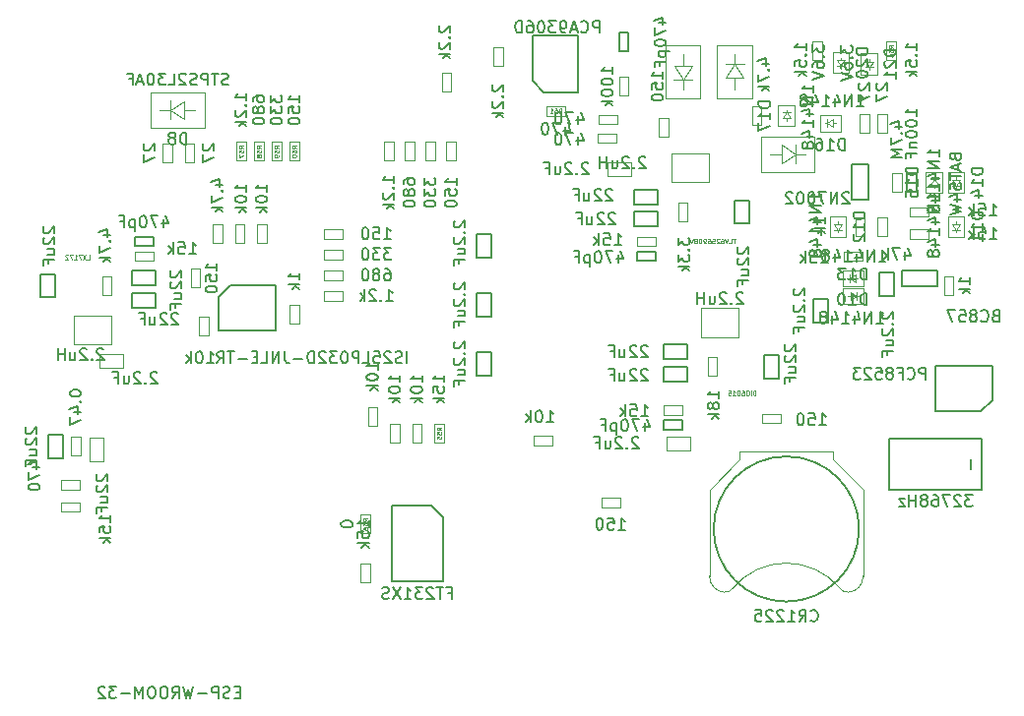
<source format=gbr>
G04 #@! TF.FileFunction,Other,Fab,Bot*
%FSLAX46Y46*%
G04 Gerber Fmt 4.6, Leading zero omitted, Abs format (unit mm)*
G04 Created by KiCad (PCBNEW 4.0.7+dfsg1-1) date Fri Dec  8 16:06:52 2017*
%MOMM*%
%LPD*%
G01*
G04 APERTURE LIST*
%ADD10C,0.100000*%
%ADD11C,0.150000*%
%ADD12C,0.075000*%
G04 APERTURE END LIST*
D10*
X103098000Y-99558000D02*
X103898000Y-99558000D01*
X103098000Y-97958000D02*
X103098000Y-99558000D01*
X103898000Y-97958000D02*
X103098000Y-97958000D01*
X103898000Y-99558000D02*
X103898000Y-97958000D01*
X154195000Y-64200000D02*
X154195000Y-68800000D01*
X154195000Y-68800000D02*
X157195000Y-68800000D01*
X157195000Y-64200000D02*
X154195000Y-64200000D01*
X157195000Y-64200000D02*
X157195000Y-68800000D01*
X155693980Y-67149440D02*
X155693980Y-68051140D01*
X155693980Y-65998820D02*
X155693980Y-65000600D01*
X156494080Y-67149440D02*
X154893880Y-67149440D01*
X154944680Y-65998820D02*
X156494080Y-65998820D01*
X155693980Y-67149440D02*
X154944680Y-65998820D01*
X155693980Y-67149440D02*
X156494080Y-65998820D01*
X153644000Y-72126000D02*
X154444000Y-72126000D01*
X153644000Y-70526000D02*
X153644000Y-72126000D01*
X154444000Y-70526000D02*
X153644000Y-70526000D01*
X154444000Y-72126000D02*
X154444000Y-70526000D01*
X160470000Y-89340000D02*
X160470000Y-86840000D01*
X157270000Y-89340000D02*
X160470000Y-89340000D01*
X157270000Y-86840000D02*
X157270000Y-89340000D01*
X160470000Y-86840000D02*
X157270000Y-86840000D01*
X103295000Y-87475000D02*
X103295000Y-89975000D01*
X106495000Y-87475000D02*
X103295000Y-87475000D01*
X106495000Y-89975000D02*
X106495000Y-87475000D01*
X103295000Y-89975000D02*
X106495000Y-89975000D01*
X157930000Y-76005000D02*
X157930000Y-73505000D01*
X154730000Y-76005000D02*
X157930000Y-76005000D01*
X154730000Y-73505000D02*
X154730000Y-76005000D01*
X157930000Y-73505000D02*
X154730000Y-73505000D01*
D11*
X101710000Y-83915000D02*
X100460000Y-83915000D01*
X101710000Y-85915000D02*
X101710000Y-83915000D01*
X100460000Y-85915000D02*
X101710000Y-85915000D01*
X100460000Y-83915000D02*
X100460000Y-85915000D01*
X154060000Y-90005000D02*
X154060000Y-91255000D01*
X156060000Y-90005000D02*
X154060000Y-90005000D01*
X156060000Y-91255000D02*
X156060000Y-90005000D01*
X154060000Y-91255000D02*
X156060000Y-91255000D01*
X154060000Y-91910000D02*
X154060000Y-93160000D01*
X156060000Y-91910000D02*
X154060000Y-91910000D01*
X156060000Y-93160000D02*
X156060000Y-91910000D01*
X154060000Y-93160000D02*
X156060000Y-93160000D01*
X162690000Y-92900000D02*
X163940000Y-92900000D01*
X162690000Y-90900000D02*
X162690000Y-92900000D01*
X163940000Y-90900000D02*
X162690000Y-90900000D01*
X163940000Y-92900000D02*
X163940000Y-90900000D01*
X151520000Y-78575000D02*
X151520000Y-79825000D01*
X153520000Y-78575000D02*
X151520000Y-78575000D01*
X153520000Y-79825000D02*
X153520000Y-78575000D01*
X151520000Y-79825000D02*
X153520000Y-79825000D01*
X151520000Y-76670000D02*
X151520000Y-77920000D01*
X153520000Y-76670000D02*
X151520000Y-76670000D01*
X153520000Y-77920000D02*
X153520000Y-76670000D01*
X151520000Y-77920000D02*
X153520000Y-77920000D01*
X160150000Y-79565000D02*
X161400000Y-79565000D01*
X160150000Y-77565000D02*
X160150000Y-79565000D01*
X161400000Y-77565000D02*
X160150000Y-77565000D01*
X161400000Y-79565000D02*
X161400000Y-77565000D01*
X110340000Y-84905000D02*
X110340000Y-83655000D01*
X108340000Y-84905000D02*
X110340000Y-84905000D01*
X108340000Y-83655000D02*
X108340000Y-84905000D01*
X110340000Y-83655000D02*
X108340000Y-83655000D01*
X110340000Y-86810000D02*
X110340000Y-85560000D01*
X108340000Y-86810000D02*
X110340000Y-86810000D01*
X108340000Y-85560000D02*
X108340000Y-86810000D01*
X110340000Y-85560000D02*
X108340000Y-85560000D01*
X172596000Y-85788000D02*
X173846000Y-85788000D01*
X172596000Y-83788000D02*
X172596000Y-85788000D01*
X173846000Y-83788000D02*
X172596000Y-83788000D01*
X173846000Y-85788000D02*
X173846000Y-83788000D01*
X177535000Y-83580000D02*
X174495000Y-83580000D01*
X174495000Y-84980000D02*
X174495000Y-83580000D01*
X177535000Y-84980000D02*
X177535000Y-83580000D01*
X177535000Y-84980000D02*
X174495000Y-84980000D01*
X170235000Y-74505000D02*
X170235000Y-77545000D01*
X171635000Y-77545000D02*
X170235000Y-77545000D01*
X171635000Y-74505000D02*
X170235000Y-74505000D01*
X171635000Y-74505000D02*
X171635000Y-77545000D01*
X154060000Y-96510000D02*
X154060000Y-97310000D01*
X155660000Y-96510000D02*
X154060000Y-96510000D01*
X155660000Y-97310000D02*
X155660000Y-96510000D01*
X154060000Y-97310000D02*
X155660000Y-97310000D01*
X151720000Y-81975000D02*
X151720000Y-82775000D01*
X153320000Y-81975000D02*
X151720000Y-81975000D01*
X153320000Y-82775000D02*
X153320000Y-81975000D01*
X151720000Y-82775000D02*
X153320000Y-82775000D01*
X110140000Y-81505000D02*
X110140000Y-80705000D01*
X108540000Y-81505000D02*
X110140000Y-81505000D01*
X108540000Y-80705000D02*
X108540000Y-81505000D01*
X110140000Y-80705000D02*
X108540000Y-80705000D01*
X175780000Y-75225000D02*
X174980000Y-75225000D01*
X175780000Y-76825000D02*
X175780000Y-75225000D01*
X174980000Y-76825000D02*
X175780000Y-76825000D01*
X174980000Y-75225000D02*
X174980000Y-76825000D01*
D10*
X169500000Y-81975000D02*
X169500000Y-82775000D01*
X171100000Y-81975000D02*
X169500000Y-81975000D01*
X171100000Y-82775000D02*
X171100000Y-81975000D01*
X169500000Y-82775000D02*
X171100000Y-82775000D01*
X172440000Y-80635000D02*
X173240000Y-80635000D01*
X172440000Y-79035000D02*
X172440000Y-80635000D01*
X173240000Y-79035000D02*
X172440000Y-79035000D01*
X173240000Y-80635000D02*
X173240000Y-79035000D01*
X176815000Y-80870000D02*
X176815000Y-80070000D01*
X175215000Y-80870000D02*
X176815000Y-80870000D01*
X175215000Y-80070000D02*
X175215000Y-80870000D01*
X176815000Y-80070000D02*
X175215000Y-80070000D01*
X174510000Y-75225000D02*
X173710000Y-75225000D01*
X174510000Y-76825000D02*
X174510000Y-75225000D01*
X173710000Y-76825000D02*
X174510000Y-76825000D01*
X173710000Y-75225000D02*
X173710000Y-76825000D01*
X178955000Y-84115000D02*
X178155000Y-84115000D01*
X178955000Y-85715000D02*
X178955000Y-84115000D01*
X178155000Y-85715000D02*
X178955000Y-85715000D01*
X178155000Y-84115000D02*
X178155000Y-85715000D01*
X114185000Y-83480000D02*
X113385000Y-83480000D01*
X114185000Y-85080000D02*
X114185000Y-83480000D01*
X113385000Y-85080000D02*
X114185000Y-85080000D01*
X113385000Y-83480000D02*
X113385000Y-85080000D01*
X170535000Y-80635000D02*
X171335000Y-80635000D01*
X170535000Y-79035000D02*
X170535000Y-80635000D01*
X171335000Y-79035000D02*
X170535000Y-79035000D01*
X171335000Y-80635000D02*
X171335000Y-79035000D01*
X128790000Y-108880000D02*
X127990000Y-108880000D01*
X128790000Y-110480000D02*
X128790000Y-108880000D01*
X127990000Y-110480000D02*
X128790000Y-110480000D01*
X127990000Y-108880000D02*
X127990000Y-110480000D01*
X150272000Y-103984000D02*
X150272000Y-103184000D01*
X148672000Y-103984000D02*
X150272000Y-103984000D01*
X148672000Y-103184000D02*
X148672000Y-103984000D01*
X150272000Y-103184000D02*
X148672000Y-103184000D01*
X176815000Y-78965000D02*
X176815000Y-78165000D01*
X175215000Y-78965000D02*
X176815000Y-78965000D01*
X175215000Y-78165000D02*
X175215000Y-78965000D01*
X176815000Y-78165000D02*
X175215000Y-78165000D01*
X154060000Y-95240000D02*
X154060000Y-96040000D01*
X155660000Y-95240000D02*
X154060000Y-95240000D01*
X155660000Y-96040000D02*
X155660000Y-95240000D01*
X154060000Y-96040000D02*
X155660000Y-96040000D01*
X110140000Y-82775000D02*
X110140000Y-81975000D01*
X108540000Y-82775000D02*
X110140000Y-82775000D01*
X108540000Y-81975000D02*
X108540000Y-82775000D01*
X110140000Y-81975000D02*
X108540000Y-81975000D01*
X151720000Y-80705000D02*
X151720000Y-81505000D01*
X153320000Y-80705000D02*
X151720000Y-80705000D01*
X153320000Y-81505000D02*
X153320000Y-80705000D01*
X151720000Y-81505000D02*
X153320000Y-81505000D01*
X158635000Y-91100000D02*
X157835000Y-91100000D01*
X158635000Y-92700000D02*
X158635000Y-91100000D01*
X157835000Y-92700000D02*
X158635000Y-92700000D01*
X157835000Y-91100000D02*
X157835000Y-92700000D01*
X105765000Y-85715000D02*
X106565000Y-85715000D01*
X105765000Y-84115000D02*
X105765000Y-85715000D01*
X106565000Y-84115000D02*
X105765000Y-84115000D01*
X106565000Y-85715000D02*
X106565000Y-84115000D01*
X156095000Y-77765000D02*
X155295000Y-77765000D01*
X156095000Y-79365000D02*
X156095000Y-77765000D01*
X155295000Y-79365000D02*
X156095000Y-79365000D01*
X155295000Y-77765000D02*
X155295000Y-79365000D01*
X126396000Y-86204000D02*
X126396000Y-85404000D01*
X124796000Y-86204000D02*
X126396000Y-86204000D01*
X124796000Y-85404000D02*
X124796000Y-86204000D01*
X126396000Y-85404000D02*
X124796000Y-85404000D01*
X126396000Y-84426000D02*
X126396000Y-83626000D01*
X124796000Y-84426000D02*
X126396000Y-84426000D01*
X124796000Y-83626000D02*
X124796000Y-84426000D01*
X126396000Y-83626000D02*
X124796000Y-83626000D01*
X126396000Y-82648000D02*
X126396000Y-81848000D01*
X124796000Y-82648000D02*
X126396000Y-82648000D01*
X124796000Y-81848000D02*
X124796000Y-82648000D01*
X126396000Y-81848000D02*
X124796000Y-81848000D01*
X126396000Y-80870000D02*
X126396000Y-80070000D01*
X124796000Y-80870000D02*
X126396000Y-80870000D01*
X124796000Y-80070000D02*
X124796000Y-80870000D01*
X126396000Y-80070000D02*
X124796000Y-80070000D01*
X130022000Y-74158000D02*
X130822000Y-74158000D01*
X130022000Y-72558000D02*
X130022000Y-74158000D01*
X130822000Y-72558000D02*
X130022000Y-72558000D01*
X130822000Y-74158000D02*
X130822000Y-72558000D01*
X131800000Y-74158000D02*
X132600000Y-74158000D01*
X131800000Y-72558000D02*
X131800000Y-74158000D01*
X132600000Y-72558000D02*
X131800000Y-72558000D01*
X132600000Y-74158000D02*
X132600000Y-72558000D01*
X133578000Y-74158000D02*
X134378000Y-74158000D01*
X133578000Y-72558000D02*
X133578000Y-74158000D01*
X134378000Y-72558000D02*
X133578000Y-72558000D01*
X134378000Y-74158000D02*
X134378000Y-72558000D01*
X135356000Y-74158000D02*
X136156000Y-74158000D01*
X135356000Y-72558000D02*
X135356000Y-74158000D01*
X136156000Y-72558000D02*
X135356000Y-72558000D01*
X136156000Y-74158000D02*
X136156000Y-72558000D01*
D11*
X150189600Y-64760000D02*
X150989600Y-64760000D01*
X150189600Y-63160000D02*
X150189600Y-64760000D01*
X150989600Y-63160000D02*
X150189600Y-63160000D01*
X150989600Y-64760000D02*
X150989600Y-63160000D01*
D10*
X161645000Y-71110000D02*
X162445000Y-71110000D01*
X161645000Y-69510000D02*
X161645000Y-71110000D01*
X162445000Y-69510000D02*
X161645000Y-69510000D01*
X162445000Y-71110000D02*
X162445000Y-69510000D01*
X139420000Y-66030000D02*
X140220000Y-66030000D01*
X139420000Y-64430000D02*
X139420000Y-66030000D01*
X140220000Y-64430000D02*
X139420000Y-64430000D01*
X140220000Y-66030000D02*
X140220000Y-64430000D01*
X134975000Y-68232000D02*
X135775000Y-68232000D01*
X134975000Y-66632000D02*
X134975000Y-68232000D01*
X135775000Y-66632000D02*
X134975000Y-66632000D01*
X135775000Y-68232000D02*
X135775000Y-66632000D01*
X150215000Y-68570000D02*
X151015000Y-68570000D01*
X150215000Y-66970000D02*
X150215000Y-68570000D01*
X151015000Y-66970000D02*
X150215000Y-66970000D01*
X151015000Y-68570000D02*
X151015000Y-66970000D01*
X149975000Y-72615000D02*
X149975000Y-71815000D01*
X148375000Y-72615000D02*
X149975000Y-72615000D01*
X148375000Y-71815000D02*
X148375000Y-72615000D01*
X149975000Y-71815000D02*
X148375000Y-71815000D01*
X150080000Y-71000000D02*
X150080000Y-70200000D01*
X148480000Y-71000000D02*
X150080000Y-71000000D01*
X148480000Y-70200000D02*
X148480000Y-71000000D01*
X150080000Y-70200000D02*
X148480000Y-70200000D01*
D11*
X134035000Y-103890000D02*
X130635000Y-103890000D01*
X130635000Y-103890000D02*
X130635000Y-110390000D01*
X130635000Y-110390000D02*
X135035000Y-110390000D01*
X135035000Y-110390000D02*
X135035000Y-104890000D01*
X135035000Y-104890000D02*
X134035000Y-103890000D01*
D10*
X119900000Y-79670000D02*
X119100000Y-79670000D01*
X119900000Y-81270000D02*
X119900000Y-79670000D01*
X119100000Y-81270000D02*
X119900000Y-81270000D01*
X119100000Y-79670000D02*
X119100000Y-81270000D01*
X114080000Y-89200000D02*
X114880000Y-89200000D01*
X114080000Y-87600000D02*
X114080000Y-89200000D01*
X114880000Y-87600000D02*
X114080000Y-87600000D01*
X114880000Y-89200000D02*
X114880000Y-87600000D01*
X128625000Y-96975000D02*
X129425000Y-96975000D01*
X128625000Y-95375000D02*
X128625000Y-96975000D01*
X129425000Y-95375000D02*
X128625000Y-95375000D01*
X129425000Y-96975000D02*
X129425000Y-95375000D01*
X117995000Y-79670000D02*
X117195000Y-79670000D01*
X117995000Y-81270000D02*
X117995000Y-79670000D01*
X117195000Y-81270000D02*
X117995000Y-81270000D01*
X117195000Y-79670000D02*
X117195000Y-81270000D01*
X122680000Y-86600000D02*
X121880000Y-86600000D01*
X122680000Y-88200000D02*
X122680000Y-86600000D01*
X121880000Y-88200000D02*
X122680000Y-88200000D01*
X121880000Y-86600000D02*
X121880000Y-88200000D01*
X116090000Y-79670000D02*
X115290000Y-79670000D01*
X116090000Y-81270000D02*
X116090000Y-79670000D01*
X115290000Y-81270000D02*
X116090000Y-81270000D01*
X115290000Y-79670000D02*
X115290000Y-81270000D01*
X144430000Y-98650000D02*
X144430000Y-97850000D01*
X142830000Y-98650000D02*
X144430000Y-98650000D01*
X142830000Y-97850000D02*
X142830000Y-98650000D01*
X144430000Y-97850000D02*
X142830000Y-97850000D01*
X132435000Y-98415000D02*
X133235000Y-98415000D01*
X132435000Y-96815000D02*
X132435000Y-98415000D01*
X133235000Y-96815000D02*
X132435000Y-96815000D01*
X133235000Y-98415000D02*
X133235000Y-96815000D01*
X130530000Y-98415000D02*
X131330000Y-98415000D01*
X130530000Y-96815000D02*
X130530000Y-98415000D01*
X131330000Y-96815000D02*
X130530000Y-96815000D01*
X131330000Y-98415000D02*
X131330000Y-96815000D01*
X102190000Y-103565000D02*
X102190000Y-104365000D01*
X103790000Y-103565000D02*
X102190000Y-103565000D01*
X103790000Y-104365000D02*
X103790000Y-103565000D01*
X102190000Y-104365000D02*
X103790000Y-104365000D01*
X103790000Y-102460000D02*
X103790000Y-101660000D01*
X102190000Y-102460000D02*
X103790000Y-102460000D01*
X102190000Y-101660000D02*
X102190000Y-102460000D01*
X103790000Y-101660000D02*
X102190000Y-101660000D01*
D11*
X166881000Y-88074000D02*
X168131000Y-88074000D01*
X166881000Y-86074000D02*
X166881000Y-88074000D01*
X168131000Y-86074000D02*
X166881000Y-86074000D01*
X168131000Y-88074000D02*
X168131000Y-86074000D01*
D10*
X164115000Y-96745000D02*
X164115000Y-95945000D01*
X162515000Y-96745000D02*
X164115000Y-96745000D01*
X162515000Y-95945000D02*
X162515000Y-96745000D01*
X164115000Y-95945000D02*
X162515000Y-95945000D01*
X166852000Y-65522000D02*
X167652000Y-65522000D01*
X166852000Y-63922000D02*
X166852000Y-65522000D01*
X167652000Y-63922000D02*
X166852000Y-63922000D01*
X167652000Y-65522000D02*
X167652000Y-63922000D01*
D11*
X139175000Y-90646000D02*
X137925000Y-90646000D01*
X139175000Y-92646000D02*
X139175000Y-90646000D01*
X137925000Y-92646000D02*
X139175000Y-92646000D01*
X137925000Y-90646000D02*
X137925000Y-92646000D01*
X137925000Y-82486000D02*
X139175000Y-82486000D01*
X137925000Y-80486000D02*
X137925000Y-82486000D01*
X139175000Y-80486000D02*
X137925000Y-80486000D01*
X139175000Y-82486000D02*
X139175000Y-80486000D01*
X139175000Y-85566000D02*
X137925000Y-85566000D01*
X139175000Y-87566000D02*
X139175000Y-85566000D01*
X137925000Y-87566000D02*
X139175000Y-87566000D01*
X137925000Y-85566000D02*
X137925000Y-87566000D01*
X102345000Y-97758000D02*
X101095000Y-97758000D01*
X102345000Y-99758000D02*
X102345000Y-97758000D01*
X101095000Y-99758000D02*
X102345000Y-99758000D01*
X101095000Y-97758000D02*
X101095000Y-99758000D01*
D10*
X112877000Y-74285000D02*
X113677000Y-74285000D01*
X112877000Y-72685000D02*
X112877000Y-74285000D01*
X113677000Y-72685000D02*
X112877000Y-72685000D01*
X113677000Y-74285000D02*
X113677000Y-72685000D01*
X110972000Y-74285000D02*
X111772000Y-74285000D01*
X110972000Y-72685000D02*
X110972000Y-74285000D01*
X111772000Y-72685000D02*
X110972000Y-72685000D01*
X111772000Y-74285000D02*
X111772000Y-72685000D01*
X172440000Y-71745000D02*
X173240000Y-71745000D01*
X172440000Y-70145000D02*
X172440000Y-71745000D01*
X173240000Y-70145000D02*
X172440000Y-70145000D01*
X173240000Y-71745000D02*
X173240000Y-70145000D01*
X170916000Y-71745000D02*
X171716000Y-71745000D01*
X170916000Y-70145000D02*
X170916000Y-71745000D01*
X171716000Y-70145000D02*
X170916000Y-70145000D01*
X171716000Y-71745000D02*
X171716000Y-70145000D01*
X104656000Y-100012000D02*
X105896000Y-100012000D01*
X104656000Y-98012000D02*
X104656000Y-100012000D01*
X105896000Y-98012000D02*
X104656000Y-98012000D01*
X105896000Y-100012000D02*
X105896000Y-98012000D01*
X114561000Y-68302000D02*
X109961000Y-68302000D01*
X109961000Y-68302000D02*
X109961000Y-71302000D01*
X114561000Y-71302000D02*
X114561000Y-68302000D01*
X114561000Y-71302000D02*
X109961000Y-71302000D01*
X111611560Y-69800980D02*
X110709860Y-69800980D01*
X112762180Y-69800980D02*
X113760400Y-69800980D01*
X111611560Y-70601080D02*
X111611560Y-69000880D01*
X112762180Y-69051680D02*
X112762180Y-70601080D01*
X111611560Y-69800980D02*
X112762180Y-69051680D01*
X111611560Y-69800980D02*
X112762180Y-70601080D01*
X162412000Y-75112000D02*
X167012000Y-75112000D01*
X167012000Y-75112000D02*
X167012000Y-72112000D01*
X162412000Y-72112000D02*
X162412000Y-75112000D01*
X162412000Y-72112000D02*
X167012000Y-72112000D01*
X165361440Y-73613020D02*
X166263140Y-73613020D01*
X164210820Y-73613020D02*
X163212600Y-73613020D01*
X165361440Y-72812920D02*
X165361440Y-74413120D01*
X164210820Y-74362320D02*
X164210820Y-72812920D01*
X165361440Y-73613020D02*
X164210820Y-74362320D01*
X165361440Y-73613020D02*
X164210820Y-72812920D01*
X161640000Y-68800000D02*
X161640000Y-64200000D01*
X161640000Y-64200000D02*
X158640000Y-64200000D01*
X158640000Y-68800000D02*
X161640000Y-68800000D01*
X158640000Y-68800000D02*
X158640000Y-64200000D01*
X160141020Y-65850560D02*
X160141020Y-64948860D01*
X160141020Y-67001180D02*
X160141020Y-67999400D01*
X159340920Y-65850560D02*
X160941120Y-65850560D01*
X160890320Y-67001180D02*
X159340920Y-67001180D01*
X160141020Y-65850560D02*
X160890320Y-67001180D01*
X160141020Y-65850560D02*
X159340920Y-67001180D01*
X154314000Y-97884000D02*
X154314000Y-99124000D01*
X156314000Y-97884000D02*
X154314000Y-97884000D01*
X156314000Y-99124000D02*
X156314000Y-97884000D01*
X154314000Y-99124000D02*
X156314000Y-99124000D01*
X107546000Y-92012000D02*
X107546000Y-90772000D01*
X105546000Y-92012000D02*
X107546000Y-92012000D01*
X105546000Y-90772000D02*
X105546000Y-92012000D01*
X107546000Y-90772000D02*
X105546000Y-90772000D01*
X151234000Y-75502000D02*
X151234000Y-74262000D01*
X149234000Y-75502000D02*
X151234000Y-75502000D01*
X149234000Y-74262000D02*
X149234000Y-75502000D01*
X151234000Y-74262000D02*
X149234000Y-74262000D01*
X173202000Y-65522000D02*
X174002000Y-65522000D01*
X173202000Y-63922000D02*
X173202000Y-65522000D01*
X174002000Y-63922000D02*
X173202000Y-63922000D01*
X174002000Y-65522000D02*
X174002000Y-63922000D01*
X135140000Y-96815000D02*
X134340000Y-96815000D01*
X135140000Y-98415000D02*
X135140000Y-96815000D01*
X134340000Y-98415000D02*
X135140000Y-98415000D01*
X134340000Y-96815000D02*
X134340000Y-98415000D01*
D11*
X170835000Y-105870000D02*
G75*
G03X170835000Y-105870000I-6250000J0D01*
G01*
D10*
X159206987Y-111317558D02*
G75*
G03X159985000Y-110970000I88013J847558D01*
G01*
X169963013Y-111317558D02*
G75*
G02X169185000Y-110970000I-88013J847558D01*
G01*
X159977095Y-110979589D02*
G75*
G02X169185000Y-110970000I4607905J-3790411D01*
G01*
X157985000Y-109920000D02*
G75*
G03X159285000Y-111320000I1350000J-50000D01*
G01*
X171185000Y-109920000D02*
G75*
G02X169885000Y-111320000I-1350000J-50000D01*
G01*
X157985000Y-102470000D02*
X157985000Y-109970000D01*
X171185000Y-102470000D02*
X171185000Y-109970000D01*
X160585000Y-99870000D02*
X157985000Y-102470000D01*
X168585000Y-99870000D02*
X171185000Y-102470000D01*
X160585000Y-99170000D02*
X160585000Y-99870000D01*
X168585000Y-99170000D02*
X168585000Y-99870000D01*
X168585000Y-99170000D02*
X160585000Y-99170000D01*
X169284000Y-65538000D02*
X169284000Y-65288000D01*
X168934000Y-65538000D02*
X169284000Y-66038000D01*
X169634000Y-65538000D02*
X168934000Y-65538000D01*
X169284000Y-66038000D02*
X169634000Y-65538000D01*
X169284000Y-66038000D02*
X169284000Y-66238000D01*
X169634000Y-66038000D02*
X168934000Y-66038000D01*
X168584000Y-66638000D02*
X169984000Y-66638000D01*
X168584000Y-64838000D02*
X168584000Y-66638000D01*
X169984000Y-64838000D02*
X168584000Y-64838000D01*
X169984000Y-66638000D02*
X169984000Y-64838000D01*
X171697000Y-65631000D02*
X171697000Y-65381000D01*
X171347000Y-65631000D02*
X171697000Y-66131000D01*
X172047000Y-65631000D02*
X171347000Y-65631000D01*
X171697000Y-66131000D02*
X172047000Y-65631000D01*
X171697000Y-66131000D02*
X171697000Y-66331000D01*
X172047000Y-66131000D02*
X171347000Y-66131000D01*
X170997000Y-66731000D02*
X172397000Y-66731000D01*
X170997000Y-64931000D02*
X170997000Y-66731000D01*
X172397000Y-64931000D02*
X170997000Y-64931000D01*
X172397000Y-66731000D02*
X172397000Y-64931000D01*
X170500000Y-84280000D02*
X170750000Y-84280000D01*
X170500000Y-83930000D02*
X170000000Y-84280000D01*
X170500000Y-84630000D02*
X170500000Y-83930000D01*
X170000000Y-84280000D02*
X170500000Y-84630000D01*
X170000000Y-84280000D02*
X169800000Y-84280000D01*
X170000000Y-84630000D02*
X170000000Y-83930000D01*
X169400000Y-83580000D02*
X169400000Y-84980000D01*
X171200000Y-83580000D02*
X169400000Y-83580000D01*
X171200000Y-84980000D02*
X171200000Y-83580000D01*
X169400000Y-84980000D02*
X171200000Y-84980000D01*
X179190000Y-79635000D02*
X179190000Y-79385000D01*
X178840000Y-79635000D02*
X179190000Y-80135000D01*
X179540000Y-79635000D02*
X178840000Y-79635000D01*
X179190000Y-80135000D02*
X179540000Y-79635000D01*
X179190000Y-80135000D02*
X179190000Y-80335000D01*
X179540000Y-80135000D02*
X178840000Y-80135000D01*
X178490000Y-80735000D02*
X179890000Y-80735000D01*
X178490000Y-78935000D02*
X178490000Y-80735000D01*
X179890000Y-78935000D02*
X178490000Y-78935000D01*
X179890000Y-80735000D02*
X179890000Y-78935000D01*
X169030000Y-79635000D02*
X169030000Y-79385000D01*
X168680000Y-79635000D02*
X169030000Y-80135000D01*
X169380000Y-79635000D02*
X168680000Y-79635000D01*
X169030000Y-80135000D02*
X169380000Y-79635000D01*
X169030000Y-80135000D02*
X169030000Y-80335000D01*
X169380000Y-80135000D02*
X168680000Y-80135000D01*
X168330000Y-80735000D02*
X169730000Y-80735000D01*
X168330000Y-78935000D02*
X168330000Y-80735000D01*
X169730000Y-78935000D02*
X168330000Y-78935000D01*
X169730000Y-80735000D02*
X169730000Y-78935000D01*
X170100000Y-85804000D02*
X169850000Y-85804000D01*
X170100000Y-86154000D02*
X170600000Y-85804000D01*
X170100000Y-85454000D02*
X170100000Y-86154000D01*
X170600000Y-85804000D02*
X170100000Y-85454000D01*
X170600000Y-85804000D02*
X170800000Y-85804000D01*
X170600000Y-85454000D02*
X170600000Y-86154000D01*
X171200000Y-86504000D02*
X171200000Y-85104000D01*
X169400000Y-86504000D02*
X171200000Y-86504000D01*
X169400000Y-85104000D02*
X169400000Y-86504000D01*
X171200000Y-85104000D02*
X169400000Y-85104000D01*
X179190000Y-75825000D02*
X179190000Y-75575000D01*
X178840000Y-75825000D02*
X179190000Y-76325000D01*
X179540000Y-75825000D02*
X178840000Y-75825000D01*
X179190000Y-76325000D02*
X179540000Y-75825000D01*
X179190000Y-76325000D02*
X179190000Y-76525000D01*
X179540000Y-76325000D02*
X178840000Y-76325000D01*
X178490000Y-76925000D02*
X179890000Y-76925000D01*
X178490000Y-75125000D02*
X178490000Y-76925000D01*
X179890000Y-75125000D02*
X178490000Y-75125000D01*
X179890000Y-76925000D02*
X179890000Y-75125000D01*
X177285000Y-76225000D02*
X177285000Y-76475000D01*
X177635000Y-76225000D02*
X177285000Y-75725000D01*
X176935000Y-76225000D02*
X177635000Y-76225000D01*
X177285000Y-75725000D02*
X176935000Y-76225000D01*
X177285000Y-75725000D02*
X177285000Y-75525000D01*
X176935000Y-75725000D02*
X177635000Y-75725000D01*
X177985000Y-75125000D02*
X176585000Y-75125000D01*
X177985000Y-76925000D02*
X177985000Y-75125000D01*
X176585000Y-76925000D02*
X177985000Y-76925000D01*
X176585000Y-75125000D02*
X176585000Y-76925000D01*
X168595000Y-70945000D02*
X168845000Y-70945000D01*
X168595000Y-70595000D02*
X168095000Y-70945000D01*
X168595000Y-71295000D02*
X168595000Y-70595000D01*
X168095000Y-70945000D02*
X168595000Y-71295000D01*
X168095000Y-70945000D02*
X167895000Y-70945000D01*
X168095000Y-71295000D02*
X168095000Y-70595000D01*
X167495000Y-70245000D02*
X167495000Y-71645000D01*
X169295000Y-70245000D02*
X167495000Y-70245000D01*
X169295000Y-71645000D02*
X169295000Y-70245000D01*
X167495000Y-71645000D02*
X169295000Y-71645000D01*
X164585000Y-70510000D02*
X164585000Y-70760000D01*
X164935000Y-70510000D02*
X164585000Y-70010000D01*
X164235000Y-70510000D02*
X164935000Y-70510000D01*
X164585000Y-70010000D02*
X164235000Y-70510000D01*
X164585000Y-70010000D02*
X164585000Y-69810000D01*
X164235000Y-70010000D02*
X164935000Y-70010000D01*
X165285000Y-69410000D02*
X163885000Y-69410000D01*
X165285000Y-71210000D02*
X165285000Y-69410000D01*
X163885000Y-71210000D02*
X165285000Y-71210000D01*
X163885000Y-69410000D02*
X163885000Y-71210000D01*
X127990000Y-106246000D02*
X128790000Y-106246000D01*
X127990000Y-104646000D02*
X127990000Y-106246000D01*
X128790000Y-104646000D02*
X127990000Y-104646000D01*
X128790000Y-106246000D02*
X128790000Y-104646000D01*
X117322000Y-74158000D02*
X118122000Y-74158000D01*
X117322000Y-72558000D02*
X117322000Y-74158000D01*
X118122000Y-72558000D02*
X117322000Y-72558000D01*
X118122000Y-74158000D02*
X118122000Y-72558000D01*
X118846000Y-74158000D02*
X119646000Y-74158000D01*
X118846000Y-72558000D02*
X118846000Y-74158000D01*
X119646000Y-72558000D02*
X118846000Y-72558000D01*
X119646000Y-74158000D02*
X119646000Y-72558000D01*
X120370000Y-74158000D02*
X121170000Y-74158000D01*
X120370000Y-72558000D02*
X120370000Y-74158000D01*
X121170000Y-72558000D02*
X120370000Y-72558000D01*
X121170000Y-74158000D02*
X121170000Y-72558000D01*
X121894000Y-74158000D02*
X122694000Y-74158000D01*
X121894000Y-72558000D02*
X121894000Y-74158000D01*
X122694000Y-72558000D02*
X121894000Y-72558000D01*
X122694000Y-74158000D02*
X122694000Y-72558000D01*
X145580000Y-70300000D02*
X145580000Y-69500000D01*
X143980000Y-70300000D02*
X145580000Y-70300000D01*
X143980000Y-69500000D02*
X143980000Y-70300000D01*
X145580000Y-69500000D02*
X143980000Y-69500000D01*
D11*
X182275000Y-94755000D02*
X182275000Y-91855000D01*
X182275000Y-91855000D02*
X177375000Y-91855000D01*
X177375000Y-91855000D02*
X177375000Y-95755000D01*
X177375000Y-95755000D02*
X181275000Y-95755000D01*
X181275000Y-95755000D02*
X182275000Y-94755000D01*
X143730000Y-68251500D02*
X146630000Y-68251500D01*
X146630000Y-68251500D02*
X146630000Y-63351500D01*
X146630000Y-63351500D02*
X142730000Y-63351500D01*
X142730000Y-63351500D02*
X142730000Y-67251500D01*
X142730000Y-67251500D02*
X143730000Y-68251500D01*
X115780000Y-85870000D02*
X115780000Y-88770000D01*
X115780000Y-88770000D02*
X120680000Y-88770000D01*
X120680000Y-88770000D02*
X120680000Y-84870000D01*
X120680000Y-84870000D02*
X116780000Y-84870000D01*
X116780000Y-84870000D02*
X115780000Y-85870000D01*
X181412000Y-98082000D02*
X181412000Y-102482000D01*
X173412000Y-98082000D02*
X181412000Y-98082000D01*
X173412000Y-102482000D02*
X173412000Y-98082000D01*
X181412000Y-102482000D02*
X173412000Y-102482000D01*
X180412000Y-99882000D02*
X180412000Y-100682000D01*
X102950381Y-94133905D02*
X102950381Y-94229144D01*
X102998000Y-94324382D01*
X103045619Y-94372001D01*
X103140857Y-94419620D01*
X103331333Y-94467239D01*
X103569429Y-94467239D01*
X103759905Y-94419620D01*
X103855143Y-94372001D01*
X103902762Y-94324382D01*
X103950381Y-94229144D01*
X103950381Y-94133905D01*
X103902762Y-94038667D01*
X103855143Y-93991048D01*
X103759905Y-93943429D01*
X103569429Y-93895810D01*
X103331333Y-93895810D01*
X103140857Y-93943429D01*
X103045619Y-93991048D01*
X102998000Y-94038667D01*
X102950381Y-94133905D01*
X103855143Y-94895810D02*
X103902762Y-94943429D01*
X103950381Y-94895810D01*
X103902762Y-94848191D01*
X103855143Y-94895810D01*
X103950381Y-94895810D01*
X103283714Y-95800572D02*
X103950381Y-95800572D01*
X102902762Y-95562476D02*
X103617048Y-95324381D01*
X103617048Y-95943429D01*
X102950381Y-96229143D02*
X102950381Y-96895810D01*
X103950381Y-96467238D01*
X153988381Y-67103334D02*
X153988381Y-66531905D01*
X153988381Y-66817619D02*
X152988381Y-66817619D01*
X153131238Y-66722381D01*
X153226476Y-66627143D01*
X153274095Y-66531905D01*
X152988381Y-68008096D02*
X152988381Y-67531905D01*
X153464571Y-67484286D01*
X153416952Y-67531905D01*
X153369333Y-67627143D01*
X153369333Y-67865239D01*
X153416952Y-67960477D01*
X153464571Y-68008096D01*
X153559810Y-68055715D01*
X153797905Y-68055715D01*
X153893143Y-68008096D01*
X153940762Y-67960477D01*
X153988381Y-67865239D01*
X153988381Y-67627143D01*
X153940762Y-67531905D01*
X153893143Y-67484286D01*
X152988381Y-68674762D02*
X152988381Y-68770001D01*
X153036000Y-68865239D01*
X153083619Y-68912858D01*
X153178857Y-68960477D01*
X153369333Y-69008096D01*
X153607429Y-69008096D01*
X153797905Y-68960477D01*
X153893143Y-68912858D01*
X153940762Y-68865239D01*
X153988381Y-68770001D01*
X153988381Y-68674762D01*
X153940762Y-68579524D01*
X153893143Y-68531905D01*
X153797905Y-68484286D01*
X153607429Y-68436667D01*
X153369333Y-68436667D01*
X153178857Y-68484286D01*
X153083619Y-68531905D01*
X153036000Y-68579524D01*
X152988381Y-68674762D01*
X160846190Y-85605619D02*
X160798571Y-85558000D01*
X160703333Y-85510381D01*
X160465237Y-85510381D01*
X160369999Y-85558000D01*
X160322380Y-85605619D01*
X160274761Y-85700857D01*
X160274761Y-85796095D01*
X160322380Y-85938952D01*
X160893809Y-86510381D01*
X160274761Y-86510381D01*
X159846190Y-86415143D02*
X159798571Y-86462762D01*
X159846190Y-86510381D01*
X159893809Y-86462762D01*
X159846190Y-86415143D01*
X159846190Y-86510381D01*
X159417619Y-85605619D02*
X159370000Y-85558000D01*
X159274762Y-85510381D01*
X159036666Y-85510381D01*
X158941428Y-85558000D01*
X158893809Y-85605619D01*
X158846190Y-85700857D01*
X158846190Y-85796095D01*
X158893809Y-85938952D01*
X159465238Y-86510381D01*
X158846190Y-86510381D01*
X157989047Y-85843714D02*
X157989047Y-86510381D01*
X158417619Y-85843714D02*
X158417619Y-86367524D01*
X158370000Y-86462762D01*
X158274762Y-86510381D01*
X158131904Y-86510381D01*
X158036666Y-86462762D01*
X157989047Y-86415143D01*
X157512857Y-86510381D02*
X157512857Y-85510381D01*
X157512857Y-85986571D02*
X156941428Y-85986571D01*
X156941428Y-86510381D02*
X156941428Y-85510381D01*
D10*
X161946428Y-94366952D02*
X161946428Y-93966952D01*
X161851190Y-93966952D01*
X161794047Y-93986000D01*
X161755952Y-94024095D01*
X161736904Y-94062190D01*
X161717856Y-94138381D01*
X161717856Y-94195524D01*
X161736904Y-94271714D01*
X161755952Y-94309810D01*
X161794047Y-94347905D01*
X161851190Y-94366952D01*
X161946428Y-94366952D01*
X161546428Y-94366952D02*
X161546428Y-93966952D01*
X161279761Y-93966952D02*
X161203571Y-93966952D01*
X161165476Y-93986000D01*
X161127380Y-94024095D01*
X161108333Y-94100286D01*
X161108333Y-94233619D01*
X161127380Y-94309810D01*
X161165476Y-94347905D01*
X161203571Y-94366952D01*
X161279761Y-94366952D01*
X161317857Y-94347905D01*
X161355952Y-94309810D01*
X161375000Y-94233619D01*
X161375000Y-94100286D01*
X161355952Y-94024095D01*
X161317857Y-93986000D01*
X161279761Y-93966952D01*
X160765475Y-93966952D02*
X160841666Y-93966952D01*
X160879761Y-93986000D01*
X160898809Y-94005048D01*
X160936904Y-94062190D01*
X160955952Y-94138381D01*
X160955952Y-94290762D01*
X160936904Y-94328857D01*
X160917856Y-94347905D01*
X160879761Y-94366952D01*
X160803571Y-94366952D01*
X160765475Y-94347905D01*
X160746428Y-94328857D01*
X160727380Y-94290762D01*
X160727380Y-94195524D01*
X160746428Y-94157429D01*
X160765475Y-94138381D01*
X160803571Y-94119333D01*
X160879761Y-94119333D01*
X160917856Y-94138381D01*
X160936904Y-94157429D01*
X160955952Y-94195524D01*
X160479761Y-93966952D02*
X160441666Y-93966952D01*
X160403571Y-93986000D01*
X160384523Y-94005048D01*
X160365476Y-94043143D01*
X160346428Y-94119333D01*
X160346428Y-94214571D01*
X160365476Y-94290762D01*
X160384523Y-94328857D01*
X160403571Y-94347905D01*
X160441666Y-94366952D01*
X160479761Y-94366952D01*
X160517857Y-94347905D01*
X160536904Y-94328857D01*
X160555952Y-94290762D01*
X160575000Y-94214571D01*
X160575000Y-94119333D01*
X160555952Y-94043143D01*
X160536904Y-94005048D01*
X160517857Y-93986000D01*
X160479761Y-93966952D01*
X159965476Y-94366952D02*
X160194048Y-94366952D01*
X160079762Y-94366952D02*
X160079762Y-93966952D01*
X160117857Y-94024095D01*
X160155952Y-94062190D01*
X160194048Y-94081238D01*
X159603572Y-93966952D02*
X159794048Y-93966952D01*
X159813096Y-94157429D01*
X159794048Y-94138381D01*
X159755953Y-94119333D01*
X159660715Y-94119333D01*
X159622619Y-94138381D01*
X159603572Y-94157429D01*
X159584524Y-94195524D01*
X159584524Y-94290762D01*
X159603572Y-94328857D01*
X159622619Y-94347905D01*
X159660715Y-94366952D01*
X159755953Y-94366952D01*
X159794048Y-94347905D01*
X159813096Y-94328857D01*
D11*
X105855190Y-90431619D02*
X105807571Y-90384000D01*
X105712333Y-90336381D01*
X105474237Y-90336381D01*
X105378999Y-90384000D01*
X105331380Y-90431619D01*
X105283761Y-90526857D01*
X105283761Y-90622095D01*
X105331380Y-90764952D01*
X105902809Y-91336381D01*
X105283761Y-91336381D01*
X104855190Y-91241143D02*
X104807571Y-91288762D01*
X104855190Y-91336381D01*
X104902809Y-91288762D01*
X104855190Y-91241143D01*
X104855190Y-91336381D01*
X104426619Y-90431619D02*
X104379000Y-90384000D01*
X104283762Y-90336381D01*
X104045666Y-90336381D01*
X103950428Y-90384000D01*
X103902809Y-90431619D01*
X103855190Y-90526857D01*
X103855190Y-90622095D01*
X103902809Y-90764952D01*
X104474238Y-91336381D01*
X103855190Y-91336381D01*
X102998047Y-90669714D02*
X102998047Y-91336381D01*
X103426619Y-90669714D02*
X103426619Y-91193524D01*
X103379000Y-91288762D01*
X103283762Y-91336381D01*
X103140904Y-91336381D01*
X103045666Y-91288762D01*
X102998047Y-91241143D01*
X102521857Y-91336381D02*
X102521857Y-90336381D01*
X102521857Y-90812571D02*
X101950428Y-90812571D01*
X101950428Y-91336381D02*
X101950428Y-90336381D01*
D10*
X104453571Y-82652952D02*
X104644047Y-82652952D01*
X104644047Y-82252952D01*
X104358332Y-82252952D02*
X104091665Y-82652952D01*
X104091665Y-82252952D02*
X104358332Y-82652952D01*
X103977380Y-82252952D02*
X103710713Y-82252952D01*
X103882142Y-82652952D01*
X103348809Y-82652952D02*
X103577381Y-82652952D01*
X103463095Y-82652952D02*
X103463095Y-82252952D01*
X103501190Y-82310095D01*
X103539285Y-82348190D01*
X103577381Y-82367238D01*
X103215476Y-82252952D02*
X102948809Y-82252952D01*
X103120238Y-82652952D01*
X102815477Y-82291048D02*
X102796429Y-82272000D01*
X102758334Y-82252952D01*
X102663096Y-82252952D01*
X102625000Y-82272000D01*
X102605953Y-82291048D01*
X102586905Y-82329143D01*
X102586905Y-82367238D01*
X102605953Y-82424381D01*
X102834524Y-82652952D01*
X102586905Y-82652952D01*
D11*
X152464190Y-73921619D02*
X152416571Y-73874000D01*
X152321333Y-73826381D01*
X152083237Y-73826381D01*
X151987999Y-73874000D01*
X151940380Y-73921619D01*
X151892761Y-74016857D01*
X151892761Y-74112095D01*
X151940380Y-74254952D01*
X152511809Y-74826381D01*
X151892761Y-74826381D01*
X151464190Y-74731143D02*
X151416571Y-74778762D01*
X151464190Y-74826381D01*
X151511809Y-74778762D01*
X151464190Y-74731143D01*
X151464190Y-74826381D01*
X151035619Y-73921619D02*
X150988000Y-73874000D01*
X150892762Y-73826381D01*
X150654666Y-73826381D01*
X150559428Y-73874000D01*
X150511809Y-73921619D01*
X150464190Y-74016857D01*
X150464190Y-74112095D01*
X150511809Y-74254952D01*
X151083238Y-74826381D01*
X150464190Y-74826381D01*
X149607047Y-74159714D02*
X149607047Y-74826381D01*
X150035619Y-74159714D02*
X150035619Y-74683524D01*
X149988000Y-74778762D01*
X149892762Y-74826381D01*
X149749904Y-74826381D01*
X149654666Y-74778762D01*
X149607047Y-74731143D01*
X149130857Y-74826381D02*
X149130857Y-73826381D01*
X149130857Y-74302571D02*
X148559428Y-74302571D01*
X148559428Y-74826381D02*
X148559428Y-73826381D01*
D10*
X160206428Y-80885952D02*
X159977856Y-80885952D01*
X160092142Y-81285952D02*
X160092142Y-80885952D01*
X159654047Y-81285952D02*
X159844523Y-81285952D01*
X159844523Y-80885952D01*
X159577856Y-80885952D02*
X159444522Y-81285952D01*
X159311189Y-80885952D01*
X159006427Y-80885952D02*
X159082618Y-80885952D01*
X159120713Y-80905000D01*
X159139761Y-80924048D01*
X159177856Y-80981190D01*
X159196904Y-81057381D01*
X159196904Y-81209762D01*
X159177856Y-81247857D01*
X159158808Y-81266905D01*
X159120713Y-81285952D01*
X159044523Y-81285952D01*
X159006427Y-81266905D01*
X158987380Y-81247857D01*
X158968332Y-81209762D01*
X158968332Y-81114524D01*
X158987380Y-81076429D01*
X159006427Y-81057381D01*
X159044523Y-81038333D01*
X159120713Y-81038333D01*
X159158808Y-81057381D01*
X159177856Y-81076429D01*
X159196904Y-81114524D01*
X158815952Y-80924048D02*
X158796904Y-80905000D01*
X158758809Y-80885952D01*
X158663571Y-80885952D01*
X158625475Y-80905000D01*
X158606428Y-80924048D01*
X158587380Y-80962143D01*
X158587380Y-81000238D01*
X158606428Y-81057381D01*
X158834999Y-81285952D01*
X158587380Y-81285952D01*
X158225476Y-80885952D02*
X158415952Y-80885952D01*
X158435000Y-81076429D01*
X158415952Y-81057381D01*
X158377857Y-81038333D01*
X158282619Y-81038333D01*
X158244523Y-81057381D01*
X158225476Y-81076429D01*
X158206428Y-81114524D01*
X158206428Y-81209762D01*
X158225476Y-81247857D01*
X158244523Y-81266905D01*
X158282619Y-81285952D01*
X158377857Y-81285952D01*
X158415952Y-81266905D01*
X158435000Y-81247857D01*
X157863571Y-80885952D02*
X157939762Y-80885952D01*
X157977857Y-80905000D01*
X157996905Y-80924048D01*
X158035000Y-80981190D01*
X158054048Y-81057381D01*
X158054048Y-81209762D01*
X158035000Y-81247857D01*
X158015952Y-81266905D01*
X157977857Y-81285952D01*
X157901667Y-81285952D01*
X157863571Y-81266905D01*
X157844524Y-81247857D01*
X157825476Y-81209762D01*
X157825476Y-81114524D01*
X157844524Y-81076429D01*
X157863571Y-81057381D01*
X157901667Y-81038333D01*
X157977857Y-81038333D01*
X158015952Y-81057381D01*
X158035000Y-81076429D01*
X158054048Y-81114524D01*
X157635000Y-81285952D02*
X157558810Y-81285952D01*
X157520715Y-81266905D01*
X157501667Y-81247857D01*
X157463572Y-81190714D01*
X157444524Y-81114524D01*
X157444524Y-80962143D01*
X157463572Y-80924048D01*
X157482619Y-80905000D01*
X157520715Y-80885952D01*
X157596905Y-80885952D01*
X157635000Y-80905000D01*
X157654048Y-80924048D01*
X157673096Y-80962143D01*
X157673096Y-81057381D01*
X157654048Y-81095476D01*
X157635000Y-81114524D01*
X157596905Y-81133571D01*
X157520715Y-81133571D01*
X157482619Y-81114524D01*
X157463572Y-81095476D01*
X157444524Y-81057381D01*
X157273096Y-81285952D02*
X157273096Y-80885952D01*
X157177858Y-80885952D01*
X157120715Y-80905000D01*
X157082620Y-80943095D01*
X157063572Y-80981190D01*
X157044524Y-81057381D01*
X157044524Y-81114524D01*
X157063572Y-81190714D01*
X157082620Y-81228810D01*
X157120715Y-81266905D01*
X157177858Y-81285952D01*
X157273096Y-81285952D01*
X156739763Y-81076429D02*
X156682620Y-81095476D01*
X156663572Y-81114524D01*
X156644524Y-81152619D01*
X156644524Y-81209762D01*
X156663572Y-81247857D01*
X156682620Y-81266905D01*
X156720715Y-81285952D01*
X156873096Y-81285952D01*
X156873096Y-80885952D01*
X156739763Y-80885952D01*
X156701667Y-80905000D01*
X156682620Y-80924048D01*
X156663572Y-80962143D01*
X156663572Y-81000238D01*
X156682620Y-81038333D01*
X156701667Y-81057381D01*
X156739763Y-81076429D01*
X156873096Y-81076429D01*
X156530239Y-80885952D02*
X156396905Y-81285952D01*
X156263572Y-80885952D01*
D11*
X100759619Y-79843143D02*
X100712000Y-79890762D01*
X100664381Y-79986000D01*
X100664381Y-80224096D01*
X100712000Y-80319334D01*
X100759619Y-80366953D01*
X100854857Y-80414572D01*
X100950095Y-80414572D01*
X101092952Y-80366953D01*
X101664381Y-79795524D01*
X101664381Y-80414572D01*
X100759619Y-80795524D02*
X100712000Y-80843143D01*
X100664381Y-80938381D01*
X100664381Y-81176477D01*
X100712000Y-81271715D01*
X100759619Y-81319334D01*
X100854857Y-81366953D01*
X100950095Y-81366953D01*
X101092952Y-81319334D01*
X101664381Y-80747905D01*
X101664381Y-81366953D01*
X100997714Y-82224096D02*
X101664381Y-82224096D01*
X100997714Y-81795524D02*
X101521524Y-81795524D01*
X101616762Y-81843143D01*
X101664381Y-81938381D01*
X101664381Y-82081239D01*
X101616762Y-82176477D01*
X101569143Y-82224096D01*
X101140571Y-83033620D02*
X101140571Y-82700286D01*
X101664381Y-82700286D02*
X100664381Y-82700286D01*
X100664381Y-83176477D01*
X152638857Y-90177619D02*
X152591238Y-90130000D01*
X152496000Y-90082381D01*
X152257904Y-90082381D01*
X152162666Y-90130000D01*
X152115047Y-90177619D01*
X152067428Y-90272857D01*
X152067428Y-90368095D01*
X152115047Y-90510952D01*
X152686476Y-91082381D01*
X152067428Y-91082381D01*
X151686476Y-90177619D02*
X151638857Y-90130000D01*
X151543619Y-90082381D01*
X151305523Y-90082381D01*
X151210285Y-90130000D01*
X151162666Y-90177619D01*
X151115047Y-90272857D01*
X151115047Y-90368095D01*
X151162666Y-90510952D01*
X151734095Y-91082381D01*
X151115047Y-91082381D01*
X150257904Y-90415714D02*
X150257904Y-91082381D01*
X150686476Y-90415714D02*
X150686476Y-90939524D01*
X150638857Y-91034762D01*
X150543619Y-91082381D01*
X150400761Y-91082381D01*
X150305523Y-91034762D01*
X150257904Y-90987143D01*
X149448380Y-90558571D02*
X149781714Y-90558571D01*
X149781714Y-91082381D02*
X149781714Y-90082381D01*
X149305523Y-90082381D01*
X152638857Y-92209619D02*
X152591238Y-92162000D01*
X152496000Y-92114381D01*
X152257904Y-92114381D01*
X152162666Y-92162000D01*
X152115047Y-92209619D01*
X152067428Y-92304857D01*
X152067428Y-92400095D01*
X152115047Y-92542952D01*
X152686476Y-93114381D01*
X152067428Y-93114381D01*
X151686476Y-92209619D02*
X151638857Y-92162000D01*
X151543619Y-92114381D01*
X151305523Y-92114381D01*
X151210285Y-92162000D01*
X151162666Y-92209619D01*
X151115047Y-92304857D01*
X151115047Y-92400095D01*
X151162666Y-92542952D01*
X151734095Y-93114381D01*
X151115047Y-93114381D01*
X150257904Y-92447714D02*
X150257904Y-93114381D01*
X150686476Y-92447714D02*
X150686476Y-92971524D01*
X150638857Y-93066762D01*
X150543619Y-93114381D01*
X150400761Y-93114381D01*
X150305523Y-93066762D01*
X150257904Y-93019143D01*
X149448380Y-92590571D02*
X149781714Y-92590571D01*
X149781714Y-93114381D02*
X149781714Y-92114381D01*
X149305523Y-92114381D01*
X164513619Y-90003143D02*
X164466000Y-90050762D01*
X164418381Y-90146000D01*
X164418381Y-90384096D01*
X164466000Y-90479334D01*
X164513619Y-90526953D01*
X164608857Y-90574572D01*
X164704095Y-90574572D01*
X164846952Y-90526953D01*
X165418381Y-89955524D01*
X165418381Y-90574572D01*
X164513619Y-90955524D02*
X164466000Y-91003143D01*
X164418381Y-91098381D01*
X164418381Y-91336477D01*
X164466000Y-91431715D01*
X164513619Y-91479334D01*
X164608857Y-91526953D01*
X164704095Y-91526953D01*
X164846952Y-91479334D01*
X165418381Y-90907905D01*
X165418381Y-91526953D01*
X164751714Y-92384096D02*
X165418381Y-92384096D01*
X164751714Y-91955524D02*
X165275524Y-91955524D01*
X165370762Y-92003143D01*
X165418381Y-92098381D01*
X165418381Y-92241239D01*
X165370762Y-92336477D01*
X165323143Y-92384096D01*
X164894571Y-93193620D02*
X164894571Y-92860286D01*
X165418381Y-92860286D02*
X164418381Y-92860286D01*
X164418381Y-93336477D01*
X149844857Y-78747619D02*
X149797238Y-78700000D01*
X149702000Y-78652381D01*
X149463904Y-78652381D01*
X149368666Y-78700000D01*
X149321047Y-78747619D01*
X149273428Y-78842857D01*
X149273428Y-78938095D01*
X149321047Y-79080952D01*
X149892476Y-79652381D01*
X149273428Y-79652381D01*
X148892476Y-78747619D02*
X148844857Y-78700000D01*
X148749619Y-78652381D01*
X148511523Y-78652381D01*
X148416285Y-78700000D01*
X148368666Y-78747619D01*
X148321047Y-78842857D01*
X148321047Y-78938095D01*
X148368666Y-79080952D01*
X148940095Y-79652381D01*
X148321047Y-79652381D01*
X147463904Y-78985714D02*
X147463904Y-79652381D01*
X147892476Y-78985714D02*
X147892476Y-79509524D01*
X147844857Y-79604762D01*
X147749619Y-79652381D01*
X147606761Y-79652381D01*
X147511523Y-79604762D01*
X147463904Y-79557143D01*
X146654380Y-79128571D02*
X146987714Y-79128571D01*
X146987714Y-79652381D02*
X146987714Y-78652381D01*
X146511523Y-78652381D01*
X149590857Y-76715619D02*
X149543238Y-76668000D01*
X149448000Y-76620381D01*
X149209904Y-76620381D01*
X149114666Y-76668000D01*
X149067047Y-76715619D01*
X149019428Y-76810857D01*
X149019428Y-76906095D01*
X149067047Y-77048952D01*
X149638476Y-77620381D01*
X149019428Y-77620381D01*
X148638476Y-76715619D02*
X148590857Y-76668000D01*
X148495619Y-76620381D01*
X148257523Y-76620381D01*
X148162285Y-76668000D01*
X148114666Y-76715619D01*
X148067047Y-76810857D01*
X148067047Y-76906095D01*
X148114666Y-77048952D01*
X148686095Y-77620381D01*
X148067047Y-77620381D01*
X147209904Y-76953714D02*
X147209904Y-77620381D01*
X147638476Y-76953714D02*
X147638476Y-77477524D01*
X147590857Y-77572762D01*
X147495619Y-77620381D01*
X147352761Y-77620381D01*
X147257523Y-77572762D01*
X147209904Y-77525143D01*
X146400380Y-77096571D02*
X146733714Y-77096571D01*
X146733714Y-77620381D02*
X146733714Y-76620381D01*
X146257523Y-76620381D01*
X160449619Y-81621143D02*
X160402000Y-81668762D01*
X160354381Y-81764000D01*
X160354381Y-82002096D01*
X160402000Y-82097334D01*
X160449619Y-82144953D01*
X160544857Y-82192572D01*
X160640095Y-82192572D01*
X160782952Y-82144953D01*
X161354381Y-81573524D01*
X161354381Y-82192572D01*
X160449619Y-82573524D02*
X160402000Y-82621143D01*
X160354381Y-82716381D01*
X160354381Y-82954477D01*
X160402000Y-83049715D01*
X160449619Y-83097334D01*
X160544857Y-83144953D01*
X160640095Y-83144953D01*
X160782952Y-83097334D01*
X161354381Y-82525905D01*
X161354381Y-83144953D01*
X160687714Y-84002096D02*
X161354381Y-84002096D01*
X160687714Y-83573524D02*
X161211524Y-83573524D01*
X161306762Y-83621143D01*
X161354381Y-83716381D01*
X161354381Y-83859239D01*
X161306762Y-83954477D01*
X161259143Y-84002096D01*
X160830571Y-84811620D02*
X160830571Y-84478286D01*
X161354381Y-84478286D02*
X160354381Y-84478286D01*
X160354381Y-84954477D01*
X111681619Y-83653143D02*
X111634000Y-83700762D01*
X111586381Y-83796000D01*
X111586381Y-84034096D01*
X111634000Y-84129334D01*
X111681619Y-84176953D01*
X111776857Y-84224572D01*
X111872095Y-84224572D01*
X112014952Y-84176953D01*
X112586381Y-83605524D01*
X112586381Y-84224572D01*
X111681619Y-84605524D02*
X111634000Y-84653143D01*
X111586381Y-84748381D01*
X111586381Y-84986477D01*
X111634000Y-85081715D01*
X111681619Y-85129334D01*
X111776857Y-85176953D01*
X111872095Y-85176953D01*
X112014952Y-85129334D01*
X112586381Y-84557905D01*
X112586381Y-85176953D01*
X111919714Y-86034096D02*
X112586381Y-86034096D01*
X111919714Y-85605524D02*
X112443524Y-85605524D01*
X112538762Y-85653143D01*
X112586381Y-85748381D01*
X112586381Y-85891239D01*
X112538762Y-85986477D01*
X112491143Y-86034096D01*
X112062571Y-86843620D02*
X112062571Y-86510286D01*
X112586381Y-86510286D02*
X111586381Y-86510286D01*
X111586381Y-86986477D01*
X112252857Y-87383619D02*
X112205238Y-87336000D01*
X112110000Y-87288381D01*
X111871904Y-87288381D01*
X111776666Y-87336000D01*
X111729047Y-87383619D01*
X111681428Y-87478857D01*
X111681428Y-87574095D01*
X111729047Y-87716952D01*
X112300476Y-88288381D01*
X111681428Y-88288381D01*
X111300476Y-87383619D02*
X111252857Y-87336000D01*
X111157619Y-87288381D01*
X110919523Y-87288381D01*
X110824285Y-87336000D01*
X110776666Y-87383619D01*
X110729047Y-87478857D01*
X110729047Y-87574095D01*
X110776666Y-87716952D01*
X111348095Y-88288381D01*
X110729047Y-88288381D01*
X109871904Y-87621714D02*
X109871904Y-88288381D01*
X110300476Y-87621714D02*
X110300476Y-88145524D01*
X110252857Y-88240762D01*
X110157619Y-88288381D01*
X110014761Y-88288381D01*
X109919523Y-88240762D01*
X109871904Y-88193143D01*
X109062380Y-87764571D02*
X109395714Y-87764571D01*
X109395714Y-88288381D02*
X109395714Y-87288381D01*
X108919523Y-87288381D01*
X172895619Y-87225048D02*
X172848000Y-87272667D01*
X172800381Y-87367905D01*
X172800381Y-87606001D01*
X172848000Y-87701239D01*
X172895619Y-87748858D01*
X172990857Y-87796477D01*
X173086095Y-87796477D01*
X173228952Y-87748858D01*
X173800381Y-87177429D01*
X173800381Y-87796477D01*
X173705143Y-88225048D02*
X173752762Y-88272667D01*
X173800381Y-88225048D01*
X173752762Y-88177429D01*
X173705143Y-88225048D01*
X173800381Y-88225048D01*
X172895619Y-88653619D02*
X172848000Y-88701238D01*
X172800381Y-88796476D01*
X172800381Y-89034572D01*
X172848000Y-89129810D01*
X172895619Y-89177429D01*
X172990857Y-89225048D01*
X173086095Y-89225048D01*
X173228952Y-89177429D01*
X173800381Y-88606000D01*
X173800381Y-89225048D01*
X173133714Y-90082191D02*
X173800381Y-90082191D01*
X173133714Y-89653619D02*
X173657524Y-89653619D01*
X173752762Y-89701238D01*
X173800381Y-89796476D01*
X173800381Y-89939334D01*
X173752762Y-90034572D01*
X173705143Y-90082191D01*
X173276571Y-90891715D02*
X173276571Y-90558381D01*
X173800381Y-90558381D02*
X172800381Y-90558381D01*
X172800381Y-91034572D01*
X182571142Y-87510571D02*
X182428285Y-87558190D01*
X182380666Y-87605810D01*
X182333047Y-87701048D01*
X182333047Y-87843905D01*
X182380666Y-87939143D01*
X182428285Y-87986762D01*
X182523523Y-88034381D01*
X182904476Y-88034381D01*
X182904476Y-87034381D01*
X182571142Y-87034381D01*
X182475904Y-87082000D01*
X182428285Y-87129619D01*
X182380666Y-87224857D01*
X182380666Y-87320095D01*
X182428285Y-87415333D01*
X182475904Y-87462952D01*
X182571142Y-87510571D01*
X182904476Y-87510571D01*
X181333047Y-87939143D02*
X181380666Y-87986762D01*
X181523523Y-88034381D01*
X181618761Y-88034381D01*
X181761619Y-87986762D01*
X181856857Y-87891524D01*
X181904476Y-87796286D01*
X181952095Y-87605810D01*
X181952095Y-87462952D01*
X181904476Y-87272476D01*
X181856857Y-87177238D01*
X181761619Y-87082000D01*
X181618761Y-87034381D01*
X181523523Y-87034381D01*
X181380666Y-87082000D01*
X181333047Y-87129619D01*
X180761619Y-87462952D02*
X180856857Y-87415333D01*
X180904476Y-87367714D01*
X180952095Y-87272476D01*
X180952095Y-87224857D01*
X180904476Y-87129619D01*
X180856857Y-87082000D01*
X180761619Y-87034381D01*
X180571142Y-87034381D01*
X180475904Y-87082000D01*
X180428285Y-87129619D01*
X180380666Y-87224857D01*
X180380666Y-87272476D01*
X180428285Y-87367714D01*
X180475904Y-87415333D01*
X180571142Y-87462952D01*
X180761619Y-87462952D01*
X180856857Y-87510571D01*
X180904476Y-87558190D01*
X180952095Y-87653429D01*
X180952095Y-87843905D01*
X180904476Y-87939143D01*
X180856857Y-87986762D01*
X180761619Y-88034381D01*
X180571142Y-88034381D01*
X180475904Y-87986762D01*
X180428285Y-87939143D01*
X180380666Y-87843905D01*
X180380666Y-87653429D01*
X180428285Y-87558190D01*
X180475904Y-87510571D01*
X180571142Y-87462952D01*
X179475904Y-87034381D02*
X179952095Y-87034381D01*
X179999714Y-87510571D01*
X179952095Y-87462952D01*
X179856857Y-87415333D01*
X179618761Y-87415333D01*
X179523523Y-87462952D01*
X179475904Y-87510571D01*
X179428285Y-87605810D01*
X179428285Y-87843905D01*
X179475904Y-87939143D01*
X179523523Y-87986762D01*
X179618761Y-88034381D01*
X179856857Y-88034381D01*
X179952095Y-87986762D01*
X179999714Y-87939143D01*
X179094952Y-87034381D02*
X178428285Y-87034381D01*
X178856857Y-88034381D01*
X169966286Y-76969619D02*
X169918667Y-76922000D01*
X169823429Y-76874381D01*
X169585333Y-76874381D01*
X169490095Y-76922000D01*
X169442476Y-76969619D01*
X169394857Y-77064857D01*
X169394857Y-77160095D01*
X169442476Y-77302952D01*
X170013905Y-77874381D01*
X169394857Y-77874381D01*
X168966286Y-77874381D02*
X168966286Y-76874381D01*
X168394857Y-77874381D01*
X168394857Y-76874381D01*
X168013905Y-76874381D02*
X167347238Y-76874381D01*
X167775810Y-77874381D01*
X166775810Y-76874381D02*
X166680571Y-76874381D01*
X166585333Y-76922000D01*
X166537714Y-76969619D01*
X166490095Y-77064857D01*
X166442476Y-77255333D01*
X166442476Y-77493429D01*
X166490095Y-77683905D01*
X166537714Y-77779143D01*
X166585333Y-77826762D01*
X166680571Y-77874381D01*
X166775810Y-77874381D01*
X166871048Y-77826762D01*
X166918667Y-77779143D01*
X166966286Y-77683905D01*
X167013905Y-77493429D01*
X167013905Y-77255333D01*
X166966286Y-77064857D01*
X166918667Y-76969619D01*
X166871048Y-76922000D01*
X166775810Y-76874381D01*
X165823429Y-76874381D02*
X165728190Y-76874381D01*
X165632952Y-76922000D01*
X165585333Y-76969619D01*
X165537714Y-77064857D01*
X165490095Y-77255333D01*
X165490095Y-77493429D01*
X165537714Y-77683905D01*
X165585333Y-77779143D01*
X165632952Y-77826762D01*
X165728190Y-77874381D01*
X165823429Y-77874381D01*
X165918667Y-77826762D01*
X165966286Y-77779143D01*
X166013905Y-77683905D01*
X166061524Y-77493429D01*
X166061524Y-77255333D01*
X166013905Y-77064857D01*
X165966286Y-76969619D01*
X165918667Y-76922000D01*
X165823429Y-76874381D01*
X165109143Y-76969619D02*
X165061524Y-76922000D01*
X164966286Y-76874381D01*
X164728190Y-76874381D01*
X164632952Y-76922000D01*
X164585333Y-76969619D01*
X164537714Y-77064857D01*
X164537714Y-77160095D01*
X164585333Y-77302952D01*
X165156762Y-77874381D01*
X164537714Y-77874381D01*
X152384857Y-96765714D02*
X152384857Y-97432381D01*
X152622953Y-96384762D02*
X152861048Y-97099048D01*
X152242000Y-97099048D01*
X151956286Y-96432381D02*
X151289619Y-96432381D01*
X151718191Y-97432381D01*
X150718191Y-96432381D02*
X150622952Y-96432381D01*
X150527714Y-96480000D01*
X150480095Y-96527619D01*
X150432476Y-96622857D01*
X150384857Y-96813333D01*
X150384857Y-97051429D01*
X150432476Y-97241905D01*
X150480095Y-97337143D01*
X150527714Y-97384762D01*
X150622952Y-97432381D01*
X150718191Y-97432381D01*
X150813429Y-97384762D01*
X150861048Y-97337143D01*
X150908667Y-97241905D01*
X150956286Y-97051429D01*
X150956286Y-96813333D01*
X150908667Y-96622857D01*
X150861048Y-96527619D01*
X150813429Y-96480000D01*
X150718191Y-96432381D01*
X149956286Y-96765714D02*
X149956286Y-97765714D01*
X149956286Y-96813333D02*
X149861048Y-96765714D01*
X149670571Y-96765714D01*
X149575333Y-96813333D01*
X149527714Y-96860952D01*
X149480095Y-96956190D01*
X149480095Y-97241905D01*
X149527714Y-97337143D01*
X149575333Y-97384762D01*
X149670571Y-97432381D01*
X149861048Y-97432381D01*
X149956286Y-97384762D01*
X148718190Y-96908571D02*
X149051524Y-96908571D01*
X149051524Y-97432381D02*
X149051524Y-96432381D01*
X148575333Y-96432381D01*
X150098857Y-82287714D02*
X150098857Y-82954381D01*
X150336953Y-81906762D02*
X150575048Y-82621048D01*
X149956000Y-82621048D01*
X149670286Y-81954381D02*
X149003619Y-81954381D01*
X149432191Y-82954381D01*
X148432191Y-81954381D02*
X148336952Y-81954381D01*
X148241714Y-82002000D01*
X148194095Y-82049619D01*
X148146476Y-82144857D01*
X148098857Y-82335333D01*
X148098857Y-82573429D01*
X148146476Y-82763905D01*
X148194095Y-82859143D01*
X148241714Y-82906762D01*
X148336952Y-82954381D01*
X148432191Y-82954381D01*
X148527429Y-82906762D01*
X148575048Y-82859143D01*
X148622667Y-82763905D01*
X148670286Y-82573429D01*
X148670286Y-82335333D01*
X148622667Y-82144857D01*
X148575048Y-82049619D01*
X148527429Y-82002000D01*
X148432191Y-81954381D01*
X147670286Y-82287714D02*
X147670286Y-83287714D01*
X147670286Y-82335333D02*
X147575048Y-82287714D01*
X147384571Y-82287714D01*
X147289333Y-82335333D01*
X147241714Y-82382952D01*
X147194095Y-82478190D01*
X147194095Y-82763905D01*
X147241714Y-82859143D01*
X147289333Y-82906762D01*
X147384571Y-82954381D01*
X147575048Y-82954381D01*
X147670286Y-82906762D01*
X146432190Y-82430571D02*
X146765524Y-82430571D01*
X146765524Y-82954381D02*
X146765524Y-81954381D01*
X146289333Y-81954381D01*
X110982857Y-79239714D02*
X110982857Y-79906381D01*
X111220953Y-78858762D02*
X111459048Y-79573048D01*
X110840000Y-79573048D01*
X110554286Y-78906381D02*
X109887619Y-78906381D01*
X110316191Y-79906381D01*
X109316191Y-78906381D02*
X109220952Y-78906381D01*
X109125714Y-78954000D01*
X109078095Y-79001619D01*
X109030476Y-79096857D01*
X108982857Y-79287333D01*
X108982857Y-79525429D01*
X109030476Y-79715905D01*
X109078095Y-79811143D01*
X109125714Y-79858762D01*
X109220952Y-79906381D01*
X109316191Y-79906381D01*
X109411429Y-79858762D01*
X109459048Y-79811143D01*
X109506667Y-79715905D01*
X109554286Y-79525429D01*
X109554286Y-79287333D01*
X109506667Y-79096857D01*
X109459048Y-79001619D01*
X109411429Y-78954000D01*
X109316191Y-78906381D01*
X108554286Y-79239714D02*
X108554286Y-80239714D01*
X108554286Y-79287333D02*
X108459048Y-79239714D01*
X108268571Y-79239714D01*
X108173333Y-79287333D01*
X108125714Y-79334952D01*
X108078095Y-79430190D01*
X108078095Y-79715905D01*
X108125714Y-79811143D01*
X108173333Y-79858762D01*
X108268571Y-79906381D01*
X108459048Y-79906381D01*
X108554286Y-79858762D01*
X107316190Y-79382571D02*
X107649524Y-79382571D01*
X107649524Y-79906381D02*
X107649524Y-78906381D01*
X107173333Y-78906381D01*
X175832381Y-70286381D02*
X175832381Y-69714952D01*
X175832381Y-70000666D02*
X174832381Y-70000666D01*
X174975238Y-69905428D01*
X175070476Y-69810190D01*
X175118095Y-69714952D01*
X174832381Y-70905428D02*
X174832381Y-71000667D01*
X174880000Y-71095905D01*
X174927619Y-71143524D01*
X175022857Y-71191143D01*
X175213333Y-71238762D01*
X175451429Y-71238762D01*
X175641905Y-71191143D01*
X175737143Y-71143524D01*
X175784762Y-71095905D01*
X175832381Y-71000667D01*
X175832381Y-70905428D01*
X175784762Y-70810190D01*
X175737143Y-70762571D01*
X175641905Y-70714952D01*
X175451429Y-70667333D01*
X175213333Y-70667333D01*
X175022857Y-70714952D01*
X174927619Y-70762571D01*
X174880000Y-70810190D01*
X174832381Y-70905428D01*
X174832381Y-71857809D02*
X174832381Y-71953048D01*
X174880000Y-72048286D01*
X174927619Y-72095905D01*
X175022857Y-72143524D01*
X175213333Y-72191143D01*
X175451429Y-72191143D01*
X175641905Y-72143524D01*
X175737143Y-72095905D01*
X175784762Y-72048286D01*
X175832381Y-71953048D01*
X175832381Y-71857809D01*
X175784762Y-71762571D01*
X175737143Y-71714952D01*
X175641905Y-71667333D01*
X175451429Y-71619714D01*
X175213333Y-71619714D01*
X175022857Y-71667333D01*
X174927619Y-71714952D01*
X174880000Y-71762571D01*
X174832381Y-71857809D01*
X175165714Y-72619714D02*
X175832381Y-72619714D01*
X175260952Y-72619714D02*
X175213333Y-72667333D01*
X175165714Y-72762571D01*
X175165714Y-72905429D01*
X175213333Y-73000667D01*
X175308571Y-73048286D01*
X175832381Y-73048286D01*
X175308571Y-73857810D02*
X175308571Y-73524476D01*
X175832381Y-73524476D02*
X174832381Y-73524476D01*
X174832381Y-74000667D01*
X167593238Y-82954381D02*
X168164667Y-82954381D01*
X167878953Y-82954381D02*
X167878953Y-81954381D01*
X167974191Y-82097238D01*
X168069429Y-82192476D01*
X168164667Y-82240095D01*
X166688476Y-81954381D02*
X167164667Y-81954381D01*
X167212286Y-82430571D01*
X167164667Y-82382952D01*
X167069429Y-82335333D01*
X166831333Y-82335333D01*
X166736095Y-82382952D01*
X166688476Y-82430571D01*
X166640857Y-82525810D01*
X166640857Y-82763905D01*
X166688476Y-82859143D01*
X166736095Y-82906762D01*
X166831333Y-82954381D01*
X167069429Y-82954381D01*
X167164667Y-82906762D01*
X167212286Y-82859143D01*
X166212286Y-82954381D02*
X166212286Y-81954381D01*
X166117048Y-82573429D02*
X165831333Y-82954381D01*
X165831333Y-82287714D02*
X166212286Y-82668667D01*
X174800476Y-82033714D02*
X174800476Y-82700381D01*
X175038572Y-81652762D02*
X175276667Y-82367048D01*
X174657619Y-82367048D01*
X174371905Y-81700381D02*
X173705238Y-81700381D01*
X174133810Y-82700381D01*
X173324286Y-82700381D02*
X173324286Y-81700381D01*
X173229048Y-82319429D02*
X172943333Y-82700381D01*
X172943333Y-82033714D02*
X173324286Y-82414667D01*
X182071238Y-80922381D02*
X182642667Y-80922381D01*
X182356953Y-80922381D02*
X182356953Y-79922381D01*
X182452191Y-80065238D01*
X182547429Y-80160476D01*
X182642667Y-80208095D01*
X181166476Y-79922381D02*
X181642667Y-79922381D01*
X181690286Y-80398571D01*
X181642667Y-80350952D01*
X181547429Y-80303333D01*
X181309333Y-80303333D01*
X181214095Y-80350952D01*
X181166476Y-80398571D01*
X181118857Y-80493810D01*
X181118857Y-80731905D01*
X181166476Y-80827143D01*
X181214095Y-80874762D01*
X181309333Y-80922381D01*
X181547429Y-80922381D01*
X181642667Y-80874762D01*
X181690286Y-80827143D01*
X180690286Y-80922381D02*
X180690286Y-79922381D01*
X180595048Y-80541429D02*
X180309333Y-80922381D01*
X180309333Y-80255714D02*
X180690286Y-80636667D01*
X173895714Y-71246763D02*
X174562381Y-71246763D01*
X173514762Y-71008667D02*
X174229048Y-70770572D01*
X174229048Y-71389620D01*
X174467143Y-71770572D02*
X174514762Y-71818191D01*
X174562381Y-71770572D01*
X174514762Y-71722953D01*
X174467143Y-71770572D01*
X174562381Y-71770572D01*
X173562381Y-72151524D02*
X173562381Y-72818191D01*
X174562381Y-72389619D01*
X174562381Y-73199143D02*
X173562381Y-73199143D01*
X174276667Y-73532477D01*
X173562381Y-73865810D01*
X174562381Y-73865810D01*
X180404381Y-84795953D02*
X180404381Y-84224524D01*
X180404381Y-84510238D02*
X179404381Y-84510238D01*
X179547238Y-84415000D01*
X179642476Y-84319762D01*
X179690095Y-84224524D01*
X180404381Y-85224524D02*
X179404381Y-85224524D01*
X180023429Y-85319762D02*
X180404381Y-85605477D01*
X179737714Y-85605477D02*
X180118667Y-85224524D01*
X115634381Y-83613334D02*
X115634381Y-83041905D01*
X115634381Y-83327619D02*
X114634381Y-83327619D01*
X114777238Y-83232381D01*
X114872476Y-83137143D01*
X114920095Y-83041905D01*
X114634381Y-84518096D02*
X114634381Y-84041905D01*
X115110571Y-83994286D01*
X115062952Y-84041905D01*
X115015333Y-84137143D01*
X115015333Y-84375239D01*
X115062952Y-84470477D01*
X115110571Y-84518096D01*
X115205810Y-84565715D01*
X115443905Y-84565715D01*
X115539143Y-84518096D01*
X115586762Y-84470477D01*
X115634381Y-84375239D01*
X115634381Y-84137143D01*
X115586762Y-84041905D01*
X115539143Y-83994286D01*
X114634381Y-85184762D02*
X114634381Y-85280001D01*
X114682000Y-85375239D01*
X114729619Y-85422858D01*
X114824857Y-85470477D01*
X115015333Y-85518096D01*
X115253429Y-85518096D01*
X115443905Y-85470477D01*
X115539143Y-85422858D01*
X115586762Y-85375239D01*
X115634381Y-85280001D01*
X115634381Y-85184762D01*
X115586762Y-85089524D01*
X115539143Y-85041905D01*
X115443905Y-84994286D01*
X115253429Y-84946667D01*
X115015333Y-84946667D01*
X114824857Y-84994286D01*
X114729619Y-85041905D01*
X114682000Y-85089524D01*
X114634381Y-85184762D01*
X167958381Y-79588953D02*
X167958381Y-79017524D01*
X167958381Y-79303238D02*
X166958381Y-79303238D01*
X167101238Y-79208000D01*
X167196476Y-79112762D01*
X167244095Y-79017524D01*
X167958381Y-80017524D02*
X166958381Y-80017524D01*
X167577429Y-80112762D02*
X167958381Y-80398477D01*
X167291714Y-80398477D02*
X167672667Y-80017524D01*
X128714381Y-105700762D02*
X128714381Y-105129333D01*
X128714381Y-105415047D02*
X127714381Y-105415047D01*
X127857238Y-105319809D01*
X127952476Y-105224571D01*
X128000095Y-105129333D01*
X127714381Y-106605524D02*
X127714381Y-106129333D01*
X128190571Y-106081714D01*
X128142952Y-106129333D01*
X128095333Y-106224571D01*
X128095333Y-106462667D01*
X128142952Y-106557905D01*
X128190571Y-106605524D01*
X128285810Y-106653143D01*
X128523905Y-106653143D01*
X128619143Y-106605524D01*
X128666762Y-106557905D01*
X128714381Y-106462667D01*
X128714381Y-106224571D01*
X128666762Y-106129333D01*
X128619143Y-106081714D01*
X128714381Y-107081714D02*
X127714381Y-107081714D01*
X128333429Y-107176952D02*
X128714381Y-107462667D01*
X128047714Y-107462667D02*
X128428667Y-107081714D01*
X150138666Y-105936381D02*
X150710095Y-105936381D01*
X150424381Y-105936381D02*
X150424381Y-104936381D01*
X150519619Y-105079238D01*
X150614857Y-105174476D01*
X150710095Y-105222095D01*
X149233904Y-104936381D02*
X149710095Y-104936381D01*
X149757714Y-105412571D01*
X149710095Y-105364952D01*
X149614857Y-105317333D01*
X149376761Y-105317333D01*
X149281523Y-105364952D01*
X149233904Y-105412571D01*
X149186285Y-105507810D01*
X149186285Y-105745905D01*
X149233904Y-105841143D01*
X149281523Y-105888762D01*
X149376761Y-105936381D01*
X149614857Y-105936381D01*
X149710095Y-105888762D01*
X149757714Y-105841143D01*
X148567238Y-104936381D02*
X148471999Y-104936381D01*
X148376761Y-104984000D01*
X148329142Y-105031619D01*
X148281523Y-105126857D01*
X148233904Y-105317333D01*
X148233904Y-105555429D01*
X148281523Y-105745905D01*
X148329142Y-105841143D01*
X148376761Y-105888762D01*
X148471999Y-105936381D01*
X148567238Y-105936381D01*
X148662476Y-105888762D01*
X148710095Y-105841143D01*
X148757714Y-105745905D01*
X148805333Y-105555429D01*
X148805333Y-105317333D01*
X148757714Y-105126857D01*
X148710095Y-105031619D01*
X148662476Y-104984000D01*
X148567238Y-104936381D01*
X182071238Y-78890381D02*
X182642667Y-78890381D01*
X182356953Y-78890381D02*
X182356953Y-77890381D01*
X182452191Y-78033238D01*
X182547429Y-78128476D01*
X182642667Y-78176095D01*
X181166476Y-77890381D02*
X181642667Y-77890381D01*
X181690286Y-78366571D01*
X181642667Y-78318952D01*
X181547429Y-78271333D01*
X181309333Y-78271333D01*
X181214095Y-78318952D01*
X181166476Y-78366571D01*
X181118857Y-78461810D01*
X181118857Y-78699905D01*
X181166476Y-78795143D01*
X181214095Y-78842762D01*
X181309333Y-78890381D01*
X181547429Y-78890381D01*
X181642667Y-78842762D01*
X181690286Y-78795143D01*
X180690286Y-78890381D02*
X180690286Y-77890381D01*
X180595048Y-78509429D02*
X180309333Y-78890381D01*
X180309333Y-78223714D02*
X180690286Y-78604667D01*
X152099238Y-96162381D02*
X152670667Y-96162381D01*
X152384953Y-96162381D02*
X152384953Y-95162381D01*
X152480191Y-95305238D01*
X152575429Y-95400476D01*
X152670667Y-95448095D01*
X151194476Y-95162381D02*
X151670667Y-95162381D01*
X151718286Y-95638571D01*
X151670667Y-95590952D01*
X151575429Y-95543333D01*
X151337333Y-95543333D01*
X151242095Y-95590952D01*
X151194476Y-95638571D01*
X151146857Y-95733810D01*
X151146857Y-95971905D01*
X151194476Y-96067143D01*
X151242095Y-96114762D01*
X151337333Y-96162381D01*
X151575429Y-96162381D01*
X151670667Y-96114762D01*
X151718286Y-96067143D01*
X150718286Y-96162381D02*
X150718286Y-95162381D01*
X150623048Y-95781429D02*
X150337333Y-96162381D01*
X150337333Y-95495714D02*
X150718286Y-95876667D01*
X113237238Y-82192381D02*
X113808667Y-82192381D01*
X113522953Y-82192381D02*
X113522953Y-81192381D01*
X113618191Y-81335238D01*
X113713429Y-81430476D01*
X113808667Y-81478095D01*
X112332476Y-81192381D02*
X112808667Y-81192381D01*
X112856286Y-81668571D01*
X112808667Y-81620952D01*
X112713429Y-81573333D01*
X112475333Y-81573333D01*
X112380095Y-81620952D01*
X112332476Y-81668571D01*
X112284857Y-81763810D01*
X112284857Y-82001905D01*
X112332476Y-82097143D01*
X112380095Y-82144762D01*
X112475333Y-82192381D01*
X112713429Y-82192381D01*
X112808667Y-82144762D01*
X112856286Y-82097143D01*
X111856286Y-82192381D02*
X111856286Y-81192381D01*
X111761048Y-81811429D02*
X111475333Y-82192381D01*
X111475333Y-81525714D02*
X111856286Y-81906667D01*
X149813238Y-81430381D02*
X150384667Y-81430381D01*
X150098953Y-81430381D02*
X150098953Y-80430381D01*
X150194191Y-80573238D01*
X150289429Y-80668476D01*
X150384667Y-80716095D01*
X148908476Y-80430381D02*
X149384667Y-80430381D01*
X149432286Y-80906571D01*
X149384667Y-80858952D01*
X149289429Y-80811333D01*
X149051333Y-80811333D01*
X148956095Y-80858952D01*
X148908476Y-80906571D01*
X148860857Y-81001810D01*
X148860857Y-81239905D01*
X148908476Y-81335143D01*
X148956095Y-81382762D01*
X149051333Y-81430381D01*
X149289429Y-81430381D01*
X149384667Y-81382762D01*
X149432286Y-81335143D01*
X148432286Y-81430381D02*
X148432286Y-80430381D01*
X148337048Y-81049429D02*
X148051333Y-81430381D01*
X148051333Y-80763714D02*
X148432286Y-81144667D01*
X158814381Y-94606762D02*
X158814381Y-94035333D01*
X158814381Y-94321047D02*
X157814381Y-94321047D01*
X157957238Y-94225809D01*
X158052476Y-94130571D01*
X158100095Y-94035333D01*
X158242952Y-95178190D02*
X158195333Y-95082952D01*
X158147714Y-95035333D01*
X158052476Y-94987714D01*
X158004857Y-94987714D01*
X157909619Y-95035333D01*
X157862000Y-95082952D01*
X157814381Y-95178190D01*
X157814381Y-95368667D01*
X157862000Y-95463905D01*
X157909619Y-95511524D01*
X158004857Y-95559143D01*
X158052476Y-95559143D01*
X158147714Y-95511524D01*
X158195333Y-95463905D01*
X158242952Y-95368667D01*
X158242952Y-95178190D01*
X158290571Y-95082952D01*
X158338190Y-95035333D01*
X158433429Y-94987714D01*
X158623905Y-94987714D01*
X158719143Y-95035333D01*
X158766762Y-95082952D01*
X158814381Y-95178190D01*
X158814381Y-95368667D01*
X158766762Y-95463905D01*
X158719143Y-95511524D01*
X158623905Y-95559143D01*
X158433429Y-95559143D01*
X158338190Y-95511524D01*
X158290571Y-95463905D01*
X158242952Y-95368667D01*
X158814381Y-95987714D02*
X157814381Y-95987714D01*
X158433429Y-96082952D02*
X158814381Y-96368667D01*
X158147714Y-96368667D02*
X158528667Y-95987714D01*
X105823714Y-80557429D02*
X106490381Y-80557429D01*
X105442762Y-80319333D02*
X106157048Y-80081238D01*
X106157048Y-80700286D01*
X106395143Y-81081238D02*
X106442762Y-81128857D01*
X106490381Y-81081238D01*
X106442762Y-81033619D01*
X106395143Y-81081238D01*
X106490381Y-81081238D01*
X105490381Y-81462190D02*
X105490381Y-82128857D01*
X106490381Y-81700285D01*
X106490381Y-82509809D02*
X105490381Y-82509809D01*
X106109429Y-82605047D02*
X106490381Y-82890762D01*
X105823714Y-82890762D02*
X106204667Y-82509809D01*
X155274381Y-80795619D02*
X155274381Y-81414667D01*
X155655333Y-81081333D01*
X155655333Y-81224191D01*
X155702952Y-81319429D01*
X155750571Y-81367048D01*
X155845810Y-81414667D01*
X156083905Y-81414667D01*
X156179143Y-81367048D01*
X156226762Y-81319429D01*
X156274381Y-81224191D01*
X156274381Y-80938476D01*
X156226762Y-80843238D01*
X156179143Y-80795619D01*
X156179143Y-81843238D02*
X156226762Y-81890857D01*
X156274381Y-81843238D01*
X156226762Y-81795619D01*
X156179143Y-81843238D01*
X156274381Y-81843238D01*
X155274381Y-82224190D02*
X155274381Y-82843238D01*
X155655333Y-82509904D01*
X155655333Y-82652762D01*
X155702952Y-82748000D01*
X155750571Y-82795619D01*
X155845810Y-82843238D01*
X156083905Y-82843238D01*
X156179143Y-82795619D01*
X156226762Y-82748000D01*
X156274381Y-82652762D01*
X156274381Y-82367047D01*
X156226762Y-82271809D01*
X156179143Y-82224190D01*
X156274381Y-83271809D02*
X155274381Y-83271809D01*
X155893429Y-83367047D02*
X156274381Y-83652762D01*
X155607714Y-83652762D02*
X155988667Y-83271809D01*
X130153333Y-86256381D02*
X130724762Y-86256381D01*
X130439048Y-86256381D02*
X130439048Y-85256381D01*
X130534286Y-85399238D01*
X130629524Y-85494476D01*
X130724762Y-85542095D01*
X129724762Y-86161143D02*
X129677143Y-86208762D01*
X129724762Y-86256381D01*
X129772381Y-86208762D01*
X129724762Y-86161143D01*
X129724762Y-86256381D01*
X129296191Y-85351619D02*
X129248572Y-85304000D01*
X129153334Y-85256381D01*
X128915238Y-85256381D01*
X128820000Y-85304000D01*
X128772381Y-85351619D01*
X128724762Y-85446857D01*
X128724762Y-85542095D01*
X128772381Y-85684952D01*
X129343810Y-86256381D01*
X128724762Y-86256381D01*
X128296191Y-86256381D02*
X128296191Y-85256381D01*
X128200953Y-85875429D02*
X127915238Y-86256381D01*
X127915238Y-85589714D02*
X128296191Y-85970667D01*
X130081904Y-83478381D02*
X130272381Y-83478381D01*
X130367619Y-83526000D01*
X130415238Y-83573619D01*
X130510476Y-83716476D01*
X130558095Y-83906952D01*
X130558095Y-84287905D01*
X130510476Y-84383143D01*
X130462857Y-84430762D01*
X130367619Y-84478381D01*
X130177142Y-84478381D01*
X130081904Y-84430762D01*
X130034285Y-84383143D01*
X129986666Y-84287905D01*
X129986666Y-84049810D01*
X130034285Y-83954571D01*
X130081904Y-83906952D01*
X130177142Y-83859333D01*
X130367619Y-83859333D01*
X130462857Y-83906952D01*
X130510476Y-83954571D01*
X130558095Y-84049810D01*
X129415238Y-83906952D02*
X129510476Y-83859333D01*
X129558095Y-83811714D01*
X129605714Y-83716476D01*
X129605714Y-83668857D01*
X129558095Y-83573619D01*
X129510476Y-83526000D01*
X129415238Y-83478381D01*
X129224761Y-83478381D01*
X129129523Y-83526000D01*
X129081904Y-83573619D01*
X129034285Y-83668857D01*
X129034285Y-83716476D01*
X129081904Y-83811714D01*
X129129523Y-83859333D01*
X129224761Y-83906952D01*
X129415238Y-83906952D01*
X129510476Y-83954571D01*
X129558095Y-84002190D01*
X129605714Y-84097429D01*
X129605714Y-84287905D01*
X129558095Y-84383143D01*
X129510476Y-84430762D01*
X129415238Y-84478381D01*
X129224761Y-84478381D01*
X129129523Y-84430762D01*
X129081904Y-84383143D01*
X129034285Y-84287905D01*
X129034285Y-84097429D01*
X129081904Y-84002190D01*
X129129523Y-83954571D01*
X129224761Y-83906952D01*
X128415238Y-83478381D02*
X128319999Y-83478381D01*
X128224761Y-83526000D01*
X128177142Y-83573619D01*
X128129523Y-83668857D01*
X128081904Y-83859333D01*
X128081904Y-84097429D01*
X128129523Y-84287905D01*
X128177142Y-84383143D01*
X128224761Y-84430762D01*
X128319999Y-84478381D01*
X128415238Y-84478381D01*
X128510476Y-84430762D01*
X128558095Y-84383143D01*
X128605714Y-84287905D01*
X128653333Y-84097429D01*
X128653333Y-83859333D01*
X128605714Y-83668857D01*
X128558095Y-83573619D01*
X128510476Y-83526000D01*
X128415238Y-83478381D01*
X130605714Y-81700381D02*
X129986666Y-81700381D01*
X130320000Y-82081333D01*
X130177142Y-82081333D01*
X130081904Y-82128952D01*
X130034285Y-82176571D01*
X129986666Y-82271810D01*
X129986666Y-82509905D01*
X130034285Y-82605143D01*
X130081904Y-82652762D01*
X130177142Y-82700381D01*
X130462857Y-82700381D01*
X130558095Y-82652762D01*
X130605714Y-82605143D01*
X129653333Y-81700381D02*
X129034285Y-81700381D01*
X129367619Y-82081333D01*
X129224761Y-82081333D01*
X129129523Y-82128952D01*
X129081904Y-82176571D01*
X129034285Y-82271810D01*
X129034285Y-82509905D01*
X129081904Y-82605143D01*
X129129523Y-82652762D01*
X129224761Y-82700381D01*
X129510476Y-82700381D01*
X129605714Y-82652762D01*
X129653333Y-82605143D01*
X128415238Y-81700381D02*
X128319999Y-81700381D01*
X128224761Y-81748000D01*
X128177142Y-81795619D01*
X128129523Y-81890857D01*
X128081904Y-82081333D01*
X128081904Y-82319429D01*
X128129523Y-82509905D01*
X128177142Y-82605143D01*
X128224761Y-82652762D01*
X128319999Y-82700381D01*
X128415238Y-82700381D01*
X128510476Y-82652762D01*
X128558095Y-82605143D01*
X128605714Y-82509905D01*
X128653333Y-82319429D01*
X128653333Y-82081333D01*
X128605714Y-81890857D01*
X128558095Y-81795619D01*
X128510476Y-81748000D01*
X128415238Y-81700381D01*
X129986666Y-80922381D02*
X130558095Y-80922381D01*
X130272381Y-80922381D02*
X130272381Y-79922381D01*
X130367619Y-80065238D01*
X130462857Y-80160476D01*
X130558095Y-80208095D01*
X129081904Y-79922381D02*
X129558095Y-79922381D01*
X129605714Y-80398571D01*
X129558095Y-80350952D01*
X129462857Y-80303333D01*
X129224761Y-80303333D01*
X129129523Y-80350952D01*
X129081904Y-80398571D01*
X129034285Y-80493810D01*
X129034285Y-80731905D01*
X129081904Y-80827143D01*
X129129523Y-80874762D01*
X129224761Y-80922381D01*
X129462857Y-80922381D01*
X129558095Y-80874762D01*
X129605714Y-80827143D01*
X128415238Y-79922381D02*
X128319999Y-79922381D01*
X128224761Y-79970000D01*
X128177142Y-80017619D01*
X128129523Y-80112857D01*
X128081904Y-80303333D01*
X128081904Y-80541429D01*
X128129523Y-80731905D01*
X128177142Y-80827143D01*
X128224761Y-80874762D01*
X128319999Y-80922381D01*
X128415238Y-80922381D01*
X128510476Y-80874762D01*
X128558095Y-80827143D01*
X128605714Y-80731905D01*
X128653333Y-80541429D01*
X128653333Y-80303333D01*
X128605714Y-80112857D01*
X128558095Y-80017619D01*
X128510476Y-79970000D01*
X128415238Y-79922381D01*
X130874381Y-76080667D02*
X130874381Y-75509238D01*
X130874381Y-75794952D02*
X129874381Y-75794952D01*
X130017238Y-75699714D01*
X130112476Y-75604476D01*
X130160095Y-75509238D01*
X130779143Y-76509238D02*
X130826762Y-76556857D01*
X130874381Y-76509238D01*
X130826762Y-76461619D01*
X130779143Y-76509238D01*
X130874381Y-76509238D01*
X129969619Y-76937809D02*
X129922000Y-76985428D01*
X129874381Y-77080666D01*
X129874381Y-77318762D01*
X129922000Y-77414000D01*
X129969619Y-77461619D01*
X130064857Y-77509238D01*
X130160095Y-77509238D01*
X130302952Y-77461619D01*
X130874381Y-76890190D01*
X130874381Y-77509238D01*
X130874381Y-77937809D02*
X129874381Y-77937809D01*
X130493429Y-78033047D02*
X130874381Y-78318762D01*
X130207714Y-78318762D02*
X130588667Y-77937809D01*
X131652381Y-76152096D02*
X131652381Y-75961619D01*
X131700000Y-75866381D01*
X131747619Y-75818762D01*
X131890476Y-75723524D01*
X132080952Y-75675905D01*
X132461905Y-75675905D01*
X132557143Y-75723524D01*
X132604762Y-75771143D01*
X132652381Y-75866381D01*
X132652381Y-76056858D01*
X132604762Y-76152096D01*
X132557143Y-76199715D01*
X132461905Y-76247334D01*
X132223810Y-76247334D01*
X132128571Y-76199715D01*
X132080952Y-76152096D01*
X132033333Y-76056858D01*
X132033333Y-75866381D01*
X132080952Y-75771143D01*
X132128571Y-75723524D01*
X132223810Y-75675905D01*
X132080952Y-76818762D02*
X132033333Y-76723524D01*
X131985714Y-76675905D01*
X131890476Y-76628286D01*
X131842857Y-76628286D01*
X131747619Y-76675905D01*
X131700000Y-76723524D01*
X131652381Y-76818762D01*
X131652381Y-77009239D01*
X131700000Y-77104477D01*
X131747619Y-77152096D01*
X131842857Y-77199715D01*
X131890476Y-77199715D01*
X131985714Y-77152096D01*
X132033333Y-77104477D01*
X132080952Y-77009239D01*
X132080952Y-76818762D01*
X132128571Y-76723524D01*
X132176190Y-76675905D01*
X132271429Y-76628286D01*
X132461905Y-76628286D01*
X132557143Y-76675905D01*
X132604762Y-76723524D01*
X132652381Y-76818762D01*
X132652381Y-77009239D01*
X132604762Y-77104477D01*
X132557143Y-77152096D01*
X132461905Y-77199715D01*
X132271429Y-77199715D01*
X132176190Y-77152096D01*
X132128571Y-77104477D01*
X132080952Y-77009239D01*
X131652381Y-77818762D02*
X131652381Y-77914001D01*
X131700000Y-78009239D01*
X131747619Y-78056858D01*
X131842857Y-78104477D01*
X132033333Y-78152096D01*
X132271429Y-78152096D01*
X132461905Y-78104477D01*
X132557143Y-78056858D01*
X132604762Y-78009239D01*
X132652381Y-77914001D01*
X132652381Y-77818762D01*
X132604762Y-77723524D01*
X132557143Y-77675905D01*
X132461905Y-77628286D01*
X132271429Y-77580667D01*
X132033333Y-77580667D01*
X131842857Y-77628286D01*
X131747619Y-77675905D01*
X131700000Y-77723524D01*
X131652381Y-77818762D01*
X133430381Y-75628286D02*
X133430381Y-76247334D01*
X133811333Y-75914000D01*
X133811333Y-76056858D01*
X133858952Y-76152096D01*
X133906571Y-76199715D01*
X134001810Y-76247334D01*
X134239905Y-76247334D01*
X134335143Y-76199715D01*
X134382762Y-76152096D01*
X134430381Y-76056858D01*
X134430381Y-75771143D01*
X134382762Y-75675905D01*
X134335143Y-75628286D01*
X133430381Y-76580667D02*
X133430381Y-77199715D01*
X133811333Y-76866381D01*
X133811333Y-77009239D01*
X133858952Y-77104477D01*
X133906571Y-77152096D01*
X134001810Y-77199715D01*
X134239905Y-77199715D01*
X134335143Y-77152096D01*
X134382762Y-77104477D01*
X134430381Y-77009239D01*
X134430381Y-76723524D01*
X134382762Y-76628286D01*
X134335143Y-76580667D01*
X133430381Y-77818762D02*
X133430381Y-77914001D01*
X133478000Y-78009239D01*
X133525619Y-78056858D01*
X133620857Y-78104477D01*
X133811333Y-78152096D01*
X134049429Y-78152096D01*
X134239905Y-78104477D01*
X134335143Y-78056858D01*
X134382762Y-78009239D01*
X134430381Y-77914001D01*
X134430381Y-77818762D01*
X134382762Y-77723524D01*
X134335143Y-77675905D01*
X134239905Y-77628286D01*
X134049429Y-77580667D01*
X133811333Y-77580667D01*
X133620857Y-77628286D01*
X133525619Y-77675905D01*
X133478000Y-77723524D01*
X133430381Y-77818762D01*
X136218380Y-76247334D02*
X136218380Y-75675905D01*
X136218380Y-75961619D02*
X135218380Y-75961619D01*
X135361237Y-75866381D01*
X135456475Y-75771143D01*
X135504094Y-75675905D01*
X135218380Y-77152096D02*
X135218380Y-76675905D01*
X135694570Y-76628286D01*
X135646951Y-76675905D01*
X135599332Y-76771143D01*
X135599332Y-77009239D01*
X135646951Y-77104477D01*
X135694570Y-77152096D01*
X135789809Y-77199715D01*
X136027904Y-77199715D01*
X136123142Y-77152096D01*
X136170761Y-77104477D01*
X136218380Y-77009239D01*
X136218380Y-76771143D01*
X136170761Y-76675905D01*
X136123142Y-76628286D01*
X135218380Y-77818762D02*
X135218380Y-77914001D01*
X135265999Y-78009239D01*
X135313618Y-78056858D01*
X135408856Y-78104477D01*
X135599332Y-78152096D01*
X135837428Y-78152096D01*
X136027904Y-78104477D01*
X136123142Y-78056858D01*
X136170761Y-78009239D01*
X136218380Y-77914001D01*
X136218380Y-77818762D01*
X136170761Y-77723524D01*
X136123142Y-77675905D01*
X136027904Y-77628286D01*
X135837428Y-77580667D01*
X135599332Y-77580667D01*
X135408856Y-77628286D01*
X135313618Y-77675905D01*
X135265999Y-77723524D01*
X135218380Y-77818762D01*
X153575714Y-62317143D02*
X154242381Y-62317143D01*
X153194762Y-62079047D02*
X153909048Y-61840952D01*
X153909048Y-62460000D01*
X153242381Y-62745714D02*
X153242381Y-63412381D01*
X154242381Y-62983809D01*
X153242381Y-63983809D02*
X153242381Y-64079048D01*
X153290000Y-64174286D01*
X153337619Y-64221905D01*
X153432857Y-64269524D01*
X153623333Y-64317143D01*
X153861429Y-64317143D01*
X154051905Y-64269524D01*
X154147143Y-64221905D01*
X154194762Y-64174286D01*
X154242381Y-64079048D01*
X154242381Y-63983809D01*
X154194762Y-63888571D01*
X154147143Y-63840952D01*
X154051905Y-63793333D01*
X153861429Y-63745714D01*
X153623333Y-63745714D01*
X153432857Y-63793333D01*
X153337619Y-63840952D01*
X153290000Y-63888571D01*
X153242381Y-63983809D01*
X153575714Y-64745714D02*
X154575714Y-64745714D01*
X153623333Y-64745714D02*
X153575714Y-64840952D01*
X153575714Y-65031429D01*
X153623333Y-65126667D01*
X153670952Y-65174286D01*
X153766190Y-65221905D01*
X154051905Y-65221905D01*
X154147143Y-65174286D01*
X154194762Y-65126667D01*
X154242381Y-65031429D01*
X154242381Y-64840952D01*
X154194762Y-64745714D01*
X153718571Y-65983810D02*
X153718571Y-65650476D01*
X154242381Y-65650476D02*
X153242381Y-65650476D01*
X153242381Y-66126667D01*
X162465714Y-65825429D02*
X163132381Y-65825429D01*
X162084762Y-65587333D02*
X162799048Y-65349238D01*
X162799048Y-65968286D01*
X163037143Y-66349238D02*
X163084762Y-66396857D01*
X163132381Y-66349238D01*
X163084762Y-66301619D01*
X163037143Y-66349238D01*
X163132381Y-66349238D01*
X162132381Y-66730190D02*
X162132381Y-67396857D01*
X163132381Y-66968285D01*
X163132381Y-67777809D02*
X162132381Y-67777809D01*
X162751429Y-67873047D02*
X163132381Y-68158762D01*
X162465714Y-68158762D02*
X162846667Y-67777809D01*
X139367619Y-67635238D02*
X139320000Y-67682857D01*
X139272381Y-67778095D01*
X139272381Y-68016191D01*
X139320000Y-68111429D01*
X139367619Y-68159048D01*
X139462857Y-68206667D01*
X139558095Y-68206667D01*
X139700952Y-68159048D01*
X140272381Y-67587619D01*
X140272381Y-68206667D01*
X140177143Y-68635238D02*
X140224762Y-68682857D01*
X140272381Y-68635238D01*
X140224762Y-68587619D01*
X140177143Y-68635238D01*
X140272381Y-68635238D01*
X139367619Y-69063809D02*
X139320000Y-69111428D01*
X139272381Y-69206666D01*
X139272381Y-69444762D01*
X139320000Y-69540000D01*
X139367619Y-69587619D01*
X139462857Y-69635238D01*
X139558095Y-69635238D01*
X139700952Y-69587619D01*
X140272381Y-69016190D01*
X140272381Y-69635238D01*
X140272381Y-70063809D02*
X139272381Y-70063809D01*
X139891429Y-70159047D02*
X140272381Y-70444762D01*
X139605714Y-70444762D02*
X139986667Y-70063809D01*
X134795619Y-62555238D02*
X134748000Y-62602857D01*
X134700381Y-62698095D01*
X134700381Y-62936191D01*
X134748000Y-63031429D01*
X134795619Y-63079048D01*
X134890857Y-63126667D01*
X134986095Y-63126667D01*
X135128952Y-63079048D01*
X135700381Y-62507619D01*
X135700381Y-63126667D01*
X135605143Y-63555238D02*
X135652762Y-63602857D01*
X135700381Y-63555238D01*
X135652762Y-63507619D01*
X135605143Y-63555238D01*
X135700381Y-63555238D01*
X134795619Y-63983809D02*
X134748000Y-64031428D01*
X134700381Y-64126666D01*
X134700381Y-64364762D01*
X134748000Y-64460000D01*
X134795619Y-64507619D01*
X134890857Y-64555238D01*
X134986095Y-64555238D01*
X135128952Y-64507619D01*
X135700381Y-63936190D01*
X135700381Y-64555238D01*
X135700381Y-64983809D02*
X134700381Y-64983809D01*
X135319429Y-65079047D02*
X135700381Y-65364762D01*
X135033714Y-65364762D02*
X135414667Y-64983809D01*
X149670381Y-66698572D02*
X149670381Y-66127143D01*
X149670381Y-66412857D02*
X148670381Y-66412857D01*
X148813238Y-66317619D01*
X148908476Y-66222381D01*
X148956095Y-66127143D01*
X148670381Y-67317619D02*
X148670381Y-67412858D01*
X148718000Y-67508096D01*
X148765619Y-67555715D01*
X148860857Y-67603334D01*
X149051333Y-67650953D01*
X149289429Y-67650953D01*
X149479905Y-67603334D01*
X149575143Y-67555715D01*
X149622762Y-67508096D01*
X149670381Y-67412858D01*
X149670381Y-67317619D01*
X149622762Y-67222381D01*
X149575143Y-67174762D01*
X149479905Y-67127143D01*
X149289429Y-67079524D01*
X149051333Y-67079524D01*
X148860857Y-67127143D01*
X148765619Y-67174762D01*
X148718000Y-67222381D01*
X148670381Y-67317619D01*
X148670381Y-68270000D02*
X148670381Y-68365239D01*
X148718000Y-68460477D01*
X148765619Y-68508096D01*
X148860857Y-68555715D01*
X149051333Y-68603334D01*
X149289429Y-68603334D01*
X149479905Y-68555715D01*
X149575143Y-68508096D01*
X149622762Y-68460477D01*
X149670381Y-68365239D01*
X149670381Y-68270000D01*
X149622762Y-68174762D01*
X149575143Y-68127143D01*
X149479905Y-68079524D01*
X149289429Y-68031905D01*
X149051333Y-68031905D01*
X148860857Y-68079524D01*
X148765619Y-68127143D01*
X148718000Y-68174762D01*
X148670381Y-68270000D01*
X149670381Y-69031905D02*
X148670381Y-69031905D01*
X149289429Y-69127143D02*
X149670381Y-69412858D01*
X149003714Y-69412858D02*
X149384667Y-69031905D01*
X146677904Y-72127714D02*
X146677904Y-72794381D01*
X146916000Y-71746762D02*
X147154095Y-72461048D01*
X146535047Y-72461048D01*
X146249333Y-71794381D02*
X145582666Y-71794381D01*
X146011238Y-72794381D01*
X145011238Y-71794381D02*
X144915999Y-71794381D01*
X144820761Y-71842000D01*
X144773142Y-71889619D01*
X144725523Y-71984857D01*
X144677904Y-72175333D01*
X144677904Y-72413429D01*
X144725523Y-72603905D01*
X144773142Y-72699143D01*
X144820761Y-72746762D01*
X144915999Y-72794381D01*
X145011238Y-72794381D01*
X145106476Y-72746762D01*
X145154095Y-72699143D01*
X145201714Y-72603905D01*
X145249333Y-72413429D01*
X145249333Y-72175333D01*
X145201714Y-71984857D01*
X145154095Y-71889619D01*
X145106476Y-71842000D01*
X145011238Y-71794381D01*
X146677904Y-70349714D02*
X146677904Y-71016381D01*
X146916000Y-69968762D02*
X147154095Y-70683048D01*
X146535047Y-70683048D01*
X146249333Y-70016381D02*
X145582666Y-70016381D01*
X146011238Y-71016381D01*
X145011238Y-70016381D02*
X144915999Y-70016381D01*
X144820761Y-70064000D01*
X144773142Y-70111619D01*
X144725523Y-70206857D01*
X144677904Y-70397333D01*
X144677904Y-70635429D01*
X144725523Y-70825905D01*
X144773142Y-70921143D01*
X144820761Y-70968762D01*
X144915999Y-71016381D01*
X145011238Y-71016381D01*
X145106476Y-70968762D01*
X145154095Y-70921143D01*
X145201714Y-70825905D01*
X145249333Y-70635429D01*
X145249333Y-70397333D01*
X145201714Y-70206857D01*
X145154095Y-70111619D01*
X145106476Y-70064000D01*
X145011238Y-70016381D01*
X135454047Y-111368571D02*
X135787381Y-111368571D01*
X135787381Y-111892381D02*
X135787381Y-110892381D01*
X135311190Y-110892381D01*
X135073095Y-110892381D02*
X134501666Y-110892381D01*
X134787381Y-111892381D02*
X134787381Y-110892381D01*
X134215952Y-110987619D02*
X134168333Y-110940000D01*
X134073095Y-110892381D01*
X133834999Y-110892381D01*
X133739761Y-110940000D01*
X133692142Y-110987619D01*
X133644523Y-111082857D01*
X133644523Y-111178095D01*
X133692142Y-111320952D01*
X134263571Y-111892381D01*
X133644523Y-111892381D01*
X133311190Y-110892381D02*
X132692142Y-110892381D01*
X133025476Y-111273333D01*
X132882618Y-111273333D01*
X132787380Y-111320952D01*
X132739761Y-111368571D01*
X132692142Y-111463810D01*
X132692142Y-111701905D01*
X132739761Y-111797143D01*
X132787380Y-111844762D01*
X132882618Y-111892381D01*
X133168333Y-111892381D01*
X133263571Y-111844762D01*
X133311190Y-111797143D01*
X131739761Y-111892381D02*
X132311190Y-111892381D01*
X132025476Y-111892381D02*
X132025476Y-110892381D01*
X132120714Y-111035238D01*
X132215952Y-111130476D01*
X132311190Y-111178095D01*
X131406428Y-110892381D02*
X130739761Y-111892381D01*
X130739761Y-110892381D02*
X131406428Y-111892381D01*
X130406428Y-111844762D02*
X130263571Y-111892381D01*
X130025475Y-111892381D01*
X129930237Y-111844762D01*
X129882618Y-111797143D01*
X129834999Y-111701905D01*
X129834999Y-111606667D01*
X129882618Y-111511429D01*
X129930237Y-111463810D01*
X130025475Y-111416190D01*
X130215952Y-111368571D01*
X130311190Y-111320952D01*
X130358809Y-111273333D01*
X130406428Y-111178095D01*
X130406428Y-111082857D01*
X130358809Y-110987619D01*
X130311190Y-110940000D01*
X130215952Y-110892381D01*
X129977856Y-110892381D01*
X129834999Y-110940000D01*
X119952381Y-76826762D02*
X119952381Y-76255333D01*
X119952381Y-76541047D02*
X118952381Y-76541047D01*
X119095238Y-76445809D01*
X119190476Y-76350571D01*
X119238095Y-76255333D01*
X118952381Y-77445809D02*
X118952381Y-77541048D01*
X119000000Y-77636286D01*
X119047619Y-77683905D01*
X119142857Y-77731524D01*
X119333333Y-77779143D01*
X119571429Y-77779143D01*
X119761905Y-77731524D01*
X119857143Y-77683905D01*
X119904762Y-77636286D01*
X119952381Y-77541048D01*
X119952381Y-77445809D01*
X119904762Y-77350571D01*
X119857143Y-77302952D01*
X119761905Y-77255333D01*
X119571429Y-77207714D01*
X119333333Y-77207714D01*
X119142857Y-77255333D01*
X119047619Y-77302952D01*
X119000000Y-77350571D01*
X118952381Y-77445809D01*
X119952381Y-78207714D02*
X118952381Y-78207714D01*
X119571429Y-78302952D02*
X119952381Y-78588667D01*
X119285714Y-78588667D02*
X119666667Y-78207714D01*
X114761238Y-91590381D02*
X115332667Y-91590381D01*
X115046953Y-91590381D02*
X115046953Y-90590381D01*
X115142191Y-90733238D01*
X115237429Y-90828476D01*
X115332667Y-90876095D01*
X114142191Y-90590381D02*
X114046952Y-90590381D01*
X113951714Y-90638000D01*
X113904095Y-90685619D01*
X113856476Y-90780857D01*
X113808857Y-90971333D01*
X113808857Y-91209429D01*
X113856476Y-91399905D01*
X113904095Y-91495143D01*
X113951714Y-91542762D01*
X114046952Y-91590381D01*
X114142191Y-91590381D01*
X114237429Y-91542762D01*
X114285048Y-91495143D01*
X114332667Y-91399905D01*
X114380286Y-91209429D01*
X114380286Y-90971333D01*
X114332667Y-90780857D01*
X114285048Y-90685619D01*
X114237429Y-90638000D01*
X114142191Y-90590381D01*
X113380286Y-91590381D02*
X113380286Y-90590381D01*
X113285048Y-91209429D02*
X112999333Y-91590381D01*
X112999333Y-90923714D02*
X113380286Y-91304667D01*
X129477381Y-92150762D02*
X129477381Y-91579333D01*
X129477381Y-91865047D02*
X128477381Y-91865047D01*
X128620238Y-91769809D01*
X128715476Y-91674571D01*
X128763095Y-91579333D01*
X128477381Y-92769809D02*
X128477381Y-92865048D01*
X128525000Y-92960286D01*
X128572619Y-93007905D01*
X128667857Y-93055524D01*
X128858333Y-93103143D01*
X129096429Y-93103143D01*
X129286905Y-93055524D01*
X129382143Y-93007905D01*
X129429762Y-92960286D01*
X129477381Y-92865048D01*
X129477381Y-92769809D01*
X129429762Y-92674571D01*
X129382143Y-92626952D01*
X129286905Y-92579333D01*
X129096429Y-92531714D01*
X128858333Y-92531714D01*
X128667857Y-92579333D01*
X128572619Y-92626952D01*
X128525000Y-92674571D01*
X128477381Y-92769809D01*
X129477381Y-93531714D02*
X128477381Y-93531714D01*
X129096429Y-93626952D02*
X129477381Y-93912667D01*
X128810714Y-93912667D02*
X129191667Y-93531714D01*
X118174381Y-76826762D02*
X118174381Y-76255333D01*
X118174381Y-76541047D02*
X117174381Y-76541047D01*
X117317238Y-76445809D01*
X117412476Y-76350571D01*
X117460095Y-76255333D01*
X117174381Y-77445809D02*
X117174381Y-77541048D01*
X117222000Y-77636286D01*
X117269619Y-77683905D01*
X117364857Y-77731524D01*
X117555333Y-77779143D01*
X117793429Y-77779143D01*
X117983905Y-77731524D01*
X118079143Y-77683905D01*
X118126762Y-77636286D01*
X118174381Y-77541048D01*
X118174381Y-77445809D01*
X118126762Y-77350571D01*
X118079143Y-77302952D01*
X117983905Y-77255333D01*
X117793429Y-77207714D01*
X117555333Y-77207714D01*
X117364857Y-77255333D01*
X117269619Y-77302952D01*
X117222000Y-77350571D01*
X117174381Y-77445809D01*
X118174381Y-78207714D02*
X117174381Y-78207714D01*
X117793429Y-78302952D02*
X118174381Y-78588667D01*
X117507714Y-78588667D02*
X117888667Y-78207714D01*
X122746381Y-84414953D02*
X122746381Y-83843524D01*
X122746381Y-84129238D02*
X121746381Y-84129238D01*
X121889238Y-84034000D01*
X121984476Y-83938762D01*
X122032095Y-83843524D01*
X122746381Y-84843524D02*
X121746381Y-84843524D01*
X122365429Y-84938762D02*
X122746381Y-85224477D01*
X122079714Y-85224477D02*
X122460667Y-84843524D01*
X115475714Y-76239429D02*
X116142381Y-76239429D01*
X115094762Y-76001333D02*
X115809048Y-75763238D01*
X115809048Y-76382286D01*
X116047143Y-76763238D02*
X116094762Y-76810857D01*
X116142381Y-76763238D01*
X116094762Y-76715619D01*
X116047143Y-76763238D01*
X116142381Y-76763238D01*
X115142381Y-77144190D02*
X115142381Y-77810857D01*
X116142381Y-77382285D01*
X116142381Y-78191809D02*
X115142381Y-78191809D01*
X115761429Y-78287047D02*
X116142381Y-78572762D01*
X115475714Y-78572762D02*
X115856667Y-78191809D01*
X143971238Y-96670381D02*
X144542667Y-96670381D01*
X144256953Y-96670381D02*
X144256953Y-95670381D01*
X144352191Y-95813238D01*
X144447429Y-95908476D01*
X144542667Y-95956095D01*
X143352191Y-95670381D02*
X143256952Y-95670381D01*
X143161714Y-95718000D01*
X143114095Y-95765619D01*
X143066476Y-95860857D01*
X143018857Y-96051333D01*
X143018857Y-96289429D01*
X143066476Y-96479905D01*
X143114095Y-96575143D01*
X143161714Y-96622762D01*
X143256952Y-96670381D01*
X143352191Y-96670381D01*
X143447429Y-96622762D01*
X143495048Y-96575143D01*
X143542667Y-96479905D01*
X143590286Y-96289429D01*
X143590286Y-96051333D01*
X143542667Y-95860857D01*
X143495048Y-95765619D01*
X143447429Y-95718000D01*
X143352191Y-95670381D01*
X142590286Y-96670381D02*
X142590286Y-95670381D01*
X142495048Y-96289429D02*
X142209333Y-96670381D01*
X142209333Y-96003714D02*
X142590286Y-96384667D01*
X133287381Y-93209762D02*
X133287381Y-92638333D01*
X133287381Y-92924047D02*
X132287381Y-92924047D01*
X132430238Y-92828809D01*
X132525476Y-92733571D01*
X132573095Y-92638333D01*
X132287381Y-93828809D02*
X132287381Y-93924048D01*
X132335000Y-94019286D01*
X132382619Y-94066905D01*
X132477857Y-94114524D01*
X132668333Y-94162143D01*
X132906429Y-94162143D01*
X133096905Y-94114524D01*
X133192143Y-94066905D01*
X133239762Y-94019286D01*
X133287381Y-93924048D01*
X133287381Y-93828809D01*
X133239762Y-93733571D01*
X133192143Y-93685952D01*
X133096905Y-93638333D01*
X132906429Y-93590714D01*
X132668333Y-93590714D01*
X132477857Y-93638333D01*
X132382619Y-93685952D01*
X132335000Y-93733571D01*
X132287381Y-93828809D01*
X133287381Y-94590714D02*
X132287381Y-94590714D01*
X132906429Y-94685952D02*
X133287381Y-94971667D01*
X132620714Y-94971667D02*
X133001667Y-94590714D01*
X131382381Y-93209762D02*
X131382381Y-92638333D01*
X131382381Y-92924047D02*
X130382381Y-92924047D01*
X130525238Y-92828809D01*
X130620476Y-92733571D01*
X130668095Y-92638333D01*
X130382381Y-93828809D02*
X130382381Y-93924048D01*
X130430000Y-94019286D01*
X130477619Y-94066905D01*
X130572857Y-94114524D01*
X130763333Y-94162143D01*
X131001429Y-94162143D01*
X131191905Y-94114524D01*
X131287143Y-94066905D01*
X131334762Y-94019286D01*
X131382381Y-93924048D01*
X131382381Y-93828809D01*
X131334762Y-93733571D01*
X131287143Y-93685952D01*
X131191905Y-93638333D01*
X131001429Y-93590714D01*
X130763333Y-93590714D01*
X130572857Y-93638333D01*
X130477619Y-93685952D01*
X130430000Y-93733571D01*
X130382381Y-93828809D01*
X131382381Y-94590714D02*
X130382381Y-94590714D01*
X131001429Y-94685952D02*
X131382381Y-94971667D01*
X130715714Y-94971667D02*
X131096667Y-94590714D01*
X106490381Y-105274762D02*
X106490381Y-104703333D01*
X106490381Y-104989047D02*
X105490381Y-104989047D01*
X105633238Y-104893809D01*
X105728476Y-104798571D01*
X105776095Y-104703333D01*
X105490381Y-106179524D02*
X105490381Y-105703333D01*
X105966571Y-105655714D01*
X105918952Y-105703333D01*
X105871333Y-105798571D01*
X105871333Y-106036667D01*
X105918952Y-106131905D01*
X105966571Y-106179524D01*
X106061810Y-106227143D01*
X106299905Y-106227143D01*
X106395143Y-106179524D01*
X106442762Y-106131905D01*
X106490381Y-106036667D01*
X106490381Y-105798571D01*
X106442762Y-105703333D01*
X106395143Y-105655714D01*
X106490381Y-106655714D02*
X105490381Y-106655714D01*
X106109429Y-106750952D02*
X106490381Y-107036667D01*
X105823714Y-107036667D02*
X106204667Y-106655714D01*
X99727714Y-100536096D02*
X100394381Y-100536096D01*
X99346762Y-100298000D02*
X100061048Y-100059905D01*
X100061048Y-100678953D01*
X99394381Y-100964667D02*
X99394381Y-101631334D01*
X100394381Y-101202762D01*
X99394381Y-102202762D02*
X99394381Y-102298001D01*
X99442000Y-102393239D01*
X99489619Y-102440858D01*
X99584857Y-102488477D01*
X99775333Y-102536096D01*
X100013429Y-102536096D01*
X100203905Y-102488477D01*
X100299143Y-102440858D01*
X100346762Y-102393239D01*
X100394381Y-102298001D01*
X100394381Y-102202762D01*
X100346762Y-102107524D01*
X100299143Y-102059905D01*
X100203905Y-102012286D01*
X100013429Y-101964667D01*
X99775333Y-101964667D01*
X99584857Y-102012286D01*
X99489619Y-102059905D01*
X99442000Y-102107524D01*
X99394381Y-102202762D01*
X165275619Y-85193048D02*
X165228000Y-85240667D01*
X165180381Y-85335905D01*
X165180381Y-85574001D01*
X165228000Y-85669239D01*
X165275619Y-85716858D01*
X165370857Y-85764477D01*
X165466095Y-85764477D01*
X165608952Y-85716858D01*
X166180381Y-85145429D01*
X166180381Y-85764477D01*
X166085143Y-86193048D02*
X166132762Y-86240667D01*
X166180381Y-86193048D01*
X166132762Y-86145429D01*
X166085143Y-86193048D01*
X166180381Y-86193048D01*
X165275619Y-86621619D02*
X165228000Y-86669238D01*
X165180381Y-86764476D01*
X165180381Y-87002572D01*
X165228000Y-87097810D01*
X165275619Y-87145429D01*
X165370857Y-87193048D01*
X165466095Y-87193048D01*
X165608952Y-87145429D01*
X166180381Y-86574000D01*
X166180381Y-87193048D01*
X165513714Y-88050191D02*
X166180381Y-88050191D01*
X165513714Y-87621619D02*
X166037524Y-87621619D01*
X166132762Y-87669238D01*
X166180381Y-87764476D01*
X166180381Y-87907334D01*
X166132762Y-88002572D01*
X166085143Y-88050191D01*
X165656571Y-88859715D02*
X165656571Y-88526381D01*
X166180381Y-88526381D02*
X165180381Y-88526381D01*
X165180381Y-89002572D01*
X167410666Y-96924381D02*
X167982095Y-96924381D01*
X167696381Y-96924381D02*
X167696381Y-95924381D01*
X167791619Y-96067238D01*
X167886857Y-96162476D01*
X167982095Y-96210095D01*
X166505904Y-95924381D02*
X166982095Y-95924381D01*
X167029714Y-96400571D01*
X166982095Y-96352952D01*
X166886857Y-96305333D01*
X166648761Y-96305333D01*
X166553523Y-96352952D01*
X166505904Y-96400571D01*
X166458285Y-96495810D01*
X166458285Y-96733905D01*
X166505904Y-96829143D01*
X166553523Y-96876762D01*
X166648761Y-96924381D01*
X166886857Y-96924381D01*
X166982095Y-96876762D01*
X167029714Y-96829143D01*
X165839238Y-95924381D02*
X165743999Y-95924381D01*
X165648761Y-95972000D01*
X165601142Y-96019619D01*
X165553523Y-96114857D01*
X165505904Y-96305333D01*
X165505904Y-96543429D01*
X165553523Y-96733905D01*
X165601142Y-96829143D01*
X165648761Y-96876762D01*
X165743999Y-96924381D01*
X165839238Y-96924381D01*
X165934476Y-96876762D01*
X165982095Y-96829143D01*
X166029714Y-96733905D01*
X166077333Y-96543429D01*
X166077333Y-96305333D01*
X166029714Y-96114857D01*
X165982095Y-96019619D01*
X165934476Y-95972000D01*
X165839238Y-95924381D01*
X166307381Y-64650667D02*
X166307381Y-64079238D01*
X166307381Y-64364952D02*
X165307381Y-64364952D01*
X165450238Y-64269714D01*
X165545476Y-64174476D01*
X165593095Y-64079238D01*
X166212143Y-65079238D02*
X166259762Y-65126857D01*
X166307381Y-65079238D01*
X166259762Y-65031619D01*
X166212143Y-65079238D01*
X166307381Y-65079238D01*
X165307381Y-66031619D02*
X165307381Y-65555428D01*
X165783571Y-65507809D01*
X165735952Y-65555428D01*
X165688333Y-65650666D01*
X165688333Y-65888762D01*
X165735952Y-65984000D01*
X165783571Y-66031619D01*
X165878810Y-66079238D01*
X166116905Y-66079238D01*
X166212143Y-66031619D01*
X166259762Y-65984000D01*
X166307381Y-65888762D01*
X166307381Y-65650666D01*
X166259762Y-65555428D01*
X166212143Y-65507809D01*
X166307381Y-66507809D02*
X165307381Y-66507809D01*
X165926429Y-66603047D02*
X166307381Y-66888762D01*
X165640714Y-66888762D02*
X166021667Y-66507809D01*
X136065619Y-89765048D02*
X136018000Y-89812667D01*
X135970381Y-89907905D01*
X135970381Y-90146001D01*
X136018000Y-90241239D01*
X136065619Y-90288858D01*
X136160857Y-90336477D01*
X136256095Y-90336477D01*
X136398952Y-90288858D01*
X136970381Y-89717429D01*
X136970381Y-90336477D01*
X136875143Y-90765048D02*
X136922762Y-90812667D01*
X136970381Y-90765048D01*
X136922762Y-90717429D01*
X136875143Y-90765048D01*
X136970381Y-90765048D01*
X136065619Y-91193619D02*
X136018000Y-91241238D01*
X135970381Y-91336476D01*
X135970381Y-91574572D01*
X136018000Y-91669810D01*
X136065619Y-91717429D01*
X136160857Y-91765048D01*
X136256095Y-91765048D01*
X136398952Y-91717429D01*
X136970381Y-91146000D01*
X136970381Y-91765048D01*
X136303714Y-92622191D02*
X136970381Y-92622191D01*
X136303714Y-92193619D02*
X136827524Y-92193619D01*
X136922762Y-92241238D01*
X136970381Y-92336476D01*
X136970381Y-92479334D01*
X136922762Y-92574572D01*
X136875143Y-92622191D01*
X136446571Y-93431715D02*
X136446571Y-93098381D01*
X136970381Y-93098381D02*
X135970381Y-93098381D01*
X135970381Y-93574572D01*
X136065619Y-79351048D02*
X136018000Y-79398667D01*
X135970381Y-79493905D01*
X135970381Y-79732001D01*
X136018000Y-79827239D01*
X136065619Y-79874858D01*
X136160857Y-79922477D01*
X136256095Y-79922477D01*
X136398952Y-79874858D01*
X136970381Y-79303429D01*
X136970381Y-79922477D01*
X136875143Y-80351048D02*
X136922762Y-80398667D01*
X136970381Y-80351048D01*
X136922762Y-80303429D01*
X136875143Y-80351048D01*
X136970381Y-80351048D01*
X136065619Y-80779619D02*
X136018000Y-80827238D01*
X135970381Y-80922476D01*
X135970381Y-81160572D01*
X136018000Y-81255810D01*
X136065619Y-81303429D01*
X136160857Y-81351048D01*
X136256095Y-81351048D01*
X136398952Y-81303429D01*
X136970381Y-80732000D01*
X136970381Y-81351048D01*
X136303714Y-82208191D02*
X136970381Y-82208191D01*
X136303714Y-81779619D02*
X136827524Y-81779619D01*
X136922762Y-81827238D01*
X136970381Y-81922476D01*
X136970381Y-82065334D01*
X136922762Y-82160572D01*
X136875143Y-82208191D01*
X136446571Y-83017715D02*
X136446571Y-82684381D01*
X136970381Y-82684381D02*
X135970381Y-82684381D01*
X135970381Y-83160572D01*
X136065619Y-84685048D02*
X136018000Y-84732667D01*
X135970381Y-84827905D01*
X135970381Y-85066001D01*
X136018000Y-85161239D01*
X136065619Y-85208858D01*
X136160857Y-85256477D01*
X136256095Y-85256477D01*
X136398952Y-85208858D01*
X136970381Y-84637429D01*
X136970381Y-85256477D01*
X136875143Y-85685048D02*
X136922762Y-85732667D01*
X136970381Y-85685048D01*
X136922762Y-85637429D01*
X136875143Y-85685048D01*
X136970381Y-85685048D01*
X136065619Y-86113619D02*
X136018000Y-86161238D01*
X135970381Y-86256476D01*
X135970381Y-86494572D01*
X136018000Y-86589810D01*
X136065619Y-86637429D01*
X136160857Y-86685048D01*
X136256095Y-86685048D01*
X136398952Y-86637429D01*
X136970381Y-86066000D01*
X136970381Y-86685048D01*
X136303714Y-87542191D02*
X136970381Y-87542191D01*
X136303714Y-87113619D02*
X136827524Y-87113619D01*
X136922762Y-87161238D01*
X136970381Y-87256476D01*
X136970381Y-87399334D01*
X136922762Y-87494572D01*
X136875143Y-87542191D01*
X136446571Y-88351715D02*
X136446571Y-88018381D01*
X136970381Y-88018381D02*
X135970381Y-88018381D01*
X135970381Y-88494572D01*
X99235619Y-97115143D02*
X99188000Y-97162762D01*
X99140381Y-97258000D01*
X99140381Y-97496096D01*
X99188000Y-97591334D01*
X99235619Y-97638953D01*
X99330857Y-97686572D01*
X99426095Y-97686572D01*
X99568952Y-97638953D01*
X100140381Y-97067524D01*
X100140381Y-97686572D01*
X99235619Y-98067524D02*
X99188000Y-98115143D01*
X99140381Y-98210381D01*
X99140381Y-98448477D01*
X99188000Y-98543715D01*
X99235619Y-98591334D01*
X99330857Y-98638953D01*
X99426095Y-98638953D01*
X99568952Y-98591334D01*
X100140381Y-98019905D01*
X100140381Y-98638953D01*
X99473714Y-99496096D02*
X100140381Y-99496096D01*
X99473714Y-99067524D02*
X99997524Y-99067524D01*
X100092762Y-99115143D01*
X100140381Y-99210381D01*
X100140381Y-99353239D01*
X100092762Y-99448477D01*
X100045143Y-99496096D01*
X99616571Y-100305620D02*
X99616571Y-99972286D01*
X100140381Y-99972286D02*
X99140381Y-99972286D01*
X99140381Y-100448477D01*
X114475619Y-72723095D02*
X114428000Y-72770714D01*
X114380381Y-72865952D01*
X114380381Y-73104048D01*
X114428000Y-73199286D01*
X114475619Y-73246905D01*
X114570857Y-73294524D01*
X114666095Y-73294524D01*
X114808952Y-73246905D01*
X115380381Y-72675476D01*
X115380381Y-73294524D01*
X114380381Y-73627857D02*
X114380381Y-74294524D01*
X115380381Y-73865952D01*
X109395619Y-72723095D02*
X109348000Y-72770714D01*
X109300381Y-72865952D01*
X109300381Y-73104048D01*
X109348000Y-73199286D01*
X109395619Y-73246905D01*
X109490857Y-73294524D01*
X109586095Y-73294524D01*
X109728952Y-73246905D01*
X110300381Y-72675476D01*
X110300381Y-73294524D01*
X109300381Y-73627857D02*
X109300381Y-74294524D01*
X110300381Y-73865952D01*
X172387619Y-67516095D02*
X172340000Y-67563714D01*
X172292381Y-67658952D01*
X172292381Y-67897048D01*
X172340000Y-67992286D01*
X172387619Y-68039905D01*
X172482857Y-68087524D01*
X172578095Y-68087524D01*
X172720952Y-68039905D01*
X173292381Y-67468476D01*
X173292381Y-68087524D01*
X172292381Y-68420857D02*
X172292381Y-69087524D01*
X173292381Y-68658952D01*
X170863619Y-67516095D02*
X170816000Y-67563714D01*
X170768381Y-67658952D01*
X170768381Y-67897048D01*
X170816000Y-67992286D01*
X170863619Y-68039905D01*
X170958857Y-68087524D01*
X171054095Y-68087524D01*
X171196952Y-68039905D01*
X171768381Y-67468476D01*
X171768381Y-68087524D01*
X170768381Y-68420857D02*
X170768381Y-69087524D01*
X171768381Y-68658952D01*
X105331619Y-101179143D02*
X105284000Y-101226762D01*
X105236381Y-101322000D01*
X105236381Y-101560096D01*
X105284000Y-101655334D01*
X105331619Y-101702953D01*
X105426857Y-101750572D01*
X105522095Y-101750572D01*
X105664952Y-101702953D01*
X106236381Y-101131524D01*
X106236381Y-101750572D01*
X105331619Y-102131524D02*
X105284000Y-102179143D01*
X105236381Y-102274381D01*
X105236381Y-102512477D01*
X105284000Y-102607715D01*
X105331619Y-102655334D01*
X105426857Y-102702953D01*
X105522095Y-102702953D01*
X105664952Y-102655334D01*
X106236381Y-102083905D01*
X106236381Y-102702953D01*
X105569714Y-103560096D02*
X106236381Y-103560096D01*
X105569714Y-103131524D02*
X106093524Y-103131524D01*
X106188762Y-103179143D01*
X106236381Y-103274381D01*
X106236381Y-103417239D01*
X106188762Y-103512477D01*
X106141143Y-103560096D01*
X105712571Y-104369620D02*
X105712571Y-104036286D01*
X106236381Y-104036286D02*
X105236381Y-104036286D01*
X105236381Y-104512477D01*
X116594334Y-67606762D02*
X116451477Y-67654381D01*
X116213381Y-67654381D01*
X116118143Y-67606762D01*
X116070524Y-67559143D01*
X116022905Y-67463905D01*
X116022905Y-67368667D01*
X116070524Y-67273429D01*
X116118143Y-67225810D01*
X116213381Y-67178190D01*
X116403858Y-67130571D01*
X116499096Y-67082952D01*
X116546715Y-67035333D01*
X116594334Y-66940095D01*
X116594334Y-66844857D01*
X116546715Y-66749619D01*
X116499096Y-66702000D01*
X116403858Y-66654381D01*
X116165762Y-66654381D01*
X116022905Y-66702000D01*
X115737191Y-66654381D02*
X115165762Y-66654381D01*
X115451477Y-67654381D02*
X115451477Y-66654381D01*
X114832429Y-67654381D02*
X114832429Y-66654381D01*
X114451476Y-66654381D01*
X114356238Y-66702000D01*
X114308619Y-66749619D01*
X114261000Y-66844857D01*
X114261000Y-66987714D01*
X114308619Y-67082952D01*
X114356238Y-67130571D01*
X114451476Y-67178190D01*
X114832429Y-67178190D01*
X113880048Y-67606762D02*
X113737191Y-67654381D01*
X113499095Y-67654381D01*
X113403857Y-67606762D01*
X113356238Y-67559143D01*
X113308619Y-67463905D01*
X113308619Y-67368667D01*
X113356238Y-67273429D01*
X113403857Y-67225810D01*
X113499095Y-67178190D01*
X113689572Y-67130571D01*
X113784810Y-67082952D01*
X113832429Y-67035333D01*
X113880048Y-66940095D01*
X113880048Y-66844857D01*
X113832429Y-66749619D01*
X113784810Y-66702000D01*
X113689572Y-66654381D01*
X113451476Y-66654381D01*
X113308619Y-66702000D01*
X112927667Y-66749619D02*
X112880048Y-66702000D01*
X112784810Y-66654381D01*
X112546714Y-66654381D01*
X112451476Y-66702000D01*
X112403857Y-66749619D01*
X112356238Y-66844857D01*
X112356238Y-66940095D01*
X112403857Y-67082952D01*
X112975286Y-67654381D01*
X112356238Y-67654381D01*
X111451476Y-67654381D02*
X111927667Y-67654381D01*
X111927667Y-66654381D01*
X111213381Y-66654381D02*
X110594333Y-66654381D01*
X110927667Y-67035333D01*
X110784809Y-67035333D01*
X110689571Y-67082952D01*
X110641952Y-67130571D01*
X110594333Y-67225810D01*
X110594333Y-67463905D01*
X110641952Y-67559143D01*
X110689571Y-67606762D01*
X110784809Y-67654381D01*
X111070524Y-67654381D01*
X111165762Y-67606762D01*
X111213381Y-67559143D01*
X109975286Y-66654381D02*
X109880047Y-66654381D01*
X109784809Y-66702000D01*
X109737190Y-66749619D01*
X109689571Y-66844857D01*
X109641952Y-67035333D01*
X109641952Y-67273429D01*
X109689571Y-67463905D01*
X109737190Y-67559143D01*
X109784809Y-67606762D01*
X109880047Y-67654381D01*
X109975286Y-67654381D01*
X110070524Y-67606762D01*
X110118143Y-67559143D01*
X110165762Y-67463905D01*
X110213381Y-67273429D01*
X110213381Y-67035333D01*
X110165762Y-66844857D01*
X110118143Y-66749619D01*
X110070524Y-66702000D01*
X109975286Y-66654381D01*
X109261000Y-67368667D02*
X108784809Y-67368667D01*
X109356238Y-67654381D02*
X109022905Y-66654381D01*
X108689571Y-67654381D01*
X108022904Y-67130571D02*
X108356238Y-67130571D01*
X108356238Y-67654381D02*
X108356238Y-66654381D01*
X107880047Y-66654381D01*
X112999095Y-72754381D02*
X112999095Y-71754381D01*
X112761000Y-71754381D01*
X112618142Y-71802000D01*
X112522904Y-71897238D01*
X112475285Y-71992476D01*
X112427666Y-72182952D01*
X112427666Y-72325810D01*
X112475285Y-72516286D01*
X112522904Y-72611524D01*
X112618142Y-72706762D01*
X112761000Y-72754381D01*
X112999095Y-72754381D01*
X111856238Y-72182952D02*
X111951476Y-72135333D01*
X111999095Y-72087714D01*
X112046714Y-71992476D01*
X112046714Y-71944857D01*
X111999095Y-71849619D01*
X111951476Y-71802000D01*
X111856238Y-71754381D01*
X111665761Y-71754381D01*
X111570523Y-71802000D01*
X111522904Y-71849619D01*
X111475285Y-71944857D01*
X111475285Y-71992476D01*
X111522904Y-72087714D01*
X111570523Y-72135333D01*
X111665761Y-72182952D01*
X111856238Y-72182952D01*
X111951476Y-72230571D01*
X111999095Y-72278190D01*
X112046714Y-72373429D01*
X112046714Y-72563905D01*
X111999095Y-72659143D01*
X111951476Y-72706762D01*
X111856238Y-72754381D01*
X111665761Y-72754381D01*
X111570523Y-72706762D01*
X111522904Y-72659143D01*
X111475285Y-72563905D01*
X111475285Y-72373429D01*
X111522904Y-72278190D01*
X111570523Y-72230571D01*
X111665761Y-72182952D01*
X151860952Y-98051619D02*
X151813333Y-98004000D01*
X151718095Y-97956381D01*
X151479999Y-97956381D01*
X151384761Y-98004000D01*
X151337142Y-98051619D01*
X151289523Y-98146857D01*
X151289523Y-98242095D01*
X151337142Y-98384952D01*
X151908571Y-98956381D01*
X151289523Y-98956381D01*
X150860952Y-98861143D02*
X150813333Y-98908762D01*
X150860952Y-98956381D01*
X150908571Y-98908762D01*
X150860952Y-98861143D01*
X150860952Y-98956381D01*
X150432381Y-98051619D02*
X150384762Y-98004000D01*
X150289524Y-97956381D01*
X150051428Y-97956381D01*
X149956190Y-98004000D01*
X149908571Y-98051619D01*
X149860952Y-98146857D01*
X149860952Y-98242095D01*
X149908571Y-98384952D01*
X150480000Y-98956381D01*
X149860952Y-98956381D01*
X149003809Y-98289714D02*
X149003809Y-98956381D01*
X149432381Y-98289714D02*
X149432381Y-98813524D01*
X149384762Y-98908762D01*
X149289524Y-98956381D01*
X149146666Y-98956381D01*
X149051428Y-98908762D01*
X149003809Y-98861143D01*
X148194285Y-98432571D02*
X148527619Y-98432571D01*
X148527619Y-98956381D02*
X148527619Y-97956381D01*
X148051428Y-97956381D01*
X110458952Y-92463619D02*
X110411333Y-92416000D01*
X110316095Y-92368381D01*
X110077999Y-92368381D01*
X109982761Y-92416000D01*
X109935142Y-92463619D01*
X109887523Y-92558857D01*
X109887523Y-92654095D01*
X109935142Y-92796952D01*
X110506571Y-93368381D01*
X109887523Y-93368381D01*
X109458952Y-93273143D02*
X109411333Y-93320762D01*
X109458952Y-93368381D01*
X109506571Y-93320762D01*
X109458952Y-93273143D01*
X109458952Y-93368381D01*
X109030381Y-92463619D02*
X108982762Y-92416000D01*
X108887524Y-92368381D01*
X108649428Y-92368381D01*
X108554190Y-92416000D01*
X108506571Y-92463619D01*
X108458952Y-92558857D01*
X108458952Y-92654095D01*
X108506571Y-92796952D01*
X109078000Y-93368381D01*
X108458952Y-93368381D01*
X107601809Y-92701714D02*
X107601809Y-93368381D01*
X108030381Y-92701714D02*
X108030381Y-93225524D01*
X107982762Y-93320762D01*
X107887524Y-93368381D01*
X107744666Y-93368381D01*
X107649428Y-93320762D01*
X107601809Y-93273143D01*
X106792285Y-92844571D02*
X107125619Y-92844571D01*
X107125619Y-93368381D02*
X107125619Y-92368381D01*
X106649428Y-92368381D01*
X147542952Y-74429619D02*
X147495333Y-74382000D01*
X147400095Y-74334381D01*
X147161999Y-74334381D01*
X147066761Y-74382000D01*
X147019142Y-74429619D01*
X146971523Y-74524857D01*
X146971523Y-74620095D01*
X147019142Y-74762952D01*
X147590571Y-75334381D01*
X146971523Y-75334381D01*
X146542952Y-75239143D02*
X146495333Y-75286762D01*
X146542952Y-75334381D01*
X146590571Y-75286762D01*
X146542952Y-75239143D01*
X146542952Y-75334381D01*
X146114381Y-74429619D02*
X146066762Y-74382000D01*
X145971524Y-74334381D01*
X145733428Y-74334381D01*
X145638190Y-74382000D01*
X145590571Y-74429619D01*
X145542952Y-74524857D01*
X145542952Y-74620095D01*
X145590571Y-74762952D01*
X146162000Y-75334381D01*
X145542952Y-75334381D01*
X144685809Y-74667714D02*
X144685809Y-75334381D01*
X145114381Y-74667714D02*
X145114381Y-75191524D01*
X145066762Y-75286762D01*
X144971524Y-75334381D01*
X144828666Y-75334381D01*
X144733428Y-75286762D01*
X144685809Y-75239143D01*
X143876285Y-74810571D02*
X144209619Y-74810571D01*
X144209619Y-75334381D02*
X144209619Y-74334381D01*
X143733428Y-74334381D01*
X175832381Y-64650667D02*
X175832381Y-64079238D01*
X175832381Y-64364952D02*
X174832381Y-64364952D01*
X174975238Y-64269714D01*
X175070476Y-64174476D01*
X175118095Y-64079238D01*
X175737143Y-65079238D02*
X175784762Y-65126857D01*
X175832381Y-65079238D01*
X175784762Y-65031619D01*
X175737143Y-65079238D01*
X175832381Y-65079238D01*
X174832381Y-66031619D02*
X174832381Y-65555428D01*
X175308571Y-65507809D01*
X175260952Y-65555428D01*
X175213333Y-65650666D01*
X175213333Y-65888762D01*
X175260952Y-65984000D01*
X175308571Y-66031619D01*
X175403810Y-66079238D01*
X175641905Y-66079238D01*
X175737143Y-66031619D01*
X175784762Y-65984000D01*
X175832381Y-65888762D01*
X175832381Y-65650666D01*
X175784762Y-65555428D01*
X175737143Y-65507809D01*
X175832381Y-66507809D02*
X174832381Y-66507809D01*
X175451429Y-66603047D02*
X175832381Y-66888762D01*
X175165714Y-66888762D02*
X175546667Y-66507809D01*
D12*
X173782952Y-64464858D02*
X173592476Y-64331524D01*
X173782952Y-64236286D02*
X173382952Y-64236286D01*
X173382952Y-64388667D01*
X173402000Y-64426762D01*
X173421048Y-64445810D01*
X173459143Y-64464858D01*
X173516286Y-64464858D01*
X173554381Y-64445810D01*
X173573429Y-64426762D01*
X173592476Y-64388667D01*
X173592476Y-64236286D01*
X173382952Y-64826762D02*
X173382952Y-64636286D01*
X173573429Y-64617238D01*
X173554381Y-64636286D01*
X173535333Y-64674381D01*
X173535333Y-64769619D01*
X173554381Y-64807715D01*
X173573429Y-64826762D01*
X173611524Y-64845810D01*
X173706762Y-64845810D01*
X173744857Y-64826762D01*
X173763905Y-64807715D01*
X173782952Y-64769619D01*
X173782952Y-64674381D01*
X173763905Y-64636286D01*
X173744857Y-64617238D01*
X173516286Y-65188667D02*
X173782952Y-65188667D01*
X173363905Y-65093429D02*
X173649619Y-64998190D01*
X173649619Y-65245810D01*
D11*
X135192381Y-93209762D02*
X135192381Y-92638333D01*
X135192381Y-92924047D02*
X134192381Y-92924047D01*
X134335238Y-92828809D01*
X134430476Y-92733571D01*
X134478095Y-92638333D01*
X134192381Y-94114524D02*
X134192381Y-93638333D01*
X134668571Y-93590714D01*
X134620952Y-93638333D01*
X134573333Y-93733571D01*
X134573333Y-93971667D01*
X134620952Y-94066905D01*
X134668571Y-94114524D01*
X134763810Y-94162143D01*
X135001905Y-94162143D01*
X135097143Y-94114524D01*
X135144762Y-94066905D01*
X135192381Y-93971667D01*
X135192381Y-93733571D01*
X135144762Y-93638333D01*
X135097143Y-93590714D01*
X135192381Y-94590714D02*
X134192381Y-94590714D01*
X134811429Y-94685952D02*
X135192381Y-94971667D01*
X134525714Y-94971667D02*
X134906667Y-94590714D01*
D12*
X134920952Y-97357858D02*
X134730476Y-97224524D01*
X134920952Y-97129286D02*
X134520952Y-97129286D01*
X134520952Y-97281667D01*
X134540000Y-97319762D01*
X134559048Y-97338810D01*
X134597143Y-97357858D01*
X134654286Y-97357858D01*
X134692381Y-97338810D01*
X134711429Y-97319762D01*
X134730476Y-97281667D01*
X134730476Y-97129286D01*
X134520952Y-97719762D02*
X134520952Y-97529286D01*
X134711429Y-97510238D01*
X134692381Y-97529286D01*
X134673333Y-97567381D01*
X134673333Y-97662619D01*
X134692381Y-97700715D01*
X134711429Y-97719762D01*
X134749524Y-97738810D01*
X134844762Y-97738810D01*
X134882857Y-97719762D01*
X134901905Y-97700715D01*
X134920952Y-97662619D01*
X134920952Y-97567381D01*
X134901905Y-97529286D01*
X134882857Y-97510238D01*
X134520952Y-98100714D02*
X134520952Y-97910238D01*
X134711429Y-97891190D01*
X134692381Y-97910238D01*
X134673333Y-97948333D01*
X134673333Y-98043571D01*
X134692381Y-98081667D01*
X134711429Y-98100714D01*
X134749524Y-98119762D01*
X134844762Y-98119762D01*
X134882857Y-98100714D01*
X134901905Y-98081667D01*
X134920952Y-98043571D01*
X134920952Y-97948333D01*
X134901905Y-97910238D01*
X134882857Y-97891190D01*
D11*
X166680238Y-113727143D02*
X166727857Y-113774762D01*
X166870714Y-113822381D01*
X166965952Y-113822381D01*
X167108810Y-113774762D01*
X167204048Y-113679524D01*
X167251667Y-113584286D01*
X167299286Y-113393810D01*
X167299286Y-113250952D01*
X167251667Y-113060476D01*
X167204048Y-112965238D01*
X167108810Y-112870000D01*
X166965952Y-112822381D01*
X166870714Y-112822381D01*
X166727857Y-112870000D01*
X166680238Y-112917619D01*
X165680238Y-113822381D02*
X166013572Y-113346190D01*
X166251667Y-113822381D02*
X166251667Y-112822381D01*
X165870714Y-112822381D01*
X165775476Y-112870000D01*
X165727857Y-112917619D01*
X165680238Y-113012857D01*
X165680238Y-113155714D01*
X165727857Y-113250952D01*
X165775476Y-113298571D01*
X165870714Y-113346190D01*
X166251667Y-113346190D01*
X164727857Y-113822381D02*
X165299286Y-113822381D01*
X165013572Y-113822381D02*
X165013572Y-112822381D01*
X165108810Y-112965238D01*
X165204048Y-113060476D01*
X165299286Y-113108095D01*
X164346905Y-112917619D02*
X164299286Y-112870000D01*
X164204048Y-112822381D01*
X163965952Y-112822381D01*
X163870714Y-112870000D01*
X163823095Y-112917619D01*
X163775476Y-113012857D01*
X163775476Y-113108095D01*
X163823095Y-113250952D01*
X164394524Y-113822381D01*
X163775476Y-113822381D01*
X163394524Y-112917619D02*
X163346905Y-112870000D01*
X163251667Y-112822381D01*
X163013571Y-112822381D01*
X162918333Y-112870000D01*
X162870714Y-112917619D01*
X162823095Y-113012857D01*
X162823095Y-113108095D01*
X162870714Y-113250952D01*
X163442143Y-113822381D01*
X162823095Y-113822381D01*
X161918333Y-112822381D02*
X162394524Y-112822381D01*
X162442143Y-113298571D01*
X162394524Y-113250952D01*
X162299286Y-113203333D01*
X162061190Y-113203333D01*
X161965952Y-113250952D01*
X161918333Y-113298571D01*
X161870714Y-113393810D01*
X161870714Y-113631905D01*
X161918333Y-113727143D01*
X161965952Y-113774762D01*
X162061190Y-113822381D01*
X162299286Y-113822381D01*
X162394524Y-113774762D01*
X162442143Y-113727143D01*
X166836381Y-64161810D02*
X166836381Y-64780858D01*
X167217333Y-64447524D01*
X167217333Y-64590382D01*
X167264952Y-64685620D01*
X167312571Y-64733239D01*
X167407810Y-64780858D01*
X167645905Y-64780858D01*
X167741143Y-64733239D01*
X167788762Y-64685620D01*
X167836381Y-64590382D01*
X167836381Y-64304667D01*
X167788762Y-64209429D01*
X167741143Y-64161810D01*
X167741143Y-65209429D02*
X167788762Y-65257048D01*
X167836381Y-65209429D01*
X167788762Y-65161810D01*
X167741143Y-65209429D01*
X167836381Y-65209429D01*
X166836381Y-66114191D02*
X166836381Y-65923714D01*
X166884000Y-65828476D01*
X166931619Y-65780857D01*
X167074476Y-65685619D01*
X167264952Y-65638000D01*
X167645905Y-65638000D01*
X167741143Y-65685619D01*
X167788762Y-65733238D01*
X167836381Y-65828476D01*
X167836381Y-66018953D01*
X167788762Y-66114191D01*
X167741143Y-66161810D01*
X167645905Y-66209429D01*
X167407810Y-66209429D01*
X167312571Y-66161810D01*
X167264952Y-66114191D01*
X167217333Y-66018953D01*
X167217333Y-65828476D01*
X167264952Y-65733238D01*
X167312571Y-65685619D01*
X167407810Y-65638000D01*
X166836381Y-66495143D02*
X167836381Y-66828476D01*
X166836381Y-67161810D01*
X171586381Y-64523714D02*
X170586381Y-64523714D01*
X170586381Y-64761809D01*
X170634000Y-64904667D01*
X170729238Y-64999905D01*
X170824476Y-65047524D01*
X171014952Y-65095143D01*
X171157810Y-65095143D01*
X171348286Y-65047524D01*
X171443524Y-64999905D01*
X171538762Y-64904667D01*
X171586381Y-64761809D01*
X171586381Y-64523714D01*
X170681619Y-65476095D02*
X170634000Y-65523714D01*
X170586381Y-65618952D01*
X170586381Y-65857048D01*
X170634000Y-65952286D01*
X170681619Y-65999905D01*
X170776857Y-66047524D01*
X170872095Y-66047524D01*
X171014952Y-65999905D01*
X171586381Y-65428476D01*
X171586381Y-66047524D01*
X170586381Y-66666571D02*
X170586381Y-66761810D01*
X170634000Y-66857048D01*
X170681619Y-66904667D01*
X170776857Y-66952286D01*
X170967333Y-66999905D01*
X171205429Y-66999905D01*
X171395905Y-66952286D01*
X171491143Y-66904667D01*
X171538762Y-66857048D01*
X171586381Y-66761810D01*
X171586381Y-66666571D01*
X171538762Y-66571333D01*
X171491143Y-66523714D01*
X171395905Y-66476095D01*
X171205429Y-66428476D01*
X170967333Y-66428476D01*
X170776857Y-66476095D01*
X170681619Y-66523714D01*
X170634000Y-66571333D01*
X170586381Y-66666571D01*
X169249381Y-64254810D02*
X169249381Y-64873858D01*
X169630333Y-64540524D01*
X169630333Y-64683382D01*
X169677952Y-64778620D01*
X169725571Y-64826239D01*
X169820810Y-64873858D01*
X170058905Y-64873858D01*
X170154143Y-64826239D01*
X170201762Y-64778620D01*
X170249381Y-64683382D01*
X170249381Y-64397667D01*
X170201762Y-64302429D01*
X170154143Y-64254810D01*
X170154143Y-65302429D02*
X170201762Y-65350048D01*
X170249381Y-65302429D01*
X170201762Y-65254810D01*
X170154143Y-65302429D01*
X170249381Y-65302429D01*
X169249381Y-66207191D02*
X169249381Y-66016714D01*
X169297000Y-65921476D01*
X169344619Y-65873857D01*
X169487476Y-65778619D01*
X169677952Y-65731000D01*
X170058905Y-65731000D01*
X170154143Y-65778619D01*
X170201762Y-65826238D01*
X170249381Y-65921476D01*
X170249381Y-66111953D01*
X170201762Y-66207191D01*
X170154143Y-66254810D01*
X170058905Y-66302429D01*
X169820810Y-66302429D01*
X169725571Y-66254810D01*
X169677952Y-66207191D01*
X169630333Y-66111953D01*
X169630333Y-65921476D01*
X169677952Y-65826238D01*
X169725571Y-65778619D01*
X169820810Y-65731000D01*
X169249381Y-66588143D02*
X170249381Y-66921476D01*
X169249381Y-67254810D01*
X173999381Y-64616714D02*
X172999381Y-64616714D01*
X172999381Y-64854809D01*
X173047000Y-64997667D01*
X173142238Y-65092905D01*
X173237476Y-65140524D01*
X173427952Y-65188143D01*
X173570810Y-65188143D01*
X173761286Y-65140524D01*
X173856524Y-65092905D01*
X173951762Y-64997667D01*
X173999381Y-64854809D01*
X173999381Y-64616714D01*
X173094619Y-65569095D02*
X173047000Y-65616714D01*
X172999381Y-65711952D01*
X172999381Y-65950048D01*
X173047000Y-66045286D01*
X173094619Y-66092905D01*
X173189857Y-66140524D01*
X173285095Y-66140524D01*
X173427952Y-66092905D01*
X173999381Y-65521476D01*
X173999381Y-66140524D01*
X173999381Y-67092905D02*
X173999381Y-66521476D01*
X173999381Y-66807190D02*
X172999381Y-66807190D01*
X173142238Y-66711952D01*
X173237476Y-66616714D01*
X173285095Y-66521476D01*
X172542857Y-82832381D02*
X173114286Y-82832381D01*
X172828572Y-82832381D02*
X172828572Y-81832381D01*
X172923810Y-81975238D01*
X173019048Y-82070476D01*
X173114286Y-82118095D01*
X172114286Y-82832381D02*
X172114286Y-81832381D01*
X171542857Y-82832381D01*
X171542857Y-81832381D01*
X170638095Y-82165714D02*
X170638095Y-82832381D01*
X170876191Y-81784762D02*
X171114286Y-82499048D01*
X170495238Y-82499048D01*
X169590476Y-82832381D02*
X170161905Y-82832381D01*
X169876191Y-82832381D02*
X169876191Y-81832381D01*
X169971429Y-81975238D01*
X170066667Y-82070476D01*
X170161905Y-82118095D01*
X168733333Y-82165714D02*
X168733333Y-82832381D01*
X168971429Y-81784762D02*
X169209524Y-82499048D01*
X168590476Y-82499048D01*
X168066667Y-82260952D02*
X168161905Y-82213333D01*
X168209524Y-82165714D01*
X168257143Y-82070476D01*
X168257143Y-82022857D01*
X168209524Y-81927619D01*
X168161905Y-81880000D01*
X168066667Y-81832381D01*
X167876190Y-81832381D01*
X167780952Y-81880000D01*
X167733333Y-81927619D01*
X167685714Y-82022857D01*
X167685714Y-82070476D01*
X167733333Y-82165714D01*
X167780952Y-82213333D01*
X167876190Y-82260952D01*
X168066667Y-82260952D01*
X168161905Y-82308571D01*
X168209524Y-82356190D01*
X168257143Y-82451429D01*
X168257143Y-82641905D01*
X168209524Y-82737143D01*
X168161905Y-82784762D01*
X168066667Y-82832381D01*
X167876190Y-82832381D01*
X167780952Y-82784762D01*
X167733333Y-82737143D01*
X167685714Y-82641905D01*
X167685714Y-82451429D01*
X167733333Y-82356190D01*
X167780952Y-82308571D01*
X167876190Y-82260952D01*
X171514286Y-86582381D02*
X171514286Y-85582381D01*
X171276191Y-85582381D01*
X171133333Y-85630000D01*
X171038095Y-85725238D01*
X170990476Y-85820476D01*
X170942857Y-86010952D01*
X170942857Y-86153810D01*
X170990476Y-86344286D01*
X171038095Y-86439524D01*
X171133333Y-86534762D01*
X171276191Y-86582381D01*
X171514286Y-86582381D01*
X169990476Y-86582381D02*
X170561905Y-86582381D01*
X170276191Y-86582381D02*
X170276191Y-85582381D01*
X170371429Y-85725238D01*
X170466667Y-85820476D01*
X170561905Y-85868095D01*
X169371429Y-85582381D02*
X169276190Y-85582381D01*
X169180952Y-85630000D01*
X169133333Y-85677619D01*
X169085714Y-85772857D01*
X169038095Y-85963333D01*
X169038095Y-86201429D01*
X169085714Y-86391905D01*
X169133333Y-86487143D01*
X169180952Y-86534762D01*
X169276190Y-86582381D01*
X169371429Y-86582381D01*
X169466667Y-86534762D01*
X169514286Y-86487143D01*
X169561905Y-86391905D01*
X169609524Y-86201429D01*
X169609524Y-85963333D01*
X169561905Y-85772857D01*
X169514286Y-85677619D01*
X169466667Y-85630000D01*
X169371429Y-85582381D01*
X177742381Y-77592143D02*
X177742381Y-77020714D01*
X177742381Y-77306428D02*
X176742381Y-77306428D01*
X176885238Y-77211190D01*
X176980476Y-77115952D01*
X177028095Y-77020714D01*
X177742381Y-78020714D02*
X176742381Y-78020714D01*
X177742381Y-78592143D01*
X176742381Y-78592143D01*
X177075714Y-79496905D02*
X177742381Y-79496905D01*
X176694762Y-79258809D02*
X177409048Y-79020714D01*
X177409048Y-79639762D01*
X177742381Y-80544524D02*
X177742381Y-79973095D01*
X177742381Y-80258809D02*
X176742381Y-80258809D01*
X176885238Y-80163571D01*
X176980476Y-80068333D01*
X177028095Y-79973095D01*
X177075714Y-81401667D02*
X177742381Y-81401667D01*
X176694762Y-81163571D02*
X177409048Y-80925476D01*
X177409048Y-81544524D01*
X177170952Y-82068333D02*
X177123333Y-81973095D01*
X177075714Y-81925476D01*
X176980476Y-81877857D01*
X176932857Y-81877857D01*
X176837619Y-81925476D01*
X176790000Y-81973095D01*
X176742381Y-82068333D01*
X176742381Y-82258810D01*
X176790000Y-82354048D01*
X176837619Y-82401667D01*
X176932857Y-82449286D01*
X176980476Y-82449286D01*
X177075714Y-82401667D01*
X177123333Y-82354048D01*
X177170952Y-82258810D01*
X177170952Y-82068333D01*
X177218571Y-81973095D01*
X177266190Y-81925476D01*
X177361429Y-81877857D01*
X177551905Y-81877857D01*
X177647143Y-81925476D01*
X177694762Y-81973095D01*
X177742381Y-82068333D01*
X177742381Y-82258810D01*
X177694762Y-82354048D01*
X177647143Y-82401667D01*
X177551905Y-82449286D01*
X177361429Y-82449286D01*
X177266190Y-82401667D01*
X177218571Y-82354048D01*
X177170952Y-82258810D01*
X181492381Y-78620714D02*
X180492381Y-78620714D01*
X180492381Y-78858809D01*
X180540000Y-79001667D01*
X180635238Y-79096905D01*
X180730476Y-79144524D01*
X180920952Y-79192143D01*
X181063810Y-79192143D01*
X181254286Y-79144524D01*
X181349524Y-79096905D01*
X181444762Y-79001667D01*
X181492381Y-78858809D01*
X181492381Y-78620714D01*
X181492381Y-80144524D02*
X181492381Y-79573095D01*
X181492381Y-79858809D02*
X180492381Y-79858809D01*
X180635238Y-79763571D01*
X180730476Y-79668333D01*
X180778095Y-79573095D01*
X181492381Y-81096905D02*
X181492381Y-80525476D01*
X181492381Y-80811190D02*
X180492381Y-80811190D01*
X180635238Y-80715952D01*
X180730476Y-80620714D01*
X180778095Y-80525476D01*
X167582381Y-77592143D02*
X167582381Y-77020714D01*
X167582381Y-77306428D02*
X166582381Y-77306428D01*
X166725238Y-77211190D01*
X166820476Y-77115952D01*
X166868095Y-77020714D01*
X167582381Y-78020714D02*
X166582381Y-78020714D01*
X167582381Y-78592143D01*
X166582381Y-78592143D01*
X166915714Y-79496905D02*
X167582381Y-79496905D01*
X166534762Y-79258809D02*
X167249048Y-79020714D01*
X167249048Y-79639762D01*
X167582381Y-80544524D02*
X167582381Y-79973095D01*
X167582381Y-80258809D02*
X166582381Y-80258809D01*
X166725238Y-80163571D01*
X166820476Y-80068333D01*
X166868095Y-79973095D01*
X166915714Y-81401667D02*
X167582381Y-81401667D01*
X166534762Y-81163571D02*
X167249048Y-80925476D01*
X167249048Y-81544524D01*
X167010952Y-82068333D02*
X166963333Y-81973095D01*
X166915714Y-81925476D01*
X166820476Y-81877857D01*
X166772857Y-81877857D01*
X166677619Y-81925476D01*
X166630000Y-81973095D01*
X166582381Y-82068333D01*
X166582381Y-82258810D01*
X166630000Y-82354048D01*
X166677619Y-82401667D01*
X166772857Y-82449286D01*
X166820476Y-82449286D01*
X166915714Y-82401667D01*
X166963333Y-82354048D01*
X167010952Y-82258810D01*
X167010952Y-82068333D01*
X167058571Y-81973095D01*
X167106190Y-81925476D01*
X167201429Y-81877857D01*
X167391905Y-81877857D01*
X167487143Y-81925476D01*
X167534762Y-81973095D01*
X167582381Y-82068333D01*
X167582381Y-82258810D01*
X167534762Y-82354048D01*
X167487143Y-82401667D01*
X167391905Y-82449286D01*
X167201429Y-82449286D01*
X167106190Y-82401667D01*
X167058571Y-82354048D01*
X167010952Y-82258810D01*
X171332381Y-78620714D02*
X170332381Y-78620714D01*
X170332381Y-78858809D01*
X170380000Y-79001667D01*
X170475238Y-79096905D01*
X170570476Y-79144524D01*
X170760952Y-79192143D01*
X170903810Y-79192143D01*
X171094286Y-79144524D01*
X171189524Y-79096905D01*
X171284762Y-79001667D01*
X171332381Y-78858809D01*
X171332381Y-78620714D01*
X171332381Y-80144524D02*
X171332381Y-79573095D01*
X171332381Y-79858809D02*
X170332381Y-79858809D01*
X170475238Y-79763571D01*
X170570476Y-79668333D01*
X170618095Y-79573095D01*
X170427619Y-80525476D02*
X170380000Y-80573095D01*
X170332381Y-80668333D01*
X170332381Y-80906429D01*
X170380000Y-81001667D01*
X170427619Y-81049286D01*
X170522857Y-81096905D01*
X170618095Y-81096905D01*
X170760952Y-81049286D01*
X171332381Y-80477857D01*
X171332381Y-81096905D01*
X172342857Y-88156381D02*
X172914286Y-88156381D01*
X172628572Y-88156381D02*
X172628572Y-87156381D01*
X172723810Y-87299238D01*
X172819048Y-87394476D01*
X172914286Y-87442095D01*
X171914286Y-88156381D02*
X171914286Y-87156381D01*
X171342857Y-88156381D01*
X171342857Y-87156381D01*
X170438095Y-87489714D02*
X170438095Y-88156381D01*
X170676191Y-87108762D02*
X170914286Y-87823048D01*
X170295238Y-87823048D01*
X169390476Y-88156381D02*
X169961905Y-88156381D01*
X169676191Y-88156381D02*
X169676191Y-87156381D01*
X169771429Y-87299238D01*
X169866667Y-87394476D01*
X169961905Y-87442095D01*
X168533333Y-87489714D02*
X168533333Y-88156381D01*
X168771429Y-87108762D02*
X169009524Y-87823048D01*
X168390476Y-87823048D01*
X167866667Y-87584952D02*
X167961905Y-87537333D01*
X168009524Y-87489714D01*
X168057143Y-87394476D01*
X168057143Y-87346857D01*
X168009524Y-87251619D01*
X167961905Y-87204000D01*
X167866667Y-87156381D01*
X167676190Y-87156381D01*
X167580952Y-87204000D01*
X167533333Y-87251619D01*
X167485714Y-87346857D01*
X167485714Y-87394476D01*
X167533333Y-87489714D01*
X167580952Y-87537333D01*
X167676190Y-87584952D01*
X167866667Y-87584952D01*
X167961905Y-87632571D01*
X168009524Y-87680190D01*
X168057143Y-87775429D01*
X168057143Y-87965905D01*
X168009524Y-88061143D01*
X167961905Y-88108762D01*
X167866667Y-88156381D01*
X167676190Y-88156381D01*
X167580952Y-88108762D01*
X167533333Y-88061143D01*
X167485714Y-87965905D01*
X167485714Y-87775429D01*
X167533333Y-87680190D01*
X167580952Y-87632571D01*
X167676190Y-87584952D01*
X171514286Y-84406381D02*
X171514286Y-83406381D01*
X171276191Y-83406381D01*
X171133333Y-83454000D01*
X171038095Y-83549238D01*
X170990476Y-83644476D01*
X170942857Y-83834952D01*
X170942857Y-83977810D01*
X170990476Y-84168286D01*
X171038095Y-84263524D01*
X171133333Y-84358762D01*
X171276191Y-84406381D01*
X171514286Y-84406381D01*
X169990476Y-84406381D02*
X170561905Y-84406381D01*
X170276191Y-84406381D02*
X170276191Y-83406381D01*
X170371429Y-83549238D01*
X170466667Y-83644476D01*
X170561905Y-83692095D01*
X169657143Y-83406381D02*
X169038095Y-83406381D01*
X169371429Y-83787333D01*
X169228571Y-83787333D01*
X169133333Y-83834952D01*
X169085714Y-83882571D01*
X169038095Y-83977810D01*
X169038095Y-84215905D01*
X169085714Y-84311143D01*
X169133333Y-84358762D01*
X169228571Y-84406381D01*
X169514286Y-84406381D01*
X169609524Y-84358762D01*
X169657143Y-84311143D01*
X177742381Y-73782143D02*
X177742381Y-73210714D01*
X177742381Y-73496428D02*
X176742381Y-73496428D01*
X176885238Y-73401190D01*
X176980476Y-73305952D01*
X177028095Y-73210714D01*
X177742381Y-74210714D02*
X176742381Y-74210714D01*
X177742381Y-74782143D01*
X176742381Y-74782143D01*
X177075714Y-75686905D02*
X177742381Y-75686905D01*
X176694762Y-75448809D02*
X177409048Y-75210714D01*
X177409048Y-75829762D01*
X177742381Y-76734524D02*
X177742381Y-76163095D01*
X177742381Y-76448809D02*
X176742381Y-76448809D01*
X176885238Y-76353571D01*
X176980476Y-76258333D01*
X177028095Y-76163095D01*
X177075714Y-77591667D02*
X177742381Y-77591667D01*
X176694762Y-77353571D02*
X177409048Y-77115476D01*
X177409048Y-77734524D01*
X177170952Y-78258333D02*
X177123333Y-78163095D01*
X177075714Y-78115476D01*
X176980476Y-78067857D01*
X176932857Y-78067857D01*
X176837619Y-78115476D01*
X176790000Y-78163095D01*
X176742381Y-78258333D01*
X176742381Y-78448810D01*
X176790000Y-78544048D01*
X176837619Y-78591667D01*
X176932857Y-78639286D01*
X176980476Y-78639286D01*
X177075714Y-78591667D01*
X177123333Y-78544048D01*
X177170952Y-78448810D01*
X177170952Y-78258333D01*
X177218571Y-78163095D01*
X177266190Y-78115476D01*
X177361429Y-78067857D01*
X177551905Y-78067857D01*
X177647143Y-78115476D01*
X177694762Y-78163095D01*
X177742381Y-78258333D01*
X177742381Y-78448810D01*
X177694762Y-78544048D01*
X177647143Y-78591667D01*
X177551905Y-78639286D01*
X177361429Y-78639286D01*
X177266190Y-78591667D01*
X177218571Y-78544048D01*
X177170952Y-78448810D01*
X181492381Y-74810714D02*
X180492381Y-74810714D01*
X180492381Y-75048809D01*
X180540000Y-75191667D01*
X180635238Y-75286905D01*
X180730476Y-75334524D01*
X180920952Y-75382143D01*
X181063810Y-75382143D01*
X181254286Y-75334524D01*
X181349524Y-75286905D01*
X181444762Y-75191667D01*
X181492381Y-75048809D01*
X181492381Y-74810714D01*
X181492381Y-76334524D02*
X181492381Y-75763095D01*
X181492381Y-76048809D02*
X180492381Y-76048809D01*
X180635238Y-75953571D01*
X180730476Y-75858333D01*
X180778095Y-75763095D01*
X180825714Y-77191667D02*
X181492381Y-77191667D01*
X180444762Y-76953571D02*
X181159048Y-76715476D01*
X181159048Y-77334524D01*
X179113571Y-73863096D02*
X179161190Y-74005953D01*
X179208810Y-74053572D01*
X179304048Y-74101191D01*
X179446905Y-74101191D01*
X179542143Y-74053572D01*
X179589762Y-74005953D01*
X179637381Y-73910715D01*
X179637381Y-73529762D01*
X178637381Y-73529762D01*
X178637381Y-73863096D01*
X178685000Y-73958334D01*
X178732619Y-74005953D01*
X178827857Y-74053572D01*
X178923095Y-74053572D01*
X179018333Y-74005953D01*
X179065952Y-73958334D01*
X179113571Y-73863096D01*
X179113571Y-73529762D01*
X179351667Y-74482143D02*
X179351667Y-74958334D01*
X179637381Y-74386905D02*
X178637381Y-74720238D01*
X179637381Y-75053572D01*
X178637381Y-75244048D02*
X178637381Y-75815477D01*
X179637381Y-75529762D02*
X178637381Y-75529762D01*
X178637381Y-76625001D02*
X178637381Y-76148810D01*
X179113571Y-76101191D01*
X179065952Y-76148810D01*
X179018333Y-76244048D01*
X179018333Y-76482144D01*
X179065952Y-76577382D01*
X179113571Y-76625001D01*
X179208810Y-76672620D01*
X179446905Y-76672620D01*
X179542143Y-76625001D01*
X179589762Y-76577382D01*
X179637381Y-76482144D01*
X179637381Y-76244048D01*
X179589762Y-76148810D01*
X179542143Y-76101191D01*
X178970714Y-77529763D02*
X179637381Y-77529763D01*
X178589762Y-77291667D02*
X179304048Y-77053572D01*
X179304048Y-77672620D01*
X178637381Y-77958334D02*
X179637381Y-78196429D01*
X178923095Y-78386906D01*
X179637381Y-78577382D01*
X178637381Y-78815477D01*
X175887381Y-74810714D02*
X174887381Y-74810714D01*
X174887381Y-75048809D01*
X174935000Y-75191667D01*
X175030238Y-75286905D01*
X175125476Y-75334524D01*
X175315952Y-75382143D01*
X175458810Y-75382143D01*
X175649286Y-75334524D01*
X175744524Y-75286905D01*
X175839762Y-75191667D01*
X175887381Y-75048809D01*
X175887381Y-74810714D01*
X175887381Y-76334524D02*
X175887381Y-75763095D01*
X175887381Y-76048809D02*
X174887381Y-76048809D01*
X175030238Y-75953571D01*
X175125476Y-75858333D01*
X175173095Y-75763095D01*
X174887381Y-77239286D02*
X174887381Y-76763095D01*
X175363571Y-76715476D01*
X175315952Y-76763095D01*
X175268333Y-76858333D01*
X175268333Y-77096429D01*
X175315952Y-77191667D01*
X175363571Y-77239286D01*
X175458810Y-77286905D01*
X175696905Y-77286905D01*
X175792143Y-77239286D01*
X175839762Y-77191667D01*
X175887381Y-77096429D01*
X175887381Y-76858333D01*
X175839762Y-76763095D01*
X175792143Y-76715476D01*
X170637857Y-69497381D02*
X171209286Y-69497381D01*
X170923572Y-69497381D02*
X170923572Y-68497381D01*
X171018810Y-68640238D01*
X171114048Y-68735476D01*
X171209286Y-68783095D01*
X170209286Y-69497381D02*
X170209286Y-68497381D01*
X169637857Y-69497381D01*
X169637857Y-68497381D01*
X168733095Y-68830714D02*
X168733095Y-69497381D01*
X168971191Y-68449762D02*
X169209286Y-69164048D01*
X168590238Y-69164048D01*
X167685476Y-69497381D02*
X168256905Y-69497381D01*
X167971191Y-69497381D02*
X167971191Y-68497381D01*
X168066429Y-68640238D01*
X168161667Y-68735476D01*
X168256905Y-68783095D01*
X166828333Y-68830714D02*
X166828333Y-69497381D01*
X167066429Y-68449762D02*
X167304524Y-69164048D01*
X166685476Y-69164048D01*
X166161667Y-68925952D02*
X166256905Y-68878333D01*
X166304524Y-68830714D01*
X166352143Y-68735476D01*
X166352143Y-68687857D01*
X166304524Y-68592619D01*
X166256905Y-68545000D01*
X166161667Y-68497381D01*
X165971190Y-68497381D01*
X165875952Y-68545000D01*
X165828333Y-68592619D01*
X165780714Y-68687857D01*
X165780714Y-68735476D01*
X165828333Y-68830714D01*
X165875952Y-68878333D01*
X165971190Y-68925952D01*
X166161667Y-68925952D01*
X166256905Y-68973571D01*
X166304524Y-69021190D01*
X166352143Y-69116429D01*
X166352143Y-69306905D01*
X166304524Y-69402143D01*
X166256905Y-69449762D01*
X166161667Y-69497381D01*
X165971190Y-69497381D01*
X165875952Y-69449762D01*
X165828333Y-69402143D01*
X165780714Y-69306905D01*
X165780714Y-69116429D01*
X165828333Y-69021190D01*
X165875952Y-68973571D01*
X165971190Y-68925952D01*
X169609286Y-73247381D02*
X169609286Y-72247381D01*
X169371191Y-72247381D01*
X169228333Y-72295000D01*
X169133095Y-72390238D01*
X169085476Y-72485476D01*
X169037857Y-72675952D01*
X169037857Y-72818810D01*
X169085476Y-73009286D01*
X169133095Y-73104524D01*
X169228333Y-73199762D01*
X169371191Y-73247381D01*
X169609286Y-73247381D01*
X168085476Y-73247381D02*
X168656905Y-73247381D01*
X168371191Y-73247381D02*
X168371191Y-72247381D01*
X168466429Y-72390238D01*
X168561667Y-72485476D01*
X168656905Y-72533095D01*
X167228333Y-72247381D02*
X167418810Y-72247381D01*
X167514048Y-72295000D01*
X167561667Y-72342619D01*
X167656905Y-72485476D01*
X167704524Y-72675952D01*
X167704524Y-73056905D01*
X167656905Y-73152143D01*
X167609286Y-73199762D01*
X167514048Y-73247381D01*
X167323571Y-73247381D01*
X167228333Y-73199762D01*
X167180714Y-73152143D01*
X167133095Y-73056905D01*
X167133095Y-72818810D01*
X167180714Y-72723571D01*
X167228333Y-72675952D01*
X167323571Y-72628333D01*
X167514048Y-72628333D01*
X167609286Y-72675952D01*
X167656905Y-72723571D01*
X167704524Y-72818810D01*
X166937381Y-68267143D02*
X166937381Y-67695714D01*
X166937381Y-67981428D02*
X165937381Y-67981428D01*
X166080238Y-67886190D01*
X166175476Y-67790952D01*
X166223095Y-67695714D01*
X166937381Y-68695714D02*
X165937381Y-68695714D01*
X166937381Y-69267143D01*
X165937381Y-69267143D01*
X166270714Y-70171905D02*
X166937381Y-70171905D01*
X165889762Y-69933809D02*
X166604048Y-69695714D01*
X166604048Y-70314762D01*
X166937381Y-71219524D02*
X166937381Y-70648095D01*
X166937381Y-70933809D02*
X165937381Y-70933809D01*
X166080238Y-70838571D01*
X166175476Y-70743333D01*
X166223095Y-70648095D01*
X166270714Y-72076667D02*
X166937381Y-72076667D01*
X165889762Y-71838571D02*
X166604048Y-71600476D01*
X166604048Y-72219524D01*
X166365952Y-72743333D02*
X166318333Y-72648095D01*
X166270714Y-72600476D01*
X166175476Y-72552857D01*
X166127857Y-72552857D01*
X166032619Y-72600476D01*
X165985000Y-72648095D01*
X165937381Y-72743333D01*
X165937381Y-72933810D01*
X165985000Y-73029048D01*
X166032619Y-73076667D01*
X166127857Y-73124286D01*
X166175476Y-73124286D01*
X166270714Y-73076667D01*
X166318333Y-73029048D01*
X166365952Y-72933810D01*
X166365952Y-72743333D01*
X166413571Y-72648095D01*
X166461190Y-72600476D01*
X166556429Y-72552857D01*
X166746905Y-72552857D01*
X166842143Y-72600476D01*
X166889762Y-72648095D01*
X166937381Y-72743333D01*
X166937381Y-72933810D01*
X166889762Y-73029048D01*
X166842143Y-73076667D01*
X166746905Y-73124286D01*
X166556429Y-73124286D01*
X166461190Y-73076667D01*
X166413571Y-73029048D01*
X166365952Y-72933810D01*
X163187381Y-69095714D02*
X162187381Y-69095714D01*
X162187381Y-69333809D01*
X162235000Y-69476667D01*
X162330238Y-69571905D01*
X162425476Y-69619524D01*
X162615952Y-69667143D01*
X162758810Y-69667143D01*
X162949286Y-69619524D01*
X163044524Y-69571905D01*
X163139762Y-69476667D01*
X163187381Y-69333809D01*
X163187381Y-69095714D01*
X163187381Y-70619524D02*
X163187381Y-70048095D01*
X163187381Y-70333809D02*
X162187381Y-70333809D01*
X162330238Y-70238571D01*
X162425476Y-70143333D01*
X162473095Y-70048095D01*
X162187381Y-70952857D02*
X162187381Y-71619524D01*
X163187381Y-71190952D01*
X126292381Y-105398381D02*
X126292381Y-105493620D01*
X126340000Y-105588858D01*
X126387619Y-105636477D01*
X126482857Y-105684096D01*
X126673333Y-105731715D01*
X126911429Y-105731715D01*
X127101905Y-105684096D01*
X127197143Y-105636477D01*
X127244762Y-105588858D01*
X127292381Y-105493620D01*
X127292381Y-105398381D01*
X127244762Y-105303143D01*
X127197143Y-105255524D01*
X127101905Y-105207905D01*
X126911429Y-105160286D01*
X126673333Y-105160286D01*
X126482857Y-105207905D01*
X126387619Y-105255524D01*
X126340000Y-105303143D01*
X126292381Y-105398381D01*
D12*
X128570952Y-105188858D02*
X128380476Y-105055524D01*
X128570952Y-104960286D02*
X128170952Y-104960286D01*
X128170952Y-105112667D01*
X128190000Y-105150762D01*
X128209048Y-105169810D01*
X128247143Y-105188858D01*
X128304286Y-105188858D01*
X128342381Y-105169810D01*
X128361429Y-105150762D01*
X128380476Y-105112667D01*
X128380476Y-104960286D01*
X128170952Y-105550762D02*
X128170952Y-105360286D01*
X128361429Y-105341238D01*
X128342381Y-105360286D01*
X128323333Y-105398381D01*
X128323333Y-105493619D01*
X128342381Y-105531715D01*
X128361429Y-105550762D01*
X128399524Y-105569810D01*
X128494762Y-105569810D01*
X128532857Y-105550762D01*
X128551905Y-105531715D01*
X128570952Y-105493619D01*
X128570952Y-105398381D01*
X128551905Y-105360286D01*
X128532857Y-105341238D01*
X128170952Y-105912667D02*
X128170952Y-105836476D01*
X128190000Y-105798381D01*
X128209048Y-105779333D01*
X128266190Y-105741238D01*
X128342381Y-105722190D01*
X128494762Y-105722190D01*
X128532857Y-105741238D01*
X128551905Y-105760286D01*
X128570952Y-105798381D01*
X128570952Y-105874571D01*
X128551905Y-105912667D01*
X128532857Y-105931714D01*
X128494762Y-105950762D01*
X128399524Y-105950762D01*
X128361429Y-105931714D01*
X128342381Y-105912667D01*
X128323333Y-105874571D01*
X128323333Y-105798381D01*
X128342381Y-105760286D01*
X128361429Y-105741238D01*
X128399524Y-105722190D01*
D11*
X118174381Y-68968667D02*
X118174381Y-68397238D01*
X118174381Y-68682952D02*
X117174381Y-68682952D01*
X117317238Y-68587714D01*
X117412476Y-68492476D01*
X117460095Y-68397238D01*
X118079143Y-69397238D02*
X118126762Y-69444857D01*
X118174381Y-69397238D01*
X118126762Y-69349619D01*
X118079143Y-69397238D01*
X118174381Y-69397238D01*
X117269619Y-69825809D02*
X117222000Y-69873428D01*
X117174381Y-69968666D01*
X117174381Y-70206762D01*
X117222000Y-70302000D01*
X117269619Y-70349619D01*
X117364857Y-70397238D01*
X117460095Y-70397238D01*
X117602952Y-70349619D01*
X118174381Y-69778190D01*
X118174381Y-70397238D01*
X118174381Y-70825809D02*
X117174381Y-70825809D01*
X117793429Y-70921047D02*
X118174381Y-71206762D01*
X117507714Y-71206762D02*
X117888667Y-70825809D01*
D12*
X117902952Y-73100858D02*
X117712476Y-72967524D01*
X117902952Y-72872286D02*
X117502952Y-72872286D01*
X117502952Y-73024667D01*
X117522000Y-73062762D01*
X117541048Y-73081810D01*
X117579143Y-73100858D01*
X117636286Y-73100858D01*
X117674381Y-73081810D01*
X117693429Y-73062762D01*
X117712476Y-73024667D01*
X117712476Y-72872286D01*
X117502952Y-73462762D02*
X117502952Y-73272286D01*
X117693429Y-73253238D01*
X117674381Y-73272286D01*
X117655333Y-73310381D01*
X117655333Y-73405619D01*
X117674381Y-73443715D01*
X117693429Y-73462762D01*
X117731524Y-73481810D01*
X117826762Y-73481810D01*
X117864857Y-73462762D01*
X117883905Y-73443715D01*
X117902952Y-73405619D01*
X117902952Y-73310381D01*
X117883905Y-73272286D01*
X117864857Y-73253238D01*
X117502952Y-73615143D02*
X117502952Y-73881810D01*
X117902952Y-73710381D01*
D11*
X118698381Y-69040096D02*
X118698381Y-68849619D01*
X118746000Y-68754381D01*
X118793619Y-68706762D01*
X118936476Y-68611524D01*
X119126952Y-68563905D01*
X119507905Y-68563905D01*
X119603143Y-68611524D01*
X119650762Y-68659143D01*
X119698381Y-68754381D01*
X119698381Y-68944858D01*
X119650762Y-69040096D01*
X119603143Y-69087715D01*
X119507905Y-69135334D01*
X119269810Y-69135334D01*
X119174571Y-69087715D01*
X119126952Y-69040096D01*
X119079333Y-68944858D01*
X119079333Y-68754381D01*
X119126952Y-68659143D01*
X119174571Y-68611524D01*
X119269810Y-68563905D01*
X119126952Y-69706762D02*
X119079333Y-69611524D01*
X119031714Y-69563905D01*
X118936476Y-69516286D01*
X118888857Y-69516286D01*
X118793619Y-69563905D01*
X118746000Y-69611524D01*
X118698381Y-69706762D01*
X118698381Y-69897239D01*
X118746000Y-69992477D01*
X118793619Y-70040096D01*
X118888857Y-70087715D01*
X118936476Y-70087715D01*
X119031714Y-70040096D01*
X119079333Y-69992477D01*
X119126952Y-69897239D01*
X119126952Y-69706762D01*
X119174571Y-69611524D01*
X119222190Y-69563905D01*
X119317429Y-69516286D01*
X119507905Y-69516286D01*
X119603143Y-69563905D01*
X119650762Y-69611524D01*
X119698381Y-69706762D01*
X119698381Y-69897239D01*
X119650762Y-69992477D01*
X119603143Y-70040096D01*
X119507905Y-70087715D01*
X119317429Y-70087715D01*
X119222190Y-70040096D01*
X119174571Y-69992477D01*
X119126952Y-69897239D01*
X118698381Y-70706762D02*
X118698381Y-70802001D01*
X118746000Y-70897239D01*
X118793619Y-70944858D01*
X118888857Y-70992477D01*
X119079333Y-71040096D01*
X119317429Y-71040096D01*
X119507905Y-70992477D01*
X119603143Y-70944858D01*
X119650762Y-70897239D01*
X119698381Y-70802001D01*
X119698381Y-70706762D01*
X119650762Y-70611524D01*
X119603143Y-70563905D01*
X119507905Y-70516286D01*
X119317429Y-70468667D01*
X119079333Y-70468667D01*
X118888857Y-70516286D01*
X118793619Y-70563905D01*
X118746000Y-70611524D01*
X118698381Y-70706762D01*
D12*
X119426952Y-73100858D02*
X119236476Y-72967524D01*
X119426952Y-72872286D02*
X119026952Y-72872286D01*
X119026952Y-73024667D01*
X119046000Y-73062762D01*
X119065048Y-73081810D01*
X119103143Y-73100858D01*
X119160286Y-73100858D01*
X119198381Y-73081810D01*
X119217429Y-73062762D01*
X119236476Y-73024667D01*
X119236476Y-72872286D01*
X119026952Y-73462762D02*
X119026952Y-73272286D01*
X119217429Y-73253238D01*
X119198381Y-73272286D01*
X119179333Y-73310381D01*
X119179333Y-73405619D01*
X119198381Y-73443715D01*
X119217429Y-73462762D01*
X119255524Y-73481810D01*
X119350762Y-73481810D01*
X119388857Y-73462762D01*
X119407905Y-73443715D01*
X119426952Y-73405619D01*
X119426952Y-73310381D01*
X119407905Y-73272286D01*
X119388857Y-73253238D01*
X119198381Y-73710381D02*
X119179333Y-73672286D01*
X119160286Y-73653238D01*
X119122190Y-73634190D01*
X119103143Y-73634190D01*
X119065048Y-73653238D01*
X119046000Y-73672286D01*
X119026952Y-73710381D01*
X119026952Y-73786571D01*
X119046000Y-73824667D01*
X119065048Y-73843714D01*
X119103143Y-73862762D01*
X119122190Y-73862762D01*
X119160286Y-73843714D01*
X119179333Y-73824667D01*
X119198381Y-73786571D01*
X119198381Y-73710381D01*
X119217429Y-73672286D01*
X119236476Y-73653238D01*
X119274571Y-73634190D01*
X119350762Y-73634190D01*
X119388857Y-73653238D01*
X119407905Y-73672286D01*
X119426952Y-73710381D01*
X119426952Y-73786571D01*
X119407905Y-73824667D01*
X119388857Y-73843714D01*
X119350762Y-73862762D01*
X119274571Y-73862762D01*
X119236476Y-73843714D01*
X119217429Y-73824667D01*
X119198381Y-73786571D01*
D11*
X120222381Y-68516286D02*
X120222381Y-69135334D01*
X120603333Y-68802000D01*
X120603333Y-68944858D01*
X120650952Y-69040096D01*
X120698571Y-69087715D01*
X120793810Y-69135334D01*
X121031905Y-69135334D01*
X121127143Y-69087715D01*
X121174762Y-69040096D01*
X121222381Y-68944858D01*
X121222381Y-68659143D01*
X121174762Y-68563905D01*
X121127143Y-68516286D01*
X120222381Y-69468667D02*
X120222381Y-70087715D01*
X120603333Y-69754381D01*
X120603333Y-69897239D01*
X120650952Y-69992477D01*
X120698571Y-70040096D01*
X120793810Y-70087715D01*
X121031905Y-70087715D01*
X121127143Y-70040096D01*
X121174762Y-69992477D01*
X121222381Y-69897239D01*
X121222381Y-69611524D01*
X121174762Y-69516286D01*
X121127143Y-69468667D01*
X120222381Y-70706762D02*
X120222381Y-70802001D01*
X120270000Y-70897239D01*
X120317619Y-70944858D01*
X120412857Y-70992477D01*
X120603333Y-71040096D01*
X120841429Y-71040096D01*
X121031905Y-70992477D01*
X121127143Y-70944858D01*
X121174762Y-70897239D01*
X121222381Y-70802001D01*
X121222381Y-70706762D01*
X121174762Y-70611524D01*
X121127143Y-70563905D01*
X121031905Y-70516286D01*
X120841429Y-70468667D01*
X120603333Y-70468667D01*
X120412857Y-70516286D01*
X120317619Y-70563905D01*
X120270000Y-70611524D01*
X120222381Y-70706762D01*
D12*
X120950952Y-73100858D02*
X120760476Y-72967524D01*
X120950952Y-72872286D02*
X120550952Y-72872286D01*
X120550952Y-73024667D01*
X120570000Y-73062762D01*
X120589048Y-73081810D01*
X120627143Y-73100858D01*
X120684286Y-73100858D01*
X120722381Y-73081810D01*
X120741429Y-73062762D01*
X120760476Y-73024667D01*
X120760476Y-72872286D01*
X120550952Y-73462762D02*
X120550952Y-73272286D01*
X120741429Y-73253238D01*
X120722381Y-73272286D01*
X120703333Y-73310381D01*
X120703333Y-73405619D01*
X120722381Y-73443715D01*
X120741429Y-73462762D01*
X120779524Y-73481810D01*
X120874762Y-73481810D01*
X120912857Y-73462762D01*
X120931905Y-73443715D01*
X120950952Y-73405619D01*
X120950952Y-73310381D01*
X120931905Y-73272286D01*
X120912857Y-73253238D01*
X120950952Y-73672286D02*
X120950952Y-73748476D01*
X120931905Y-73786571D01*
X120912857Y-73805619D01*
X120855714Y-73843714D01*
X120779524Y-73862762D01*
X120627143Y-73862762D01*
X120589048Y-73843714D01*
X120570000Y-73824667D01*
X120550952Y-73786571D01*
X120550952Y-73710381D01*
X120570000Y-73672286D01*
X120589048Y-73653238D01*
X120627143Y-73634190D01*
X120722381Y-73634190D01*
X120760476Y-73653238D01*
X120779524Y-73672286D01*
X120798571Y-73710381D01*
X120798571Y-73786571D01*
X120779524Y-73824667D01*
X120760476Y-73843714D01*
X120722381Y-73862762D01*
D11*
X122746381Y-69135334D02*
X122746381Y-68563905D01*
X122746381Y-68849619D02*
X121746381Y-68849619D01*
X121889238Y-68754381D01*
X121984476Y-68659143D01*
X122032095Y-68563905D01*
X121746381Y-70040096D02*
X121746381Y-69563905D01*
X122222571Y-69516286D01*
X122174952Y-69563905D01*
X122127333Y-69659143D01*
X122127333Y-69897239D01*
X122174952Y-69992477D01*
X122222571Y-70040096D01*
X122317810Y-70087715D01*
X122555905Y-70087715D01*
X122651143Y-70040096D01*
X122698762Y-69992477D01*
X122746381Y-69897239D01*
X122746381Y-69659143D01*
X122698762Y-69563905D01*
X122651143Y-69516286D01*
X121746381Y-70706762D02*
X121746381Y-70802001D01*
X121794000Y-70897239D01*
X121841619Y-70944858D01*
X121936857Y-70992477D01*
X122127333Y-71040096D01*
X122365429Y-71040096D01*
X122555905Y-70992477D01*
X122651143Y-70944858D01*
X122698762Y-70897239D01*
X122746381Y-70802001D01*
X122746381Y-70706762D01*
X122698762Y-70611524D01*
X122651143Y-70563905D01*
X122555905Y-70516286D01*
X122365429Y-70468667D01*
X122127333Y-70468667D01*
X121936857Y-70516286D01*
X121841619Y-70563905D01*
X121794000Y-70611524D01*
X121746381Y-70706762D01*
D12*
X122474952Y-73100858D02*
X122284476Y-72967524D01*
X122474952Y-72872286D02*
X122074952Y-72872286D01*
X122074952Y-73024667D01*
X122094000Y-73062762D01*
X122113048Y-73081810D01*
X122151143Y-73100858D01*
X122208286Y-73100858D01*
X122246381Y-73081810D01*
X122265429Y-73062762D01*
X122284476Y-73024667D01*
X122284476Y-72872286D01*
X122074952Y-73443715D02*
X122074952Y-73367524D01*
X122094000Y-73329429D01*
X122113048Y-73310381D01*
X122170190Y-73272286D01*
X122246381Y-73253238D01*
X122398762Y-73253238D01*
X122436857Y-73272286D01*
X122455905Y-73291334D01*
X122474952Y-73329429D01*
X122474952Y-73405619D01*
X122455905Y-73443715D01*
X122436857Y-73462762D01*
X122398762Y-73481810D01*
X122303524Y-73481810D01*
X122265429Y-73462762D01*
X122246381Y-73443715D01*
X122227333Y-73405619D01*
X122227333Y-73329429D01*
X122246381Y-73291334D01*
X122265429Y-73272286D01*
X122303524Y-73253238D01*
X122074952Y-73729429D02*
X122074952Y-73767524D01*
X122094000Y-73805619D01*
X122113048Y-73824667D01*
X122151143Y-73843714D01*
X122227333Y-73862762D01*
X122322571Y-73862762D01*
X122398762Y-73843714D01*
X122436857Y-73824667D01*
X122455905Y-73805619D01*
X122474952Y-73767524D01*
X122474952Y-73729429D01*
X122455905Y-73691333D01*
X122436857Y-73672286D01*
X122398762Y-73653238D01*
X122322571Y-73634190D01*
X122227333Y-73634190D01*
X122151143Y-73653238D01*
X122113048Y-73672286D01*
X122094000Y-73691333D01*
X122074952Y-73729429D01*
D11*
X145541904Y-71235714D02*
X145541904Y-71902381D01*
X145780000Y-70854762D02*
X146018095Y-71569048D01*
X145399047Y-71569048D01*
X145113333Y-70902381D02*
X144446666Y-70902381D01*
X144875238Y-71902381D01*
X143875238Y-70902381D02*
X143779999Y-70902381D01*
X143684761Y-70950000D01*
X143637142Y-70997619D01*
X143589523Y-71092857D01*
X143541904Y-71283333D01*
X143541904Y-71521429D01*
X143589523Y-71711905D01*
X143637142Y-71807143D01*
X143684761Y-71854762D01*
X143779999Y-71902381D01*
X143875238Y-71902381D01*
X143970476Y-71854762D01*
X144018095Y-71807143D01*
X144065714Y-71711905D01*
X144113333Y-71521429D01*
X144113333Y-71283333D01*
X144065714Y-71092857D01*
X144018095Y-70997619D01*
X143970476Y-70950000D01*
X143875238Y-70902381D01*
D12*
X145037142Y-70080952D02*
X145170476Y-69890476D01*
X145265714Y-70080952D02*
X145265714Y-69680952D01*
X145113333Y-69680952D01*
X145075238Y-69700000D01*
X145056190Y-69719048D01*
X145037142Y-69757143D01*
X145037142Y-69814286D01*
X145056190Y-69852381D01*
X145075238Y-69871429D01*
X145113333Y-69890476D01*
X145265714Y-69890476D01*
X144694285Y-69680952D02*
X144770476Y-69680952D01*
X144808571Y-69700000D01*
X144827619Y-69719048D01*
X144865714Y-69776190D01*
X144884762Y-69852381D01*
X144884762Y-70004762D01*
X144865714Y-70042857D01*
X144846666Y-70061905D01*
X144808571Y-70080952D01*
X144732381Y-70080952D01*
X144694285Y-70061905D01*
X144675238Y-70042857D01*
X144656190Y-70004762D01*
X144656190Y-69909524D01*
X144675238Y-69871429D01*
X144694285Y-69852381D01*
X144732381Y-69833333D01*
X144808571Y-69833333D01*
X144846666Y-69852381D01*
X144865714Y-69871429D01*
X144884762Y-69909524D01*
X144275238Y-70080952D02*
X144503810Y-70080952D01*
X144389524Y-70080952D02*
X144389524Y-69680952D01*
X144427619Y-69738095D01*
X144465714Y-69776190D01*
X144503810Y-69795238D01*
D11*
X176570238Y-92987381D02*
X176570238Y-91987381D01*
X176189285Y-91987381D01*
X176094047Y-92035000D01*
X176046428Y-92082619D01*
X175998809Y-92177857D01*
X175998809Y-92320714D01*
X176046428Y-92415952D01*
X176094047Y-92463571D01*
X176189285Y-92511190D01*
X176570238Y-92511190D01*
X174998809Y-92892143D02*
X175046428Y-92939762D01*
X175189285Y-92987381D01*
X175284523Y-92987381D01*
X175427381Y-92939762D01*
X175522619Y-92844524D01*
X175570238Y-92749286D01*
X175617857Y-92558810D01*
X175617857Y-92415952D01*
X175570238Y-92225476D01*
X175522619Y-92130238D01*
X175427381Y-92035000D01*
X175284523Y-91987381D01*
X175189285Y-91987381D01*
X175046428Y-92035000D01*
X174998809Y-92082619D01*
X174236904Y-92463571D02*
X174570238Y-92463571D01*
X174570238Y-92987381D02*
X174570238Y-91987381D01*
X174094047Y-91987381D01*
X173570238Y-92415952D02*
X173665476Y-92368333D01*
X173713095Y-92320714D01*
X173760714Y-92225476D01*
X173760714Y-92177857D01*
X173713095Y-92082619D01*
X173665476Y-92035000D01*
X173570238Y-91987381D01*
X173379761Y-91987381D01*
X173284523Y-92035000D01*
X173236904Y-92082619D01*
X173189285Y-92177857D01*
X173189285Y-92225476D01*
X173236904Y-92320714D01*
X173284523Y-92368333D01*
X173379761Y-92415952D01*
X173570238Y-92415952D01*
X173665476Y-92463571D01*
X173713095Y-92511190D01*
X173760714Y-92606429D01*
X173760714Y-92796905D01*
X173713095Y-92892143D01*
X173665476Y-92939762D01*
X173570238Y-92987381D01*
X173379761Y-92987381D01*
X173284523Y-92939762D01*
X173236904Y-92892143D01*
X173189285Y-92796905D01*
X173189285Y-92606429D01*
X173236904Y-92511190D01*
X173284523Y-92463571D01*
X173379761Y-92415952D01*
X172284523Y-91987381D02*
X172760714Y-91987381D01*
X172808333Y-92463571D01*
X172760714Y-92415952D01*
X172665476Y-92368333D01*
X172427380Y-92368333D01*
X172332142Y-92415952D01*
X172284523Y-92463571D01*
X172236904Y-92558810D01*
X172236904Y-92796905D01*
X172284523Y-92892143D01*
X172332142Y-92939762D01*
X172427380Y-92987381D01*
X172665476Y-92987381D01*
X172760714Y-92939762D01*
X172808333Y-92892143D01*
X171855952Y-92082619D02*
X171808333Y-92035000D01*
X171713095Y-91987381D01*
X171474999Y-91987381D01*
X171379761Y-92035000D01*
X171332142Y-92082619D01*
X171284523Y-92177857D01*
X171284523Y-92273095D01*
X171332142Y-92415952D01*
X171903571Y-92987381D01*
X171284523Y-92987381D01*
X170951190Y-91987381D02*
X170332142Y-91987381D01*
X170665476Y-92368333D01*
X170522618Y-92368333D01*
X170427380Y-92415952D01*
X170379761Y-92463571D01*
X170332142Y-92558810D01*
X170332142Y-92796905D01*
X170379761Y-92892143D01*
X170427380Y-92939762D01*
X170522618Y-92987381D01*
X170808333Y-92987381D01*
X170903571Y-92939762D01*
X170951190Y-92892143D01*
X148495238Y-63142381D02*
X148495238Y-62142381D01*
X148114285Y-62142381D01*
X148019047Y-62190000D01*
X147971428Y-62237619D01*
X147923809Y-62332857D01*
X147923809Y-62475714D01*
X147971428Y-62570952D01*
X148019047Y-62618571D01*
X148114285Y-62666190D01*
X148495238Y-62666190D01*
X146923809Y-63047143D02*
X146971428Y-63094762D01*
X147114285Y-63142381D01*
X147209523Y-63142381D01*
X147352381Y-63094762D01*
X147447619Y-62999524D01*
X147495238Y-62904286D01*
X147542857Y-62713810D01*
X147542857Y-62570952D01*
X147495238Y-62380476D01*
X147447619Y-62285238D01*
X147352381Y-62190000D01*
X147209523Y-62142381D01*
X147114285Y-62142381D01*
X146971428Y-62190000D01*
X146923809Y-62237619D01*
X146542857Y-62856667D02*
X146066666Y-62856667D01*
X146638095Y-63142381D02*
X146304762Y-62142381D01*
X145971428Y-63142381D01*
X145590476Y-63142381D02*
X145400000Y-63142381D01*
X145304761Y-63094762D01*
X145257142Y-63047143D01*
X145161904Y-62904286D01*
X145114285Y-62713810D01*
X145114285Y-62332857D01*
X145161904Y-62237619D01*
X145209523Y-62190000D01*
X145304761Y-62142381D01*
X145495238Y-62142381D01*
X145590476Y-62190000D01*
X145638095Y-62237619D01*
X145685714Y-62332857D01*
X145685714Y-62570952D01*
X145638095Y-62666190D01*
X145590476Y-62713810D01*
X145495238Y-62761429D01*
X145304761Y-62761429D01*
X145209523Y-62713810D01*
X145161904Y-62666190D01*
X145114285Y-62570952D01*
X144780952Y-62142381D02*
X144161904Y-62142381D01*
X144495238Y-62523333D01*
X144352380Y-62523333D01*
X144257142Y-62570952D01*
X144209523Y-62618571D01*
X144161904Y-62713810D01*
X144161904Y-62951905D01*
X144209523Y-63047143D01*
X144257142Y-63094762D01*
X144352380Y-63142381D01*
X144638095Y-63142381D01*
X144733333Y-63094762D01*
X144780952Y-63047143D01*
X143542857Y-62142381D02*
X143447618Y-62142381D01*
X143352380Y-62190000D01*
X143304761Y-62237619D01*
X143257142Y-62332857D01*
X143209523Y-62523333D01*
X143209523Y-62761429D01*
X143257142Y-62951905D01*
X143304761Y-63047143D01*
X143352380Y-63094762D01*
X143447618Y-63142381D01*
X143542857Y-63142381D01*
X143638095Y-63094762D01*
X143685714Y-63047143D01*
X143733333Y-62951905D01*
X143780952Y-62761429D01*
X143780952Y-62523333D01*
X143733333Y-62332857D01*
X143685714Y-62237619D01*
X143638095Y-62190000D01*
X143542857Y-62142381D01*
X142352380Y-62142381D02*
X142542857Y-62142381D01*
X142638095Y-62190000D01*
X142685714Y-62237619D01*
X142780952Y-62380476D01*
X142828571Y-62570952D01*
X142828571Y-62951905D01*
X142780952Y-63047143D01*
X142733333Y-63094762D01*
X142638095Y-63142381D01*
X142447618Y-63142381D01*
X142352380Y-63094762D01*
X142304761Y-63047143D01*
X142257142Y-62951905D01*
X142257142Y-62713810D01*
X142304761Y-62618571D01*
X142352380Y-62570952D01*
X142447618Y-62523333D01*
X142638095Y-62523333D01*
X142733333Y-62570952D01*
X142780952Y-62618571D01*
X142828571Y-62713810D01*
X141828571Y-63142381D02*
X141828571Y-62142381D01*
X141590476Y-62142381D01*
X141447618Y-62190000D01*
X141352380Y-62285238D01*
X141304761Y-62380476D01*
X141257142Y-62570952D01*
X141257142Y-62713810D01*
X141304761Y-62904286D01*
X141352380Y-62999524D01*
X141447618Y-63094762D01*
X141590476Y-63142381D01*
X141828571Y-63142381D01*
X131960857Y-91590381D02*
X131960857Y-90590381D01*
X131532286Y-91542762D02*
X131389429Y-91590381D01*
X131151333Y-91590381D01*
X131056095Y-91542762D01*
X131008476Y-91495143D01*
X130960857Y-91399905D01*
X130960857Y-91304667D01*
X131008476Y-91209429D01*
X131056095Y-91161810D01*
X131151333Y-91114190D01*
X131341810Y-91066571D01*
X131437048Y-91018952D01*
X131484667Y-90971333D01*
X131532286Y-90876095D01*
X131532286Y-90780857D01*
X131484667Y-90685619D01*
X131437048Y-90638000D01*
X131341810Y-90590381D01*
X131103714Y-90590381D01*
X130960857Y-90638000D01*
X130579905Y-90685619D02*
X130532286Y-90638000D01*
X130437048Y-90590381D01*
X130198952Y-90590381D01*
X130103714Y-90638000D01*
X130056095Y-90685619D01*
X130008476Y-90780857D01*
X130008476Y-90876095D01*
X130056095Y-91018952D01*
X130627524Y-91590381D01*
X130008476Y-91590381D01*
X129103714Y-90590381D02*
X129579905Y-90590381D01*
X129627524Y-91066571D01*
X129579905Y-91018952D01*
X129484667Y-90971333D01*
X129246571Y-90971333D01*
X129151333Y-91018952D01*
X129103714Y-91066571D01*
X129056095Y-91161810D01*
X129056095Y-91399905D01*
X129103714Y-91495143D01*
X129151333Y-91542762D01*
X129246571Y-91590381D01*
X129484667Y-91590381D01*
X129579905Y-91542762D01*
X129627524Y-91495143D01*
X128151333Y-91590381D02*
X128627524Y-91590381D01*
X128627524Y-90590381D01*
X127818000Y-91590381D02*
X127818000Y-90590381D01*
X127437047Y-90590381D01*
X127341809Y-90638000D01*
X127294190Y-90685619D01*
X127246571Y-90780857D01*
X127246571Y-90923714D01*
X127294190Y-91018952D01*
X127341809Y-91066571D01*
X127437047Y-91114190D01*
X127818000Y-91114190D01*
X126627524Y-90590381D02*
X126532285Y-90590381D01*
X126437047Y-90638000D01*
X126389428Y-90685619D01*
X126341809Y-90780857D01*
X126294190Y-90971333D01*
X126294190Y-91209429D01*
X126341809Y-91399905D01*
X126389428Y-91495143D01*
X126437047Y-91542762D01*
X126532285Y-91590381D01*
X126627524Y-91590381D01*
X126722762Y-91542762D01*
X126770381Y-91495143D01*
X126818000Y-91399905D01*
X126865619Y-91209429D01*
X126865619Y-90971333D01*
X126818000Y-90780857D01*
X126770381Y-90685619D01*
X126722762Y-90638000D01*
X126627524Y-90590381D01*
X125960857Y-90590381D02*
X125341809Y-90590381D01*
X125675143Y-90971333D01*
X125532285Y-90971333D01*
X125437047Y-91018952D01*
X125389428Y-91066571D01*
X125341809Y-91161810D01*
X125341809Y-91399905D01*
X125389428Y-91495143D01*
X125437047Y-91542762D01*
X125532285Y-91590381D01*
X125818000Y-91590381D01*
X125913238Y-91542762D01*
X125960857Y-91495143D01*
X124960857Y-90685619D02*
X124913238Y-90638000D01*
X124818000Y-90590381D01*
X124579904Y-90590381D01*
X124484666Y-90638000D01*
X124437047Y-90685619D01*
X124389428Y-90780857D01*
X124389428Y-90876095D01*
X124437047Y-91018952D01*
X125008476Y-91590381D01*
X124389428Y-91590381D01*
X123960857Y-91590381D02*
X123960857Y-90590381D01*
X123722762Y-90590381D01*
X123579904Y-90638000D01*
X123484666Y-90733238D01*
X123437047Y-90828476D01*
X123389428Y-91018952D01*
X123389428Y-91161810D01*
X123437047Y-91352286D01*
X123484666Y-91447524D01*
X123579904Y-91542762D01*
X123722762Y-91590381D01*
X123960857Y-91590381D01*
X122960857Y-91209429D02*
X122198952Y-91209429D01*
X121437047Y-90590381D02*
X121437047Y-91304667D01*
X121484667Y-91447524D01*
X121579905Y-91542762D01*
X121722762Y-91590381D01*
X121818000Y-91590381D01*
X120960857Y-91590381D02*
X120960857Y-90590381D01*
X120389428Y-91590381D01*
X120389428Y-90590381D01*
X119437047Y-91590381D02*
X119913238Y-91590381D01*
X119913238Y-90590381D01*
X119103714Y-91066571D02*
X118770380Y-91066571D01*
X118627523Y-91590381D02*
X119103714Y-91590381D01*
X119103714Y-90590381D01*
X118627523Y-90590381D01*
X118198952Y-91209429D02*
X117437047Y-91209429D01*
X117103714Y-90590381D02*
X116532285Y-90590381D01*
X116818000Y-91590381D02*
X116818000Y-90590381D01*
X115627523Y-91590381D02*
X115960857Y-91114190D01*
X116198952Y-91590381D02*
X116198952Y-90590381D01*
X115817999Y-90590381D01*
X115722761Y-90638000D01*
X115675142Y-90685619D01*
X115627523Y-90780857D01*
X115627523Y-90923714D01*
X115675142Y-91018952D01*
X115722761Y-91066571D01*
X115817999Y-91114190D01*
X116198952Y-91114190D01*
X117586428Y-119902571D02*
X117253094Y-119902571D01*
X117110237Y-120426381D02*
X117586428Y-120426381D01*
X117586428Y-119426381D01*
X117110237Y-119426381D01*
X116729285Y-120378762D02*
X116586428Y-120426381D01*
X116348332Y-120426381D01*
X116253094Y-120378762D01*
X116205475Y-120331143D01*
X116157856Y-120235905D01*
X116157856Y-120140667D01*
X116205475Y-120045429D01*
X116253094Y-119997810D01*
X116348332Y-119950190D01*
X116538809Y-119902571D01*
X116634047Y-119854952D01*
X116681666Y-119807333D01*
X116729285Y-119712095D01*
X116729285Y-119616857D01*
X116681666Y-119521619D01*
X116634047Y-119474000D01*
X116538809Y-119426381D01*
X116300713Y-119426381D01*
X116157856Y-119474000D01*
X115729285Y-120426381D02*
X115729285Y-119426381D01*
X115348332Y-119426381D01*
X115253094Y-119474000D01*
X115205475Y-119521619D01*
X115157856Y-119616857D01*
X115157856Y-119759714D01*
X115205475Y-119854952D01*
X115253094Y-119902571D01*
X115348332Y-119950190D01*
X115729285Y-119950190D01*
X114729285Y-120045429D02*
X113967380Y-120045429D01*
X113586428Y-119426381D02*
X113348333Y-120426381D01*
X113157856Y-119712095D01*
X112967380Y-120426381D01*
X112729285Y-119426381D01*
X111776904Y-120426381D02*
X112110238Y-119950190D01*
X112348333Y-120426381D02*
X112348333Y-119426381D01*
X111967380Y-119426381D01*
X111872142Y-119474000D01*
X111824523Y-119521619D01*
X111776904Y-119616857D01*
X111776904Y-119759714D01*
X111824523Y-119854952D01*
X111872142Y-119902571D01*
X111967380Y-119950190D01*
X112348333Y-119950190D01*
X111157857Y-119426381D02*
X110967380Y-119426381D01*
X110872142Y-119474000D01*
X110776904Y-119569238D01*
X110729285Y-119759714D01*
X110729285Y-120093048D01*
X110776904Y-120283524D01*
X110872142Y-120378762D01*
X110967380Y-120426381D01*
X111157857Y-120426381D01*
X111253095Y-120378762D01*
X111348333Y-120283524D01*
X111395952Y-120093048D01*
X111395952Y-119759714D01*
X111348333Y-119569238D01*
X111253095Y-119474000D01*
X111157857Y-119426381D01*
X110110238Y-119426381D02*
X109919761Y-119426381D01*
X109824523Y-119474000D01*
X109729285Y-119569238D01*
X109681666Y-119759714D01*
X109681666Y-120093048D01*
X109729285Y-120283524D01*
X109824523Y-120378762D01*
X109919761Y-120426381D01*
X110110238Y-120426381D01*
X110205476Y-120378762D01*
X110300714Y-120283524D01*
X110348333Y-120093048D01*
X110348333Y-119759714D01*
X110300714Y-119569238D01*
X110205476Y-119474000D01*
X110110238Y-119426381D01*
X109253095Y-120426381D02*
X109253095Y-119426381D01*
X108919761Y-120140667D01*
X108586428Y-119426381D01*
X108586428Y-120426381D01*
X108110238Y-120045429D02*
X107348333Y-120045429D01*
X106967381Y-119426381D02*
X106348333Y-119426381D01*
X106681667Y-119807333D01*
X106538809Y-119807333D01*
X106443571Y-119854952D01*
X106395952Y-119902571D01*
X106348333Y-119997810D01*
X106348333Y-120235905D01*
X106395952Y-120331143D01*
X106443571Y-120378762D01*
X106538809Y-120426381D01*
X106824524Y-120426381D01*
X106919762Y-120378762D01*
X106967381Y-120331143D01*
X105967381Y-119521619D02*
X105919762Y-119474000D01*
X105824524Y-119426381D01*
X105586428Y-119426381D01*
X105491190Y-119474000D01*
X105443571Y-119521619D01*
X105395952Y-119616857D01*
X105395952Y-119712095D01*
X105443571Y-119854952D01*
X106015000Y-120426381D01*
X105395952Y-120426381D01*
X180578667Y-102934381D02*
X179959619Y-102934381D01*
X180292953Y-103315333D01*
X180150095Y-103315333D01*
X180054857Y-103362952D01*
X180007238Y-103410571D01*
X179959619Y-103505810D01*
X179959619Y-103743905D01*
X180007238Y-103839143D01*
X180054857Y-103886762D01*
X180150095Y-103934381D01*
X180435810Y-103934381D01*
X180531048Y-103886762D01*
X180578667Y-103839143D01*
X179578667Y-103029619D02*
X179531048Y-102982000D01*
X179435810Y-102934381D01*
X179197714Y-102934381D01*
X179102476Y-102982000D01*
X179054857Y-103029619D01*
X179007238Y-103124857D01*
X179007238Y-103220095D01*
X179054857Y-103362952D01*
X179626286Y-103934381D01*
X179007238Y-103934381D01*
X178673905Y-102934381D02*
X178007238Y-102934381D01*
X178435810Y-103934381D01*
X177197714Y-102934381D02*
X177388191Y-102934381D01*
X177483429Y-102982000D01*
X177531048Y-103029619D01*
X177626286Y-103172476D01*
X177673905Y-103362952D01*
X177673905Y-103743905D01*
X177626286Y-103839143D01*
X177578667Y-103886762D01*
X177483429Y-103934381D01*
X177292952Y-103934381D01*
X177197714Y-103886762D01*
X177150095Y-103839143D01*
X177102476Y-103743905D01*
X177102476Y-103505810D01*
X177150095Y-103410571D01*
X177197714Y-103362952D01*
X177292952Y-103315333D01*
X177483429Y-103315333D01*
X177578667Y-103362952D01*
X177626286Y-103410571D01*
X177673905Y-103505810D01*
X176531048Y-103362952D02*
X176626286Y-103315333D01*
X176673905Y-103267714D01*
X176721524Y-103172476D01*
X176721524Y-103124857D01*
X176673905Y-103029619D01*
X176626286Y-102982000D01*
X176531048Y-102934381D01*
X176340571Y-102934381D01*
X176245333Y-102982000D01*
X176197714Y-103029619D01*
X176150095Y-103124857D01*
X176150095Y-103172476D01*
X176197714Y-103267714D01*
X176245333Y-103315333D01*
X176340571Y-103362952D01*
X176531048Y-103362952D01*
X176626286Y-103410571D01*
X176673905Y-103458190D01*
X176721524Y-103553429D01*
X176721524Y-103743905D01*
X176673905Y-103839143D01*
X176626286Y-103886762D01*
X176531048Y-103934381D01*
X176340571Y-103934381D01*
X176245333Y-103886762D01*
X176197714Y-103839143D01*
X176150095Y-103743905D01*
X176150095Y-103553429D01*
X176197714Y-103458190D01*
X176245333Y-103410571D01*
X176340571Y-103362952D01*
X175721524Y-103934381D02*
X175721524Y-102934381D01*
X175721524Y-103410571D02*
X175150095Y-103410571D01*
X175150095Y-103934381D02*
X175150095Y-102934381D01*
X174769143Y-103267714D02*
X174245333Y-103267714D01*
X174769143Y-103934381D01*
X174245333Y-103934381D01*
M02*

</source>
